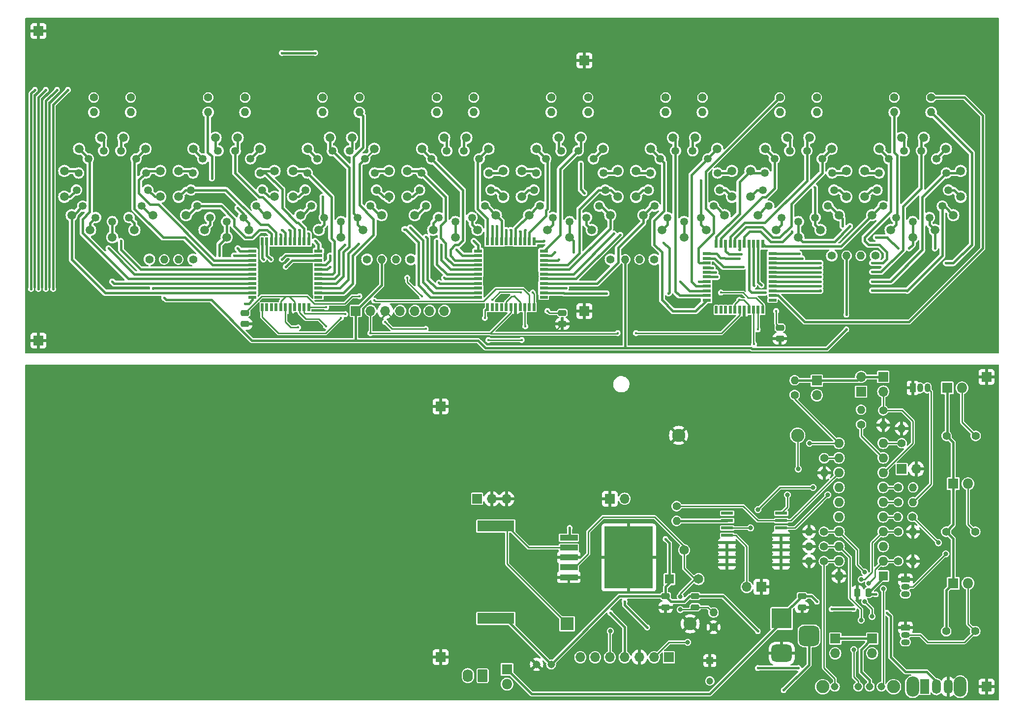
<source format=gbr>
G04 #@! TF.GenerationSoftware,KiCad,Pcbnew,7.0.10*
G04 #@! TF.CreationDate,2024-09-23T02:40:38-05:00*
G04 #@! TF.ProjectId,v2Panel,76325061-6e65-46c2-9e6b-696361645f70,rev?*
G04 #@! TF.SameCoordinates,Original*
G04 #@! TF.FileFunction,Copper,L1,Top*
G04 #@! TF.FilePolarity,Positive*
%FSLAX46Y46*%
G04 Gerber Fmt 4.6, Leading zero omitted, Abs format (unit mm)*
G04 Created by KiCad (PCBNEW 7.0.10) date 2024-09-23 02:40:38*
%MOMM*%
%LPD*%
G01*
G04 APERTURE LIST*
G04 Aperture macros list*
%AMRoundRect*
0 Rectangle with rounded corners*
0 $1 Rounding radius*
0 $2 $3 $4 $5 $6 $7 $8 $9 X,Y pos of 4 corners*
0 Add a 4 corners polygon primitive as box body*
4,1,4,$2,$3,$4,$5,$6,$7,$8,$9,$2,$3,0*
0 Add four circle primitives for the rounded corners*
1,1,$1+$1,$2,$3*
1,1,$1+$1,$4,$5*
1,1,$1+$1,$6,$7*
1,1,$1+$1,$8,$9*
0 Add four rect primitives between the rounded corners*
20,1,$1+$1,$2,$3,$4,$5,0*
20,1,$1+$1,$4,$5,$6,$7,0*
20,1,$1+$1,$6,$7,$8,$9,0*
20,1,$1+$1,$8,$9,$2,$3,0*%
G04 Aperture macros list end*
G04 #@! TA.AperFunction,ComponentPad*
%ADD10C,1.400000*%
G04 #@! TD*
G04 #@! TA.AperFunction,ComponentPad*
%ADD11O,1.400000X1.400000*%
G04 #@! TD*
G04 #@! TA.AperFunction,ComponentPad*
%ADD12C,2.280000*%
G04 #@! TD*
G04 #@! TA.AperFunction,ComponentPad*
%ADD13R,1.700000X1.700000*%
G04 #@! TD*
G04 #@! TA.AperFunction,ComponentPad*
%ADD14O,1.700000X1.700000*%
G04 #@! TD*
G04 #@! TA.AperFunction,ComponentPad*
%ADD15R,1.600000X1.600000*%
G04 #@! TD*
G04 #@! TA.AperFunction,ComponentPad*
%ADD16O,1.600000X1.600000*%
G04 #@! TD*
G04 #@! TA.AperFunction,ComponentPad*
%ADD17C,2.250000*%
G04 #@! TD*
G04 #@! TA.AperFunction,ComponentPad*
%ADD18R,2.250000X2.250000*%
G04 #@! TD*
G04 #@! TA.AperFunction,ComponentPad*
%ADD19C,1.308000*%
G04 #@! TD*
G04 #@! TA.AperFunction,ComponentPad*
%ADD20R,1.200000X1.200000*%
G04 #@! TD*
G04 #@! TA.AperFunction,ComponentPad*
%ADD21C,1.200000*%
G04 #@! TD*
G04 #@! TA.AperFunction,ComponentPad*
%ADD22C,1.408000*%
G04 #@! TD*
G04 #@! TA.AperFunction,ComponentPad*
%ADD23R,1.800000X1.800000*%
G04 #@! TD*
G04 #@! TA.AperFunction,ComponentPad*
%ADD24O,1.800000X1.800000*%
G04 #@! TD*
G04 #@! TA.AperFunction,SMDPad,CuDef*
%ADD25RoundRect,0.250000X0.475000X-0.250000X0.475000X0.250000X-0.475000X0.250000X-0.475000X-0.250000X0*%
G04 #@! TD*
G04 #@! TA.AperFunction,SMDPad,CuDef*
%ADD26RoundRect,0.073750X-0.951250X-0.221250X0.951250X-0.221250X0.951250X0.221250X-0.951250X0.221250X0*%
G04 #@! TD*
G04 #@! TA.AperFunction,ComponentPad*
%ADD27RoundRect,0.250000X0.620000X0.845000X-0.620000X0.845000X-0.620000X-0.845000X0.620000X-0.845000X0*%
G04 #@! TD*
G04 #@! TA.AperFunction,ComponentPad*
%ADD28O,1.740000X2.190000*%
G04 #@! TD*
G04 #@! TA.AperFunction,ComponentPad*
%ADD29R,3.500000X3.500000*%
G04 #@! TD*
G04 #@! TA.AperFunction,ComponentPad*
%ADD30RoundRect,0.750000X1.000000X-0.750000X1.000000X0.750000X-1.000000X0.750000X-1.000000X-0.750000X0*%
G04 #@! TD*
G04 #@! TA.AperFunction,ComponentPad*
%ADD31RoundRect,0.875000X0.875000X-0.875000X0.875000X0.875000X-0.875000X0.875000X-0.875000X-0.875000X0*%
G04 #@! TD*
G04 #@! TA.AperFunction,SMDPad,CuDef*
%ADD32RoundRect,0.250000X-0.475000X0.250000X-0.475000X-0.250000X0.475000X-0.250000X0.475000X0.250000X0*%
G04 #@! TD*
G04 #@! TA.AperFunction,ComponentPad*
%ADD33R,1.050000X1.500000*%
G04 #@! TD*
G04 #@! TA.AperFunction,ComponentPad*
%ADD34O,1.050000X1.500000*%
G04 #@! TD*
G04 #@! TA.AperFunction,ComponentPad*
%ADD35R,1.500000X1.050000*%
G04 #@! TD*
G04 #@! TA.AperFunction,ComponentPad*
%ADD36O,1.500000X1.050000*%
G04 #@! TD*
G04 #@! TA.AperFunction,SMDPad,CuDef*
%ADD37R,3.050000X1.016000*%
G04 #@! TD*
G04 #@! TA.AperFunction,SMDPad,CuDef*
%ADD38R,8.380000X10.660000*%
G04 #@! TD*
G04 #@! TA.AperFunction,SMDPad,CuDef*
%ADD39RoundRect,0.250000X0.250000X0.475000X-0.250000X0.475000X-0.250000X-0.475000X0.250000X-0.475000X0*%
G04 #@! TD*
G04 #@! TA.AperFunction,ComponentPad*
%ADD40O,2.200000X3.500000*%
G04 #@! TD*
G04 #@! TA.AperFunction,ComponentPad*
%ADD41R,1.500000X2.500000*%
G04 #@! TD*
G04 #@! TA.AperFunction,ComponentPad*
%ADD42O,1.500000X2.500000*%
G04 #@! TD*
G04 #@! TA.AperFunction,ComponentPad*
%ADD43R,1.650000X1.650000*%
G04 #@! TD*
G04 #@! TA.AperFunction,ComponentPad*
%ADD44C,1.650000*%
G04 #@! TD*
G04 #@! TA.AperFunction,ComponentPad*
%ADD45C,1.346200*%
G04 #@! TD*
G04 #@! TA.AperFunction,SMDPad,CuDef*
%ADD46C,1.500000*%
G04 #@! TD*
G04 #@! TA.AperFunction,SMDPad,CuDef*
%ADD47R,0.500800X1.355600*%
G04 #@! TD*
G04 #@! TA.AperFunction,SMDPad,CuDef*
%ADD48R,1.355600X0.500800*%
G04 #@! TD*
G04 #@! TA.AperFunction,SMDPad,CuDef*
%ADD49R,6.350000X1.900000*%
G04 #@! TD*
G04 #@! TA.AperFunction,ViaPad*
%ADD50C,0.800000*%
G04 #@! TD*
G04 #@! TA.AperFunction,ViaPad*
%ADD51C,0.450000*%
G04 #@! TD*
G04 #@! TA.AperFunction,Conductor*
%ADD52C,0.450000*%
G04 #@! TD*
G04 #@! TA.AperFunction,Conductor*
%ADD53C,0.250000*%
G04 #@! TD*
G04 APERTURE END LIST*
D10*
X172659897Y-130626827D03*
D11*
X170119897Y-130626827D03*
D12*
X147642806Y-114037632D03*
X168132806Y-114037632D03*
D13*
X174614897Y-149041827D03*
D14*
X174614897Y-151581827D03*
D13*
X179059897Y-106501827D03*
D14*
X179059897Y-103961827D03*
D15*
X182869897Y-138246827D03*
D16*
X182869897Y-135706827D03*
X182869897Y-133166827D03*
X182869897Y-130626827D03*
X182869897Y-128086827D03*
X182869897Y-125546827D03*
X182869897Y-123006827D03*
X182869897Y-120466827D03*
X182869897Y-117926827D03*
X182869897Y-115386827D03*
X175249897Y-115386827D03*
X175249897Y-117926827D03*
X175249897Y-120466827D03*
X175249897Y-123006827D03*
X175249897Y-125546827D03*
X175249897Y-128086827D03*
X175249897Y-130626827D03*
X175249897Y-133166827D03*
X175249897Y-135706827D03*
X175249897Y-138246827D03*
D10*
X185459897Y-135706827D03*
D11*
X187999897Y-135706827D03*
D17*
X149654897Y-146501827D03*
D18*
X128454897Y-146501827D03*
D19*
X174548800Y-157338826D03*
X178548800Y-157338826D03*
X180548800Y-157338826D03*
X182548800Y-157338826D03*
D17*
X172448800Y-157338826D03*
X184648800Y-157338826D03*
D13*
X106669897Y-152216827D03*
D20*
X153024897Y-152851827D03*
D21*
X153024897Y-156351827D03*
D22*
X198704897Y-130626827D03*
X193704897Y-130626827D03*
D10*
X172709897Y-117976827D03*
D11*
X172709897Y-120516827D03*
D23*
X118099897Y-154346827D03*
D24*
X118099897Y-156886827D03*
D10*
X182869897Y-109721827D03*
D11*
X182869897Y-112261827D03*
D10*
X187899897Y-128086827D03*
D11*
X185359897Y-128086827D03*
D10*
X185459897Y-125546827D03*
D11*
X187999897Y-125546827D03*
D10*
X167629897Y-107081827D03*
D11*
X167629897Y-104541827D03*
D25*
X150484897Y-143641827D03*
X150484897Y-141741827D03*
D26*
X155989897Y-127451827D03*
X155989897Y-128721827D03*
X155989897Y-129991827D03*
X155989897Y-131261827D03*
X155989897Y-132531827D03*
X155989897Y-133801827D03*
X155989897Y-135071827D03*
X155989897Y-136341827D03*
X165299897Y-136341827D03*
X165299897Y-135071827D03*
X165299897Y-133801827D03*
X165299897Y-132531827D03*
X165299897Y-131261827D03*
X165299897Y-129991827D03*
X165299897Y-128721827D03*
X165299897Y-127451827D03*
D23*
X194934897Y-139516827D03*
D24*
X197474897Y-139516827D03*
D19*
X123199897Y-153486827D03*
X125699897Y-153486827D03*
D23*
X193889897Y-105861827D03*
D24*
X196429897Y-105861827D03*
D27*
X113911300Y-155433826D03*
D28*
X111371300Y-155433826D03*
D10*
X185459897Y-123006827D03*
D11*
X187999897Y-123006827D03*
D10*
X179059897Y-112161827D03*
D11*
X179059897Y-109621827D03*
D29*
X165402397Y-145581827D03*
D30*
X165402397Y-151581827D03*
D31*
X170102397Y-148581827D03*
D32*
X168899897Y-141741827D03*
X168899897Y-143641827D03*
D33*
X187949897Y-105861827D03*
D34*
X189219897Y-105861827D03*
X190489897Y-105861827D03*
D10*
X172659897Y-133166827D03*
D11*
X170119897Y-133166827D03*
D35*
X186679897Y-138881827D03*
D36*
X186679897Y-140151827D03*
X186679897Y-141421827D03*
D32*
X145404897Y-141741827D03*
X145404897Y-143641827D03*
D37*
X128749897Y-131667827D03*
X128749897Y-133369827D03*
X128749897Y-135071827D03*
X128749897Y-136773827D03*
X128749897Y-138475827D03*
D38*
X139054897Y-135071827D03*
D10*
X153659897Y-147086827D03*
D11*
X153659897Y-144546827D03*
D39*
X180329897Y-141106827D03*
X178429897Y-141106827D03*
D23*
X194934897Y-122371827D03*
D24*
X197474897Y-122371827D03*
D10*
X186044897Y-115386827D03*
D11*
X186044897Y-112846827D03*
D13*
X161914897Y-140151827D03*
D14*
X159374897Y-140151827D03*
D13*
X145973800Y-152258826D03*
D14*
X143433800Y-152258826D03*
X140893800Y-152258826D03*
X138353800Y-152258826D03*
X135813800Y-152258826D03*
X133273800Y-152258826D03*
X130733800Y-152258826D03*
D40*
X187938800Y-157338826D03*
X196138800Y-157338826D03*
D41*
X190038800Y-157338826D03*
D42*
X192038800Y-157338826D03*
X194038800Y-157338826D03*
D13*
X171439897Y-104586827D03*
D14*
X171439897Y-107126827D03*
D22*
X198704897Y-147771827D03*
X193704897Y-147771827D03*
D43*
X146079897Y-138801827D03*
D44*
X148579897Y-133801827D03*
X151079897Y-138801827D03*
D13*
X182869897Y-103956827D03*
D14*
X182869897Y-106496827D03*
D13*
X186044897Y-119831827D03*
D14*
X188584897Y-119831827D03*
D10*
X147309897Y-126231827D03*
D11*
X147309897Y-128771827D03*
D13*
X200649897Y-157296827D03*
X200649897Y-103956827D03*
X180964897Y-149041827D03*
D14*
X180964897Y-151581827D03*
D45*
X163169388Y-74539295D03*
X173354788Y-74539295D03*
X174406348Y-71768155D03*
X174048208Y-68829375D03*
X172366728Y-66390975D03*
X169742908Y-65014295D03*
X166781268Y-65014295D03*
X164157448Y-66390975D03*
X162475968Y-68829375D03*
X162117828Y-71768155D03*
X168262088Y-77211375D03*
X171137368Y-76502715D03*
X165386808Y-76502715D03*
D10*
X86347088Y-55833935D03*
D11*
X86347088Y-58373935D03*
D46*
X164452088Y-78643935D03*
X146672088Y-62768935D03*
X113017088Y-78643935D03*
D47*
X83959887Y-80586136D03*
X83159886Y-80586136D03*
X82359887Y-80586136D03*
X81559886Y-80586136D03*
X80759888Y-80586136D03*
X79959887Y-80586136D03*
X79159886Y-80586136D03*
X78359888Y-80586136D03*
X77559887Y-80586136D03*
X76759888Y-80586136D03*
X75959887Y-80586136D03*
D48*
X74282088Y-82263935D03*
X74282088Y-83063936D03*
X74282088Y-83863935D03*
X74282088Y-84663936D03*
X74282088Y-85463934D03*
X74282088Y-86263935D03*
X74282088Y-87063936D03*
X74282088Y-87863934D03*
X74282088Y-88663935D03*
X74282088Y-89463934D03*
X74282088Y-90263935D03*
D47*
X75959887Y-91941734D03*
X76759888Y-91941734D03*
X77559887Y-91941734D03*
X78359888Y-91941734D03*
X79159886Y-91941734D03*
X79959887Y-91941734D03*
X80759888Y-91941734D03*
X81559886Y-91941734D03*
X82359887Y-91941734D03*
X83159886Y-91941734D03*
X83959887Y-91941734D03*
D48*
X85637686Y-90263935D03*
X85637686Y-89463934D03*
X85637686Y-88663935D03*
X85637686Y-87863934D03*
X85637686Y-87063936D03*
X85637686Y-86263935D03*
X85637686Y-85463934D03*
X85637686Y-84663936D03*
X85637686Y-83863935D03*
X85637686Y-83063936D03*
X85637686Y-82263935D03*
D46*
X121907088Y-76103935D03*
X50152088Y-79913935D03*
D45*
X182854388Y-74539295D03*
X193039788Y-74539295D03*
X194091348Y-71768155D03*
X193733208Y-68829375D03*
X192051728Y-66390975D03*
X189427908Y-65014295D03*
X186466268Y-65014295D03*
X183842448Y-66390975D03*
X182160968Y-68829375D03*
X181802828Y-71768155D03*
X187947088Y-77211375D03*
X190822368Y-76502715D03*
X185071808Y-76502715D03*
D10*
X125717088Y-55833935D03*
D11*
X125717088Y-58373935D03*
D10*
X46977088Y-55833935D03*
D11*
X46977088Y-58373935D03*
D46*
X156832088Y-68483935D03*
X182232088Y-64673935D03*
X137147088Y-72928935D03*
D45*
X84429388Y-74539295D03*
X94614788Y-74539295D03*
X95666348Y-71768155D03*
X95308208Y-68829375D03*
X93626728Y-66390975D03*
X91002908Y-65014295D03*
X88041268Y-65014295D03*
X85417448Y-66390975D03*
X83735968Y-68829375D03*
X83377828Y-71768155D03*
X89522088Y-77211375D03*
X92397368Y-76502715D03*
X86646808Y-76502715D03*
D46*
X179692088Y-68483935D03*
X155562088Y-76103935D03*
X41897088Y-68483935D03*
D10*
X101537088Y-83723935D03*
D11*
X98997088Y-83723935D03*
D45*
X45059388Y-74539295D03*
X55244788Y-74539295D03*
X56296348Y-71768155D03*
X55938208Y-68829375D03*
X54256728Y-66390975D03*
X51632908Y-65014295D03*
X48671268Y-65014295D03*
X46047448Y-66390975D03*
X44365968Y-68829375D03*
X44007828Y-71768155D03*
X50152088Y-77211375D03*
X53027368Y-76502715D03*
X47276808Y-76502715D03*
D10*
X112382088Y-55833935D03*
D11*
X112382088Y-58373935D03*
D46*
X89522088Y-79913935D03*
X161277088Y-76103935D03*
X83807088Y-64673935D03*
X44437088Y-64673935D03*
X135877088Y-76103935D03*
X196202088Y-72928935D03*
D10*
X165087088Y-55833935D03*
D11*
X165087088Y-58373935D03*
D46*
X96507088Y-76103935D03*
X58407088Y-68483935D03*
D32*
X73012088Y-92933935D03*
X73012088Y-94833935D03*
D46*
X76822088Y-76103935D03*
X170167088Y-62768935D03*
X173977088Y-64673935D03*
X117462088Y-72928935D03*
D10*
X151752088Y-55833935D03*
D11*
X151752088Y-58373935D03*
D46*
X91427088Y-62768935D03*
D10*
X174027088Y-83088935D03*
D11*
X176567088Y-83088935D03*
D46*
X107302088Y-62768935D03*
X62852088Y-76103935D03*
X114922088Y-64673935D03*
X189852088Y-62768935D03*
D10*
X64072088Y-83723935D03*
D11*
X61532088Y-83723935D03*
D47*
X162139289Y-81056135D03*
X161339288Y-81056135D03*
X160539289Y-81056135D03*
X159739288Y-81056135D03*
X158939290Y-81056135D03*
X158139289Y-81056135D03*
X157339288Y-81056135D03*
X156539290Y-81056135D03*
X155739289Y-81056135D03*
X154939290Y-81056135D03*
X154139289Y-81056135D03*
D48*
X152461490Y-82733934D03*
X152461490Y-83533935D03*
X152461490Y-84333934D03*
X152461490Y-85133935D03*
X152461490Y-85933933D03*
X152461490Y-86733934D03*
X152461490Y-87533935D03*
X152461490Y-88333933D03*
X152461490Y-89133934D03*
X152461490Y-89933933D03*
X152461490Y-90733934D03*
D47*
X154139289Y-92411733D03*
X154939290Y-92411733D03*
X155739289Y-92411733D03*
X156539290Y-92411733D03*
X157339288Y-92411733D03*
X158139289Y-92411733D03*
X158939290Y-92411733D03*
X159739288Y-92411733D03*
X160539289Y-92411733D03*
X161339288Y-92411733D03*
X162139289Y-92411733D03*
D48*
X163817088Y-90733934D03*
X163817088Y-89933933D03*
X163817088Y-89133934D03*
X163817088Y-88333933D03*
X163817088Y-87533935D03*
X163817088Y-86733934D03*
X163817088Y-85933933D03*
X163817088Y-85133935D03*
X163817088Y-84333934D03*
X163817088Y-83533935D03*
X163817088Y-82733934D03*
D46*
X120637088Y-72928935D03*
X66027088Y-78643935D03*
D10*
X53327088Y-55833935D03*
D11*
X53327088Y-58373935D03*
D32*
X127622088Y-92933935D03*
X127622088Y-94833935D03*
D46*
X184137088Y-78643935D03*
X175247088Y-76103935D03*
X148577088Y-79913935D03*
D47*
X122769289Y-80586136D03*
X121969288Y-80586136D03*
X121169289Y-80586136D03*
X120369288Y-80586136D03*
X119569290Y-80586136D03*
X118769289Y-80586136D03*
X117969288Y-80586136D03*
X117169290Y-80586136D03*
X116369289Y-80586136D03*
X115569290Y-80586136D03*
X114769289Y-80586136D03*
D48*
X113091490Y-82263935D03*
X113091490Y-83063936D03*
X113091490Y-83863935D03*
X113091490Y-84663936D03*
X113091490Y-85463934D03*
X113091490Y-86263935D03*
X113091490Y-87063936D03*
X113091490Y-87863934D03*
X113091490Y-88663935D03*
X113091490Y-89463934D03*
X113091490Y-90263935D03*
D47*
X114769289Y-91941734D03*
X115569290Y-91941734D03*
X116369289Y-91941734D03*
X117169290Y-91941734D03*
X117969288Y-91941734D03*
X118769289Y-91941734D03*
X119569290Y-91941734D03*
X120369288Y-91941734D03*
X121169289Y-91941734D03*
X121969288Y-91941734D03*
X122769289Y-91941734D03*
D48*
X124447088Y-90263935D03*
X124447088Y-89463934D03*
X124447088Y-88663935D03*
X124447088Y-87863934D03*
X124447088Y-87063936D03*
X124447088Y-86263935D03*
X124447088Y-85463934D03*
X124447088Y-84663936D03*
X124447088Y-83863935D03*
X124447088Y-83063936D03*
X124447088Y-82263935D03*
D46*
X75552088Y-64673935D03*
X144767088Y-78643935D03*
D13*
X37452088Y-97693935D03*
D10*
X92697088Y-55833935D03*
D11*
X92697088Y-58373935D03*
D46*
X93332088Y-78643935D03*
X100952088Y-72928935D03*
D10*
X94017088Y-83723935D03*
D11*
X96557088Y-83723935D03*
D46*
X160007088Y-68483935D03*
X109207088Y-79913935D03*
D10*
X132067088Y-55833935D03*
D11*
X132067088Y-58373935D03*
D45*
X104114388Y-74539295D03*
X114299788Y-74539295D03*
X115351348Y-71768155D03*
X114993208Y-68829375D03*
X113311728Y-66390975D03*
X110687908Y-65014295D03*
X107726268Y-65014295D03*
X105102448Y-66390975D03*
X103420968Y-68829375D03*
X103062828Y-71768155D03*
X109207088Y-77211375D03*
X112082368Y-76502715D03*
X106331808Y-76502715D03*
D46*
X154292088Y-64673935D03*
D13*
X37452088Y-44353935D03*
D46*
X81267088Y-68483935D03*
X176517088Y-68483935D03*
X48247088Y-62768935D03*
X111112088Y-62768935D03*
X186042088Y-62768935D03*
X81267088Y-72928935D03*
X95237088Y-64673935D03*
X120637088Y-68483935D03*
D10*
X171437088Y-55833935D03*
D11*
X171437088Y-58373935D03*
D46*
X137147088Y-68483935D03*
X69837088Y-79913935D03*
X61582088Y-72928935D03*
X132702088Y-78643935D03*
X126987088Y-62768935D03*
D10*
X145402088Y-55833935D03*
D11*
X145402088Y-58373935D03*
D10*
X191122088Y-55833935D03*
D11*
X191122088Y-58373935D03*
D46*
X168262088Y-79913935D03*
X193662088Y-64673935D03*
D10*
X143447088Y-83723935D03*
D11*
X140907088Y-83723935D03*
D32*
X165087088Y-95473935D03*
X165087088Y-97373935D03*
D46*
X57137088Y-76103935D03*
X180962088Y-76103935D03*
X196202088Y-68483935D03*
D13*
X92082088Y-92588935D03*
D14*
X94622088Y-92588935D03*
X97162088Y-92588935D03*
X99702088Y-92588935D03*
X102242088Y-92588935D03*
X104782088Y-92588935D03*
X107322088Y-92588935D03*
D46*
X82537088Y-76103935D03*
X103492088Y-64673935D03*
D10*
X181547088Y-83088935D03*
D11*
X179007088Y-83088935D03*
D46*
X166357088Y-62768935D03*
X46342088Y-78643935D03*
X43167088Y-76103935D03*
X172072088Y-78643935D03*
X117462088Y-68483935D03*
X100952088Y-68483935D03*
X160007088Y-72928935D03*
X125082088Y-78643935D03*
D10*
X184772088Y-55833935D03*
D11*
X184772088Y-58373935D03*
D46*
X78092088Y-72928935D03*
X55867088Y-64673935D03*
D10*
X135927088Y-83723935D03*
D11*
X138467088Y-83723935D03*
D46*
X85712088Y-78643935D03*
D10*
X56552088Y-83723935D03*
D11*
X59092088Y-83723935D03*
D46*
X162547088Y-64673935D03*
X53962088Y-78643935D03*
X71742088Y-62768935D03*
D13*
X131432088Y-92613935D03*
D46*
X194932088Y-76103935D03*
X102222088Y-76103935D03*
X97777088Y-72928935D03*
X41897088Y-72928935D03*
D10*
X73012088Y-55833935D03*
D11*
X73012088Y-58373935D03*
D46*
X64122088Y-64673935D03*
X141592088Y-76103935D03*
X191757088Y-78643935D03*
D45*
X123799388Y-74539295D03*
X133984788Y-74539295D03*
X135036348Y-71768155D03*
X134678208Y-68829375D03*
X132996728Y-66390975D03*
X130372908Y-65014295D03*
X127411268Y-65014295D03*
X124787448Y-66390975D03*
X123105968Y-68829375D03*
X122747828Y-71768155D03*
X128892088Y-77211375D03*
X131767368Y-76502715D03*
X126016808Y-76502715D03*
D10*
X106032088Y-55833935D03*
D11*
X106032088Y-58373935D03*
D46*
X156832088Y-72928935D03*
D45*
X64744388Y-74539295D03*
X74929788Y-74539295D03*
X75981348Y-71768155D03*
X75623208Y-68829375D03*
X73941728Y-66390975D03*
X71317908Y-65014295D03*
X68356268Y-65014295D03*
X65732448Y-66390975D03*
X64050968Y-68829375D03*
X63692828Y-71768155D03*
X69837088Y-77211375D03*
X72712368Y-76502715D03*
X66961808Y-76502715D03*
X143484388Y-74539295D03*
X153669788Y-74539295D03*
X154721348Y-71768155D03*
X154363208Y-68829375D03*
X152681728Y-66390975D03*
X150057908Y-65014295D03*
X147096268Y-65014295D03*
X144472448Y-66390975D03*
X142790968Y-68829375D03*
X142432828Y-71768155D03*
X148577088Y-77211375D03*
X151452368Y-76502715D03*
X145701808Y-76502715D03*
D46*
X61582088Y-68483935D03*
X97777088Y-68483935D03*
X187947088Y-79913935D03*
X87617088Y-62768935D03*
X123177088Y-64673935D03*
D13*
X131432088Y-49433935D03*
D46*
X150482088Y-62768935D03*
X116192088Y-76103935D03*
X179692088Y-72928935D03*
X52057088Y-62768935D03*
X78092088Y-68483935D03*
D10*
X66662088Y-55833935D03*
D11*
X66662088Y-58373935D03*
D46*
X142862088Y-64673935D03*
X67932088Y-62768935D03*
X105397088Y-78643935D03*
X58407088Y-72928935D03*
X130797088Y-62768935D03*
X152387088Y-78643935D03*
X140322088Y-68483935D03*
X176517088Y-72928935D03*
X128892088Y-79913935D03*
X140322088Y-72928935D03*
X134607088Y-64673935D03*
X73647088Y-78643935D03*
D35*
X186679897Y-147136827D03*
D36*
X186679897Y-148406827D03*
X186679897Y-149676827D03*
D22*
X198784897Y-114116827D03*
X193784897Y-114116827D03*
D13*
X135808800Y-124953826D03*
D14*
X138348800Y-124953826D03*
D13*
X112953800Y-124953826D03*
D14*
X115493800Y-124953826D03*
X118033800Y-124953826D03*
D10*
X185459897Y-130626827D03*
D11*
X187999897Y-130626827D03*
D10*
X172659897Y-135706827D03*
D11*
X170119897Y-135706827D03*
D13*
X106669897Y-109036827D03*
D49*
X116194897Y-129661827D03*
X116194897Y-145561827D03*
D50*
X177789897Y-150946827D03*
X182869897Y-140469327D03*
X179059897Y-145866827D03*
D51*
X142229897Y-147136827D03*
X198678800Y-152893826D03*
X138348800Y-142620730D03*
X145404897Y-131896827D03*
X177088800Y-156661827D03*
X105968800Y-113523826D03*
X183504897Y-144596827D03*
X173979897Y-143961827D03*
X128894897Y-129991827D03*
X175884897Y-156661827D03*
X187881684Y-74198935D03*
X172073278Y-89103302D03*
X139052088Y-56418935D03*
X36817088Y-49433935D03*
X142862088Y-93248935D03*
X57772088Y-80548935D03*
X158737088Y-94518935D03*
X182166684Y-78643935D03*
X92697088Y-90073935D03*
X119367088Y-90073935D03*
X171029061Y-71250908D03*
X69202088Y-69118935D03*
X77457088Y-52608935D03*
X178422088Y-76103935D03*
X59677088Y-54513935D03*
X41262088Y-98328935D03*
X78727088Y-82453935D03*
X173342088Y-47528935D03*
X140322088Y-96423935D03*
X57137088Y-88693934D03*
X191757088Y-47528935D03*
X95237088Y-90798935D03*
X137147088Y-96423935D03*
X120339290Y-78870908D03*
X153987090Y-85933933D03*
X160642088Y-98328935D03*
X147942088Y-87533935D03*
X106802088Y-81231140D03*
X67297088Y-69753935D03*
X86982088Y-95243935D03*
X121272088Y-95243935D03*
X39992088Y-88803935D03*
X124447088Y-80548935D03*
X120637088Y-97603935D03*
X109434061Y-82045908D03*
X114922088Y-97603935D03*
X84442088Y-94708935D03*
X122542088Y-89438935D03*
X161277088Y-95788935D03*
X71107088Y-83088935D03*
X87617088Y-83088935D03*
X83929886Y-79278935D03*
X180962088Y-97693935D03*
X156197088Y-50068935D03*
X117396684Y-90073935D03*
X76187088Y-90708935D03*
X177787088Y-59593935D03*
X68567088Y-83088935D03*
X86347088Y-72928935D03*
X158102088Y-82048935D03*
X95872088Y-94518935D03*
X188582088Y-85628935D03*
X191757088Y-81818935D03*
X176517088Y-95788935D03*
X176517088Y-93248935D03*
X180962088Y-89073935D03*
X118097088Y-53243935D03*
X105397088Y-86898935D03*
X41831684Y-45623935D03*
X200647088Y-53243935D03*
X77457088Y-96423935D03*
X168897088Y-83533935D03*
X177152088Y-78008935D03*
X193662088Y-84358935D03*
X71709692Y-74866331D03*
X154927088Y-89438935D03*
X106667088Y-69753935D03*
X119367088Y-94518935D03*
X59092088Y-90358934D03*
X172073279Y-85903304D03*
X168412089Y-82733934D03*
X79362088Y-83723935D03*
X137587784Y-79473239D03*
X80632088Y-78643935D03*
X167175548Y-78914420D03*
X172072088Y-87533935D03*
X38722088Y-88803935D03*
X180962088Y-84333934D03*
X151117088Y-87533935D03*
X172072088Y-85103934D03*
X175882088Y-78008935D03*
X79997088Y-84993935D03*
X36817088Y-54513935D03*
X158419957Y-82818935D03*
X42532088Y-54513935D03*
X145902088Y-89573935D03*
X106382804Y-87718935D03*
X40627088Y-54513935D03*
X90157088Y-81183935D03*
X158102088Y-83588935D03*
X128257088Y-88633934D03*
X112382088Y-80548935D03*
X82537088Y-86898935D03*
X82329886Y-78643935D03*
X115557088Y-94518935D03*
X85077088Y-80548935D03*
X100952088Y-86893935D03*
X158102088Y-90708935D03*
X125082088Y-92613935D03*
X111112088Y-68483935D03*
X191757088Y-96423935D03*
X48247088Y-84358935D03*
X36817088Y-93883935D03*
X199377088Y-90708935D03*
X71742088Y-81818935D03*
X80854518Y-93081059D03*
X164452088Y-92613935D03*
X148577088Y-91343935D03*
X110477088Y-49433935D03*
X164452088Y-72293935D03*
X90280924Y-93142650D03*
X74917088Y-67213935D03*
X131432088Y-72293935D03*
X172072088Y-84333931D03*
X126987088Y-83723935D03*
X172072088Y-88303935D03*
X110477088Y-81818935D03*
X100427262Y-78533761D03*
X97142088Y-53878935D03*
X162547088Y-97058935D03*
X120479059Y-89438935D03*
X185407088Y-81818935D03*
X86982088Y-91978935D03*
X89522088Y-93793935D03*
X117939290Y-78643935D03*
X113652088Y-76738935D03*
X160642088Y-88211135D03*
X94602088Y-96423935D03*
X130797088Y-67213935D03*
X37452088Y-88803935D03*
X49517088Y-81818935D03*
X51632908Y-80548935D03*
X79362088Y-78643935D03*
X126352088Y-82453935D03*
X104166382Y-79874641D03*
X97142088Y-94518935D03*
X104127088Y-95698935D03*
X101426647Y-78223852D03*
X115557088Y-78008935D03*
X103458872Y-90107151D03*
X92516031Y-81002878D03*
X73012088Y-91343935D03*
X162547088Y-89438935D03*
X76187088Y-83723935D03*
X50152088Y-87533935D03*
X145084588Y-80866435D03*
X135242088Y-89573935D03*
X87617088Y-84993935D03*
X82167952Y-95419799D03*
X36182088Y-88803935D03*
X106032088Y-80548935D03*
X116339191Y-78008740D03*
X153532392Y-85163933D03*
X79129888Y-79447214D03*
X172072088Y-86703933D03*
X121272088Y-78643935D03*
X180962088Y-87533935D03*
X114287088Y-93793935D03*
X166992088Y-69753935D03*
X47612088Y-86263935D03*
X162481684Y-86898935D03*
X136512088Y-79278935D03*
X107302088Y-86898935D03*
X161912088Y-88168935D03*
X38722088Y-54513935D03*
X85077088Y-48163935D03*
X77457088Y-83723935D03*
X79362088Y-48163935D03*
X180962088Y-85873934D03*
X118732088Y-78643935D03*
X71742088Y-71023935D03*
X68567088Y-76103935D03*
X133972088Y-92613935D03*
X151452368Y-70089215D03*
X129527088Y-82453935D03*
X154292088Y-86733934D03*
X115557088Y-90663932D03*
X148577088Y-70388935D03*
X158737088Y-84993935D03*
X75552088Y-70388935D03*
X181597088Y-79913935D03*
X153657088Y-72928935D03*
X187312088Y-81818935D03*
X108574897Y-105226827D03*
X114289897Y-157296827D03*
D50*
X161279897Y-126816827D03*
X135879897Y-147771827D03*
X170804897Y-123006827D03*
X173344897Y-124276827D03*
X180964897Y-145231827D03*
X170169897Y-115386827D03*
X179059897Y-138881827D03*
X168264897Y-119831827D03*
X180336627Y-139530287D03*
X193664897Y-134436827D03*
X147928901Y-144051827D03*
X147944897Y-141806827D03*
X160009897Y-129991827D03*
X179694897Y-142691827D03*
X166359897Y-124276827D03*
X192394897Y-132531827D03*
D51*
X168833800Y-156703826D03*
X171439897Y-142691827D03*
X109844897Y-112846827D03*
X165724897Y-157931827D03*
D50*
X179694897Y-137611827D03*
D51*
X177789897Y-143961827D03*
X168264897Y-154121827D03*
X161279897Y-154121827D03*
X135879897Y-144596827D03*
X192328800Y-151623826D03*
X181599897Y-141421827D03*
D50*
X149214897Y-149676827D03*
D51*
X161279897Y-147771827D03*
D52*
X155247397Y-141739327D02*
X161279897Y-147771827D01*
X150484897Y-141741827D02*
X155244897Y-141741827D01*
X155244897Y-141741827D02*
X155247397Y-141739327D01*
X160352528Y-68829375D02*
X160007088Y-68483935D01*
X165386808Y-77709215D02*
X164452088Y-78643935D01*
X149872088Y-87533935D02*
X149872088Y-69200615D01*
X193027088Y-74551995D02*
X193039788Y-74539295D01*
X141592088Y-77373935D02*
X141592088Y-76103935D01*
X146037088Y-89438935D02*
X146037088Y-81818935D01*
D53*
X80632088Y-90073935D02*
X81559886Y-91001733D01*
D52*
X149542087Y-89133934D02*
X152461490Y-89133934D01*
X46277488Y-75533535D02*
X46277488Y-66621015D01*
X64122088Y-64673935D02*
X64122088Y-64780615D01*
D53*
X122542088Y-89438935D02*
X122769289Y-89666136D01*
D52*
X79159886Y-80586136D02*
X79159886Y-79477212D01*
X42847048Y-72928935D02*
X44007828Y-71768155D01*
X64122088Y-64780615D02*
X65732448Y-66390975D01*
X112082368Y-77709215D02*
X113017088Y-78643935D01*
D53*
X140322088Y-96423935D02*
X155054887Y-96423935D01*
D52*
X125742087Y-83063936D02*
X126352088Y-82453935D01*
D53*
X162862088Y-97373935D02*
X165087088Y-97373935D01*
D52*
X97777088Y-73563935D02*
X97777088Y-72928935D01*
X155699977Y-83588935D02*
X155564977Y-83453935D01*
X195856648Y-68829375D02*
X196202088Y-68483935D01*
X74282088Y-89463934D02*
X48907087Y-89463934D01*
X48671268Y-63193115D02*
X48247088Y-62768935D01*
D53*
X83159886Y-92869534D02*
X83159886Y-91941734D01*
D52*
X180037528Y-68829375D02*
X179692088Y-68483935D01*
X172366728Y-68824295D02*
X172366728Y-66390975D01*
X124409887Y-80586136D02*
X124447088Y-80548935D01*
X71317908Y-68827369D02*
X71317908Y-65014295D01*
X183600681Y-79938935D02*
X183600681Y-80012528D01*
X143472088Y-77009781D02*
X143472088Y-81158935D01*
D53*
X92697088Y-90073935D02*
X91427088Y-90073935D01*
D52*
X85637686Y-84663936D02*
X86855885Y-84663936D01*
X154292088Y-86733934D02*
X152461490Y-86733934D01*
X151452368Y-77709215D02*
X152387088Y-78643935D01*
X140667528Y-68829375D02*
X140322088Y-68483935D01*
X168897088Y-83533935D02*
X163817088Y-83533935D01*
X91427088Y-64590115D02*
X91002908Y-65014295D01*
X77009127Y-77728231D02*
X75660538Y-77728231D01*
X89157088Y-86266823D02*
X89157088Y-82183935D01*
D53*
X119367088Y-90073935D02*
X118909287Y-90073935D01*
D52*
X159297232Y-78168935D02*
X162072088Y-78168935D01*
D53*
X94602088Y-96423935D02*
X94622088Y-96403935D01*
D52*
X152681728Y-66284295D02*
X154292088Y-64673935D01*
D53*
X154292088Y-64673935D02*
X154292088Y-64780615D01*
D52*
X158939290Y-81056135D02*
X158939290Y-79837933D01*
X150672086Y-88333933D02*
X149872088Y-87533935D01*
D53*
X159739288Y-91633531D02*
X159739288Y-92411733D01*
D52*
X109207088Y-79913935D02*
X109207088Y-77211375D01*
X190822368Y-76502715D02*
X190822368Y-77709215D01*
X189427908Y-71448115D02*
X189427908Y-65014295D01*
D53*
X84442088Y-94708935D02*
X82748887Y-94708935D01*
X86982088Y-91978935D02*
X86944887Y-91941734D01*
D52*
X149872088Y-69200615D02*
X152681728Y-66390975D01*
D53*
X120881783Y-88803935D02*
X116192088Y-88803935D01*
D52*
X163817088Y-85133935D02*
X172042087Y-85133935D01*
D53*
X80854518Y-92036364D02*
X80759888Y-91941734D01*
D52*
X46342088Y-77437435D02*
X47276808Y-76502715D01*
D53*
X160539289Y-98226136D02*
X160539289Y-92411733D01*
D52*
X113311728Y-66284295D02*
X114922088Y-64673935D01*
X143484388Y-74539295D02*
X143156728Y-74539295D01*
X173152088Y-99153935D02*
X160300361Y-99153935D01*
X159739288Y-88991284D02*
X159739288Y-81056135D01*
X67200566Y-90708935D02*
X74185566Y-97693935D01*
D53*
X162139289Y-92411733D02*
X162139289Y-91483933D01*
D52*
X133597785Y-87863934D02*
X137222088Y-84239631D01*
X74282088Y-90708935D02*
X73647088Y-91343935D01*
D53*
X84101728Y-74539295D02*
X84429388Y-74539295D01*
D52*
X161339288Y-81056135D02*
X161339288Y-87596135D01*
X129527088Y-80548935D02*
X128892088Y-79913935D01*
X96502088Y-88168935D02*
X92082088Y-92588935D01*
X138467088Y-98963935D02*
X138467088Y-83723935D01*
X150057908Y-63193115D02*
X150482088Y-62768935D01*
D53*
X114287088Y-92423935D02*
X114769289Y-91941734D01*
D52*
X112082368Y-76502715D02*
X112082368Y-77709215D01*
X175882088Y-78008935D02*
X175882088Y-76738935D01*
D53*
X118909287Y-90073935D02*
X117969288Y-91013934D01*
D52*
X192051728Y-66390975D02*
X192051728Y-66284295D01*
X74282088Y-82263935D02*
X72187088Y-82263935D01*
X51632908Y-82029755D02*
X55067087Y-85463934D01*
X66597088Y-58438935D02*
X66597088Y-65243935D01*
X151243289Y-84333934D02*
X151092088Y-84182733D01*
X175356308Y-71768155D02*
X176517088Y-72928935D01*
D53*
X97142088Y-94518935D02*
X98322088Y-95698935D01*
D52*
X156539290Y-81056135D02*
X156539290Y-79837933D01*
X158978288Y-77398935D02*
X162522088Y-77398935D01*
X81267088Y-72928935D02*
X82217048Y-72928935D01*
X59092088Y-90358934D02*
X59442089Y-90708935D01*
D53*
X98322088Y-95698935D02*
X104127088Y-95698935D01*
D52*
X113091490Y-86263935D02*
X107756033Y-86263935D01*
D53*
X79959887Y-94481734D02*
X79959887Y-91941734D01*
D52*
X105892088Y-88663935D02*
X113091490Y-88663935D01*
X120369288Y-78900906D02*
X120339290Y-78870908D01*
X110687908Y-63193115D02*
X111112088Y-62768935D01*
X133984788Y-74539295D02*
X134312448Y-74539295D01*
X154934689Y-81051534D02*
X154934689Y-80105629D01*
X184137088Y-66685615D02*
X184137088Y-75468935D01*
X78092088Y-72928935D02*
X77142128Y-72928935D01*
X186466268Y-65014295D02*
X186466268Y-63193115D01*
X176517088Y-95788935D02*
X173152088Y-99153935D01*
X154363208Y-68829375D02*
X156486648Y-68829375D01*
X173354788Y-74539295D02*
X173682448Y-74539295D01*
D53*
X94602088Y-96423935D02*
X115214888Y-96423935D01*
D52*
X46047448Y-66390975D02*
X46047448Y-66284295D01*
X114383725Y-98963935D02*
X138467088Y-98963935D01*
X131767368Y-77709215D02*
X132702088Y-78643935D01*
X87617088Y-84993935D02*
X87147089Y-85463934D01*
X41897088Y-72928935D02*
X42847048Y-72928935D01*
X144472448Y-66390975D02*
X145145548Y-67064075D01*
X85637686Y-83863935D02*
X81127088Y-83863935D01*
X166781268Y-65014295D02*
X166781268Y-63193115D01*
X171137368Y-76502715D02*
X171137368Y-71359215D01*
X166781268Y-63193115D02*
X166357088Y-62768935D01*
X115569290Y-80586136D02*
X115569290Y-78021137D01*
X196887088Y-55833935D02*
X191122088Y-55833935D01*
X147802086Y-89933933D02*
X147096268Y-89228115D01*
X154889250Y-83453935D02*
X154169249Y-82733934D01*
X130549268Y-75081755D02*
X133862868Y-71768155D01*
X85637686Y-87863934D02*
X88648921Y-87863934D01*
X128227087Y-88663935D02*
X124447088Y-88663935D01*
X93332088Y-59008935D02*
X92697088Y-58373935D01*
D53*
X127622088Y-92933935D02*
X125402088Y-92933935D01*
X82359887Y-92869534D02*
X83474288Y-93983935D01*
D52*
X172042087Y-86733934D02*
X163817088Y-86733934D01*
X184747088Y-65283935D02*
X184747088Y-58398935D01*
X156486648Y-68829375D02*
X156832088Y-68483935D01*
X126987088Y-64590115D02*
X127411268Y-65014295D01*
X75478495Y-78643935D02*
X74183495Y-79938935D01*
X71742088Y-62768935D02*
X71742088Y-64590115D01*
X194932088Y-84358935D02*
X198107088Y-81183935D01*
X83807088Y-64780615D02*
X85417448Y-66390975D01*
X193662088Y-84358935D02*
X194932088Y-84358935D01*
X110502088Y-80450342D02*
X110502088Y-71790615D01*
X108342088Y-82048935D02*
X109182088Y-81208935D01*
X95653648Y-68483935D02*
X95308208Y-68829375D01*
D53*
X99092088Y-94518935D02*
X97162088Y-92588935D01*
D52*
X75552088Y-64780615D02*
X73941728Y-66390975D01*
X124447088Y-85463934D02*
X128802440Y-85463934D01*
X97777088Y-68483935D02*
X95653648Y-68483935D01*
X89522088Y-77211375D02*
X89522088Y-79913935D01*
X155564977Y-83453935D02*
X154889250Y-83453935D01*
X184137088Y-75468935D02*
X179692088Y-79913935D01*
X163817088Y-84333934D02*
X172072085Y-84333934D01*
X113081688Y-75043849D02*
X113081688Y-66621015D01*
D53*
X161339288Y-95726735D02*
X161339288Y-92411733D01*
D52*
X152349900Y-68571123D02*
X165087088Y-55833935D01*
X66961808Y-77709215D02*
X66027088Y-78643935D01*
X53962088Y-66685615D02*
X54256728Y-66390975D01*
X74282088Y-87063936D02*
X52930682Y-87063936D01*
X187947088Y-77211375D02*
X187947088Y-79913935D01*
X130797088Y-71658935D02*
X131432088Y-72293935D01*
X185071808Y-77709215D02*
X184137088Y-78643935D01*
X162117828Y-71768155D02*
X161167868Y-71768155D01*
X182160968Y-68829375D02*
X180037528Y-68829375D01*
X176171648Y-68829375D02*
X176517088Y-68483935D01*
X124447088Y-82263935D02*
X127234908Y-79476115D01*
D53*
X159638935Y-90340782D02*
X158737088Y-89438935D01*
X82359887Y-91941734D02*
X82359887Y-92869534D01*
D52*
X113091490Y-81258337D02*
X112382088Y-80548935D01*
D53*
X115214888Y-96423935D02*
X115304888Y-96513935D01*
D52*
X121169289Y-78746734D02*
X121272088Y-78643935D01*
X185285548Y-65822395D02*
X184747088Y-65283935D01*
X160539289Y-88108336D02*
X160539289Y-81056135D01*
X184137088Y-87533935D02*
X189604268Y-82066755D01*
X107726268Y-65014295D02*
X107726268Y-63193115D01*
D53*
X115214888Y-96423935D02*
X118769289Y-92869534D01*
D52*
X107549908Y-72958315D02*
X103420968Y-68829375D01*
D53*
X162547088Y-97058935D02*
X162862088Y-97373935D01*
D52*
X85077088Y-48163935D02*
X79362088Y-48163935D01*
D53*
X158139289Y-93339533D02*
X158139289Y-92411733D01*
X84940288Y-91343935D02*
X83670288Y-90073935D01*
D52*
X74282088Y-87863934D02*
X50482087Y-87863934D01*
X127234908Y-68152295D02*
X130372908Y-65014295D01*
X145701808Y-77709215D02*
X144767088Y-78643935D01*
X51632908Y-80548935D02*
X51632908Y-82029755D01*
X163817088Y-87533935D02*
X172072088Y-87533935D01*
X142432828Y-71768155D02*
X141482868Y-71768155D01*
X134678208Y-68829375D02*
X136801648Y-68829375D01*
X198107088Y-65358935D02*
X191122088Y-58373935D01*
X113091490Y-83863935D02*
X109166032Y-83863935D01*
X67297088Y-65943935D02*
X67297088Y-69753935D01*
X151452368Y-76502715D02*
X151452368Y-77709215D01*
X110502088Y-71790615D02*
X105102448Y-66390975D01*
D53*
X162139289Y-91483933D02*
X160996138Y-90340782D01*
D52*
X172042646Y-89133934D02*
X172073278Y-89103302D01*
X56283648Y-68483935D02*
X55938208Y-68829375D01*
X181597088Y-79913935D02*
X183575681Y-79913935D01*
X156283890Y-82818935D02*
X155739289Y-82274334D01*
X180962088Y-85873934D02*
X182502091Y-85873934D01*
X121797868Y-71768155D02*
X120637088Y-72928935D01*
X156539290Y-79837933D02*
X158978288Y-77398935D01*
X172072088Y-86703933D02*
X172042087Y-86733934D01*
X180962088Y-84333934D02*
X182744935Y-84333934D01*
D53*
X78727088Y-96423935D02*
X75959887Y-93656734D01*
D52*
X79959887Y-80586136D02*
X79959887Y-79188269D01*
X154169249Y-82733934D02*
X152461490Y-82733934D01*
X155739289Y-82274334D02*
X155739289Y-81056135D01*
X172366728Y-66390975D02*
X172366728Y-66284295D01*
X75476794Y-72986255D02*
X71317908Y-68827369D01*
X63692828Y-71768155D02*
X62742868Y-71768155D01*
X158419957Y-82818935D02*
X156283890Y-82818935D01*
D53*
X116872085Y-89348935D02*
X115557088Y-90663932D01*
D52*
X189604268Y-82066755D02*
X189604268Y-72958315D01*
D53*
X94622088Y-96403935D02*
X94622088Y-92588935D01*
D52*
X129527088Y-82453935D02*
X129527088Y-80548935D01*
X189427908Y-65014295D02*
X189427908Y-63193115D01*
X182232088Y-81183935D02*
X183502088Y-82453935D01*
D53*
X83359287Y-93068935D02*
X83159886Y-92869534D01*
D52*
X92697088Y-67320615D02*
X93626728Y-66390975D01*
X186289908Y-82086117D02*
X186289908Y-74586115D01*
X91562088Y-83045767D02*
X95119342Y-79488513D01*
X181802828Y-71768155D02*
X180852868Y-71768155D01*
X183842448Y-66390975D02*
X183842448Y-66284295D01*
X78359888Y-80586136D02*
X78359888Y-79078992D01*
X162622382Y-72986255D02*
X164157448Y-71451189D01*
X164157448Y-66284295D02*
X162547088Y-64673935D01*
X154139289Y-79812085D02*
X158127088Y-75824286D01*
X86347088Y-72928935D02*
X86347088Y-76202995D01*
X92397368Y-76502715D02*
X91697087Y-75802434D01*
D53*
X86892088Y-96423935D02*
X78727088Y-96423935D01*
D52*
X103492088Y-64780615D02*
X105102448Y-66390975D01*
X148577088Y-77211375D02*
X148577088Y-79913935D01*
D53*
X162547088Y-64673935D02*
X162547088Y-64780615D01*
D52*
X183502088Y-83626783D02*
X182769936Y-84358935D01*
X62742868Y-71768155D02*
X61582088Y-72928935D01*
D53*
X115304888Y-96513935D02*
X137057088Y-96513935D01*
D52*
X48671268Y-65014295D02*
X48671268Y-63193115D01*
X186289908Y-74586115D02*
X189427908Y-71448115D01*
X129997087Y-87063936D02*
X124447088Y-87063936D01*
X104397088Y-80105347D02*
X104397088Y-87168935D01*
X179692088Y-80548935D02*
X180327088Y-81183935D01*
X171137368Y-77709215D02*
X172072088Y-78643935D01*
X164157448Y-66390975D02*
X164157448Y-66284295D01*
X169012088Y-80663935D02*
X174497088Y-80663935D01*
X183842448Y-66390975D02*
X184137088Y-66685615D01*
X54256728Y-66284295D02*
X55867088Y-64673935D01*
X162522088Y-77398935D02*
X169742908Y-70178115D01*
X180852868Y-71768155D02*
X179692088Y-72928935D01*
X75660538Y-77728231D02*
X69700462Y-71768155D01*
X169742908Y-65014295D02*
X169742908Y-63193115D01*
X153880306Y-83533935D02*
X152461490Y-83533935D01*
X154934689Y-80105629D02*
X162054063Y-72986255D01*
D53*
X44731728Y-74539295D02*
X45059388Y-74539295D01*
X193662088Y-64673935D02*
X193662088Y-64780615D01*
D52*
X113113725Y-97693935D02*
X114383725Y-98963935D01*
X154139289Y-81056135D02*
X154139289Y-79812085D01*
X163817088Y-85933933D02*
X172042650Y-85933933D01*
X183502088Y-82453935D02*
X183502088Y-83626783D01*
X169742908Y-63193115D02*
X170167088Y-62768935D01*
X164157448Y-71451189D02*
X164157448Y-66390975D01*
D53*
X92697088Y-92068935D02*
X92569887Y-91941734D01*
D52*
X176567088Y-93198935D02*
X176567088Y-83088935D01*
X126016808Y-76502715D02*
X126016808Y-77709215D01*
X68887662Y-74539295D02*
X64744388Y-74539295D01*
D53*
X83474288Y-93983935D02*
X85722088Y-93983935D01*
D52*
X74185566Y-97693935D02*
X92062088Y-97693935D01*
X92102088Y-97693935D02*
X113113725Y-97693935D01*
X79387088Y-74858935D02*
X79387088Y-71641348D01*
D53*
X89522088Y-93793935D02*
X86892088Y-96423935D01*
D52*
X186922090Y-89073935D02*
X186982089Y-89133934D01*
X92082088Y-97673935D02*
X92082088Y-97063935D01*
X162547088Y-89438935D02*
X160186939Y-89438935D01*
X130797088Y-67213935D02*
X130797088Y-71658935D01*
X128892088Y-77211375D02*
X128892088Y-79913935D01*
D53*
X83670288Y-90073935D02*
X80632088Y-90073935D01*
D52*
X161753144Y-78938935D02*
X163523144Y-80708935D01*
X152461490Y-88333933D02*
X150672086Y-88333933D01*
X114769289Y-76731450D02*
X113081688Y-75043849D01*
X120637088Y-68483935D02*
X122760528Y-68483935D01*
X81127088Y-83863935D02*
X79997088Y-84993935D01*
X92082088Y-97673935D02*
X92102088Y-97693935D01*
X126016808Y-77709215D02*
X125082088Y-78643935D01*
X79959887Y-79188269D02*
X79415553Y-78643935D01*
X186982089Y-89133934D02*
X193052088Y-83063935D01*
X172042090Y-88333933D02*
X163817088Y-88333933D01*
X160300361Y-99153935D02*
X160110361Y-98963935D01*
X179692088Y-79913935D02*
X179692088Y-80548935D01*
X176517088Y-93248935D02*
X176567088Y-93198935D01*
X160110361Y-98963935D02*
X138467088Y-98963935D01*
D53*
X95872088Y-94518935D02*
X97162088Y-93228935D01*
D52*
X92082088Y-97063935D02*
X92082088Y-92588935D01*
X91562088Y-87852879D02*
X91562088Y-83045767D01*
X58921774Y-79938935D02*
X53962088Y-74979249D01*
X83159886Y-78384991D02*
X82148830Y-77373935D01*
X131767368Y-76502715D02*
X131767368Y-77709215D01*
X58056728Y-74223935D02*
X56662088Y-74223935D01*
D53*
X160642088Y-98328935D02*
X160539289Y-98226136D01*
D52*
X59442089Y-90708935D02*
X67200566Y-90708935D01*
D53*
X142862088Y-64673935D02*
X142862088Y-64780615D01*
D52*
X183600681Y-80012528D02*
X185407088Y-81818935D01*
X96557088Y-88168935D02*
X96557088Y-83723935D01*
X162475968Y-68829375D02*
X160352528Y-68829375D01*
X109743495Y-81208935D02*
X110502088Y-80450342D01*
X103492088Y-64673935D02*
X103492088Y-64780615D01*
X151452368Y-70089215D02*
X151452368Y-76502715D01*
X145701808Y-76502715D02*
X145701808Y-77709215D01*
X187947088Y-81183935D02*
X187312088Y-81818935D01*
X171137368Y-71359215D02*
X171029061Y-71250908D01*
X147096268Y-63193115D02*
X146672088Y-62768935D01*
X165386808Y-76502715D02*
X165386808Y-77709215D01*
X171137368Y-76502715D02*
X171137368Y-77709215D01*
X92062088Y-97693935D02*
X92082088Y-97673935D01*
X185071808Y-76502715D02*
X185071808Y-77709215D01*
X90927087Y-67900114D02*
X88041268Y-65014295D01*
X184747088Y-58398935D02*
X184772088Y-58373935D01*
X175587088Y-81478935D02*
X180962088Y-76103935D01*
X185071808Y-76502715D02*
X185285548Y-76288975D01*
X198107088Y-81183935D02*
X198107088Y-65358935D01*
D53*
X90280924Y-93142650D02*
X90207209Y-93068935D01*
D52*
X174497088Y-80663935D02*
X177152088Y-78008935D01*
X168262088Y-77211375D02*
X168262088Y-79913935D01*
X185285548Y-76288975D02*
X185285548Y-65822395D01*
X190822368Y-77709215D02*
X191757088Y-78643935D01*
X191757088Y-78643935D02*
X191757088Y-81818935D01*
X87617088Y-62768935D02*
X87617088Y-64590115D01*
X168262088Y-79913935D02*
X169012088Y-80663935D01*
D53*
X155054887Y-96423935D02*
X158139289Y-93339533D01*
X121272088Y-95243935D02*
X121169289Y-95141136D01*
X122769289Y-89666136D02*
X122769289Y-91941734D01*
X100952088Y-86893935D02*
X100952088Y-87600367D01*
D52*
X187947088Y-79913935D02*
X187947088Y-81183935D01*
X37452088Y-55783935D02*
X37452088Y-88803935D01*
D53*
X118769289Y-92869534D02*
X118769289Y-91941734D01*
X121169289Y-95141136D02*
X121169289Y-91941734D01*
X85722088Y-93983935D02*
X86982088Y-95243935D01*
X120479059Y-89438935D02*
X120389059Y-89348935D01*
D52*
X183575681Y-79913935D02*
X183600681Y-79938935D01*
D53*
X82167952Y-95419799D02*
X80897952Y-95419799D01*
X160996138Y-90340782D02*
X159638935Y-90340782D01*
D52*
X86347088Y-76202995D02*
X86646808Y-76502715D01*
X81559886Y-80586136D02*
X81559886Y-78482789D01*
X79997088Y-83088935D02*
X85612687Y-83088935D01*
D53*
X137057088Y-96513935D02*
X137147088Y-96423935D01*
D52*
X62682784Y-79938935D02*
X58921774Y-79938935D01*
D53*
X86944887Y-91941734D02*
X83959887Y-91941734D01*
D52*
X124798708Y-76206260D02*
X124798708Y-75262629D01*
D53*
X114036688Y-90959335D02*
X95397488Y-90959335D01*
X116192088Y-88803935D02*
X114036688Y-90959335D01*
D52*
X81559886Y-78482789D02*
X76063352Y-72986255D01*
D53*
X80897952Y-95419799D02*
X79959887Y-94481734D01*
X158737088Y-89438935D02*
X154927088Y-89438935D01*
D52*
X167043988Y-77957035D02*
X167043988Y-74147035D01*
D53*
X75959887Y-93656734D02*
X75959887Y-91941734D01*
D52*
X74183495Y-79938935D02*
X73110681Y-79938935D01*
X76575115Y-68829375D02*
X75623208Y-68829375D01*
D53*
X95397488Y-90959335D02*
X95237088Y-90798935D01*
X121969288Y-91941734D02*
X121907088Y-91879534D01*
D52*
X43494748Y-76103935D02*
X45059388Y-74539295D01*
D53*
X121907088Y-89829240D02*
X120881783Y-88803935D01*
X90207209Y-93068935D02*
X83359287Y-93068935D01*
X120389059Y-89348935D02*
X116872085Y-89348935D01*
D52*
X75552088Y-64673935D02*
X75552088Y-64780615D01*
X74282088Y-88663935D02*
X57167087Y-88663935D01*
X158737088Y-84993935D02*
X155340306Y-84993935D01*
D53*
X100952088Y-87600367D02*
X103458872Y-90107151D01*
D52*
X200012088Y-81818935D02*
X200012088Y-58958935D01*
D53*
X121907088Y-91879534D02*
X121907088Y-89829240D01*
D52*
X76822088Y-76103935D02*
X76494428Y-76103935D01*
X104166382Y-79874641D02*
X104397088Y-80105347D01*
X76494428Y-76103935D02*
X74929788Y-74539295D01*
X57137088Y-76103935D02*
X56809428Y-76103935D01*
X62852088Y-76103935D02*
X63179748Y-76103935D01*
X72187088Y-82263935D02*
X71742088Y-81818935D01*
X85637686Y-82263935D02*
X85637686Y-81109533D01*
D53*
X55572448Y-74539295D02*
X55244788Y-74539295D01*
D52*
X77559887Y-79367935D02*
X76835887Y-78643935D01*
D53*
X75257448Y-74539295D02*
X74929788Y-74539295D01*
D52*
X56809428Y-76103935D02*
X55244788Y-74539295D01*
X144767088Y-90708935D02*
X146672088Y-92613935D01*
D53*
X161277088Y-95788935D02*
X161339288Y-95726735D01*
D52*
X43167088Y-83723935D02*
X43167088Y-76103935D01*
X89927088Y-86585767D02*
X89927088Y-82502879D01*
X85637686Y-81109533D02*
X85077088Y-80548935D01*
X127938143Y-89573935D02*
X127828142Y-89463934D01*
X113311728Y-66390975D02*
X113311728Y-66284295D01*
X71107088Y-77935342D02*
X71107088Y-76758721D01*
X48907087Y-89463934D02*
X43167088Y-83723935D01*
X86855885Y-84663936D02*
X87617088Y-83902733D01*
X144472448Y-66390975D02*
X144472448Y-66284295D01*
D53*
X114287088Y-93793935D02*
X114287088Y-92423935D01*
D52*
X63179748Y-76103935D02*
X64744388Y-74539295D01*
X162139289Y-81056135D02*
X162562089Y-81478935D01*
X78092088Y-68483935D02*
X75968648Y-68483935D01*
D53*
X64416728Y-74539295D02*
X64744388Y-74539295D01*
D52*
X68567088Y-81183935D02*
X69837088Y-79913935D01*
D53*
X120637088Y-97603935D02*
X114922088Y-97603935D01*
D52*
X43167088Y-76103935D02*
X43494748Y-76103935D01*
X77559887Y-80586136D02*
X77559887Y-79367935D01*
X79415553Y-78643935D02*
X79362088Y-78643935D01*
X73110681Y-79938935D02*
X71107088Y-77935342D01*
X76835887Y-78643935D02*
X75478495Y-78643935D01*
X71107088Y-76758721D02*
X68887662Y-74539295D01*
X114769289Y-80586136D02*
X114769289Y-76731450D01*
X102549748Y-76103935D02*
X104114388Y-74539295D01*
X82537088Y-76103935D02*
X82864748Y-76103935D01*
X81267088Y-68483935D02*
X83390528Y-68483935D01*
X87147089Y-85463934D02*
X85637686Y-85463934D01*
X82217048Y-72928935D02*
X83377828Y-71768155D01*
X116301308Y-71768155D02*
X117462088Y-72928935D01*
X107756033Y-86263935D02*
X106032088Y-84539990D01*
X83390528Y-68483935D02*
X83735968Y-68829375D01*
X88387088Y-80610342D02*
X87864908Y-80088162D01*
X87617088Y-83902733D02*
X87617088Y-83088935D01*
D53*
X103786728Y-74539295D02*
X104114388Y-74539295D01*
D52*
X157339288Y-80126879D02*
X159297232Y-78168935D01*
X82864748Y-76103935D02*
X84429388Y-74539295D01*
X102857088Y-88168935D02*
X104952088Y-90263935D01*
X106032088Y-84539990D02*
X106032088Y-84358935D01*
X117169290Y-80586136D02*
X117169290Y-77081137D01*
X163842088Y-79938935D02*
X165062088Y-79938935D01*
X116369289Y-80586136D02*
X116369289Y-78038838D01*
X134607088Y-64673935D02*
X134607088Y-64780615D01*
X85637686Y-86263935D02*
X88071032Y-86263935D01*
X114627448Y-74539295D02*
X116192088Y-76103935D01*
X87864908Y-80088162D02*
X87864908Y-72958315D01*
X115351348Y-71768155D02*
X116301308Y-71768155D01*
X122747828Y-71768155D02*
X121797868Y-71768155D01*
X88071032Y-86263935D02*
X88387088Y-85947879D01*
X88387088Y-85947879D02*
X88387088Y-80610342D01*
X117116648Y-68829375D02*
X117462088Y-68483935D01*
X106032088Y-84358935D02*
X106032088Y-80548935D01*
X115569290Y-78021137D02*
X115557088Y-78008935D01*
X113091490Y-82263935D02*
X113091490Y-81258337D01*
X113081688Y-66621015D02*
X113311728Y-66390975D01*
X114299788Y-74539295D02*
X114627448Y-74539295D01*
X78359888Y-79078992D02*
X77009127Y-77728231D01*
X87864908Y-72958315D02*
X83735968Y-68829375D01*
X134607088Y-64780615D02*
X132996728Y-66390975D01*
X124447088Y-87863934D02*
X133597785Y-87863934D01*
X72712368Y-75869007D02*
X71709692Y-74866331D01*
X114993208Y-68829375D02*
X117116648Y-68829375D01*
X117169290Y-77081137D02*
X116192088Y-76103935D01*
X58407088Y-72928935D02*
X57457128Y-72928935D01*
X102222088Y-76103935D02*
X102549748Y-76103935D01*
D53*
X114922088Y-64673935D02*
X114922088Y-64780615D01*
D52*
X110687908Y-65014295D02*
X110687908Y-63193115D01*
X116369289Y-78038838D02*
X116339191Y-78008740D01*
X128513494Y-84663936D02*
X130549268Y-82628162D01*
X135036348Y-71768155D02*
X135986308Y-71768155D01*
X109166032Y-83863935D02*
X108342088Y-83039991D01*
X124447088Y-83863935D02*
X126847088Y-83863935D01*
X135877088Y-78389286D02*
X135877088Y-76103935D01*
X123799388Y-74539295D02*
X123471728Y-74539295D01*
X110452089Y-83063936D02*
X109434061Y-82045908D01*
X103075528Y-68483935D02*
X103420968Y-68829375D01*
X162072088Y-78168935D02*
X163842088Y-79938935D01*
X100952088Y-68483935D02*
X103075528Y-68483935D01*
X51632908Y-65014295D02*
X51632908Y-63193115D01*
X134312448Y-74539295D02*
X135877088Y-76103935D01*
X92697088Y-74344249D02*
X92697088Y-67320615D01*
X142790968Y-68829375D02*
X140667528Y-68829375D01*
X119569290Y-80586136D02*
X119569290Y-78441733D01*
X123471728Y-74539295D02*
X121907088Y-76103935D01*
X109182088Y-81208935D02*
X109743495Y-81208935D01*
X135242088Y-89573935D02*
X127938143Y-89573935D01*
X135986308Y-71768155D02*
X137147088Y-72928935D01*
X130549268Y-82628162D02*
X130549268Y-75081755D01*
X107549908Y-77007269D02*
X107549908Y-72958315D01*
X107572088Y-80912196D02*
X106692088Y-80032196D01*
X113091490Y-84663936D02*
X108877089Y-84663936D01*
X106692088Y-80032196D02*
X106692088Y-77865089D01*
X106692088Y-77865089D02*
X107549908Y-77007269D01*
X113091490Y-83063936D02*
X110452089Y-83063936D01*
X128802440Y-85463934D02*
X135877088Y-78389286D01*
X85637686Y-87063936D02*
X88359975Y-87063936D01*
X101902048Y-72928935D02*
X103062828Y-71768155D01*
X106802088Y-81231140D02*
X106802088Y-83858935D01*
X108407087Y-85463934D02*
X113091490Y-85463934D01*
X124447088Y-84663936D02*
X128513494Y-84663936D01*
X169742908Y-70178115D02*
X169742908Y-65014295D01*
X100952088Y-72928935D02*
X101902048Y-72928935D01*
X108877089Y-84663936D02*
X107572088Y-83358935D01*
D53*
X119367088Y-90073935D02*
X120369288Y-91076135D01*
D52*
X141482868Y-71768155D02*
X140322088Y-72928935D01*
X162562089Y-81478935D02*
X175587088Y-81478935D01*
X108342088Y-83039991D02*
X108342088Y-82048935D01*
X119569290Y-78441733D02*
X121907088Y-76103935D01*
X136801648Y-68829375D02*
X137147088Y-68483935D01*
X106802088Y-83858935D02*
X108407087Y-85463934D01*
X126847088Y-83863935D02*
X126987088Y-83723935D01*
X107572088Y-83358935D02*
X107572088Y-80912196D01*
X122760528Y-68483935D02*
X123105968Y-68829375D01*
X107726268Y-63193115D02*
X107302088Y-62768935D01*
X133862868Y-71768155D02*
X135036348Y-71768155D01*
X127234908Y-79476115D02*
X127234908Y-68152295D01*
X154721348Y-71768155D02*
X155671308Y-71768155D01*
X137222088Y-84239631D02*
X137222088Y-81743935D01*
X124798708Y-75262629D02*
X125082088Y-74979249D01*
X126987088Y-62768935D02*
X126987088Y-64590115D01*
X123177088Y-64673935D02*
X123177088Y-64780615D01*
X124447088Y-83063936D02*
X125742087Y-83063936D01*
X137222088Y-81743935D02*
X141592088Y-77373935D01*
X130797088Y-62768935D02*
X130797088Y-64590115D01*
D53*
X120369288Y-91076135D02*
X120369288Y-91941734D01*
D52*
X121169289Y-80586136D02*
X121169289Y-78746734D01*
X121969288Y-79035680D02*
X124798708Y-76206260D01*
X143156728Y-74539295D02*
X141592088Y-76103935D01*
X120369288Y-80586136D02*
X120369288Y-78900906D01*
X125082088Y-66685615D02*
X124787448Y-66390975D01*
X155671308Y-71768155D02*
X156832088Y-72928935D01*
X117969288Y-78673933D02*
X117969288Y-80586136D01*
X130797088Y-64590115D02*
X130372908Y-65014295D01*
X182854388Y-74539295D02*
X182526728Y-74539295D01*
X74282088Y-84663936D02*
X67407785Y-84663936D01*
X122769289Y-80586136D02*
X124409887Y-80586136D01*
X193367448Y-74539295D02*
X194932088Y-76103935D01*
X153669788Y-74539295D02*
X153997448Y-74539295D01*
X121969288Y-80586136D02*
X121969288Y-79035680D01*
X123177088Y-64780615D02*
X124787448Y-66390975D01*
X152461490Y-87533935D02*
X151117088Y-87533935D01*
X153997448Y-74539295D02*
X155562088Y-76103935D01*
X54732088Y-72293935D02*
X54732088Y-70035495D01*
X53962088Y-74979249D02*
X53962088Y-66685615D01*
X155340306Y-84993935D02*
X153880306Y-83533935D01*
X71132087Y-83063936D02*
X71107088Y-83088935D01*
X54732088Y-70035495D02*
X55938208Y-68829375D01*
X163169388Y-74539295D02*
X162841728Y-74539295D01*
X162841728Y-74539295D02*
X161277088Y-76103935D01*
X93332088Y-64407769D02*
X93332088Y-59008935D01*
X153987090Y-85933933D02*
X152461490Y-85933933D01*
X67407785Y-84663936D02*
X62682784Y-79938935D01*
X67696728Y-83863935D02*
X58056728Y-74223935D01*
X193052088Y-74551595D02*
X193039788Y-74539295D01*
X193039788Y-74539295D02*
X193367448Y-74539295D01*
X58407088Y-68483935D02*
X56283648Y-68483935D01*
X195041308Y-71768155D02*
X196202088Y-72928935D01*
X193052088Y-83063935D02*
X193052088Y-74551595D01*
X53962088Y-86263935D02*
X49517088Y-81818935D01*
X54256728Y-66390975D02*
X54256728Y-66284295D01*
X125082088Y-74979249D02*
X125082088Y-66685615D01*
X56662088Y-74223935D02*
X54732088Y-72293935D01*
X55067087Y-85463934D02*
X74282088Y-85463934D01*
X81902088Y-77373935D02*
X79387088Y-74858935D01*
X74282088Y-83063936D02*
X71132087Y-83063936D01*
X163817088Y-89133934D02*
X172042646Y-89133934D01*
X46047448Y-66284295D02*
X44437088Y-64673935D01*
X180962088Y-89073935D02*
X186922090Y-89073935D01*
X75968648Y-68483935D02*
X75623208Y-68829375D01*
X51632908Y-63193115D02*
X52057088Y-62768935D01*
X83159886Y-80586136D02*
X83159886Y-78384991D01*
X74282088Y-83863935D02*
X67696728Y-83863935D01*
X57457128Y-72928935D02*
X56296348Y-71768155D01*
X182526728Y-74539295D02*
X180962088Y-76103935D01*
X194091348Y-71768155D02*
X195041308Y-71768155D01*
X45047088Y-79180342D02*
X45047088Y-76763935D01*
X83959887Y-79308936D02*
X83929886Y-79278935D01*
X77142128Y-72928935D02*
X75981348Y-71768155D01*
X76063352Y-72986255D02*
X75476794Y-72986255D01*
X46277488Y-66621015D02*
X46047448Y-66390975D01*
X52930682Y-87063936D02*
X45047088Y-79180342D01*
X76759888Y-83026735D02*
X77457088Y-83723935D01*
X74282088Y-86263935D02*
X53962088Y-86263935D01*
X57167087Y-88663935D02*
X57137088Y-88693934D01*
X82359887Y-80586136D02*
X82359887Y-78673936D01*
X82359887Y-78673936D02*
X82329886Y-78643935D01*
X41897088Y-68483935D02*
X44020528Y-68483935D01*
X67932088Y-62768935D02*
X67932088Y-64590115D01*
X80759888Y-80586136D02*
X80759888Y-78771735D01*
D53*
X126487088Y-95968935D02*
X120817088Y-95968935D01*
D52*
X44020528Y-68483935D02*
X44365968Y-68829375D01*
X50482087Y-87863934D02*
X50152088Y-87533935D01*
X45047088Y-76763935D02*
X46277488Y-75533535D01*
X83959887Y-80586136D02*
X83959887Y-79308936D01*
X102857088Y-80743239D02*
X102857088Y-88168935D01*
X71742088Y-64590115D02*
X71317908Y-65014295D01*
X82148830Y-77373935D02*
X81902088Y-77373935D01*
X127828142Y-89463934D02*
X124447088Y-89463934D01*
X79387088Y-71641348D02*
X76575115Y-68829375D01*
X105422087Y-89463934D02*
X113091490Y-89463934D01*
X172042087Y-85133935D02*
X172072088Y-85103934D01*
X106382804Y-87718935D02*
X106527803Y-87863934D01*
X67932088Y-64590115D02*
X68356268Y-65014295D01*
X96507088Y-76103935D02*
X96179428Y-76103935D01*
D53*
X94942448Y-74539295D02*
X94614788Y-74539295D01*
D52*
X100647610Y-78533761D02*
X102857088Y-80743239D01*
X66597088Y-65243935D02*
X67297088Y-65943935D01*
D53*
X73012088Y-94833935D02*
X75867088Y-94833935D01*
D52*
X100427262Y-78533761D02*
X100647610Y-78533761D01*
X61582088Y-68483935D02*
X63705528Y-68483935D01*
X97777088Y-72928935D02*
X96827128Y-72928935D01*
X101426647Y-78223852D02*
X103627088Y-80424295D01*
X137587784Y-79473239D02*
X129997087Y-87063936D01*
X104952088Y-90263935D02*
X113091490Y-90263935D01*
X83807088Y-64673935D02*
X83807088Y-64780615D01*
X63705528Y-68483935D02*
X64050968Y-68829375D01*
X69700462Y-71768155D02*
X63692828Y-71768155D01*
X88359975Y-87063936D02*
X89157088Y-86266823D01*
X80759888Y-78771735D02*
X80632088Y-78643935D01*
X96179428Y-76103935D02*
X94614788Y-74539295D01*
X103627088Y-80424295D02*
X103627088Y-87668935D01*
X96827128Y-72928935D02*
X95666348Y-71768155D01*
D53*
X158102088Y-90708935D02*
X157339288Y-91471735D01*
D52*
X103627088Y-87668935D02*
X105422087Y-89463934D01*
X104397088Y-87168935D02*
X105892088Y-88663935D01*
X79159886Y-79477212D02*
X79129888Y-79447214D01*
X89951033Y-89463934D02*
X91562088Y-87852879D01*
X90792088Y-82726823D02*
X90792088Y-87216435D01*
X91427088Y-62768935D02*
X91427088Y-64590115D01*
X92516031Y-81002878D02*
X90792088Y-82726823D01*
D53*
X95237088Y-64780615D02*
X93626728Y-66390975D01*
D52*
X90792088Y-87216435D02*
X89344588Y-88663935D01*
X89344588Y-88663935D02*
X85637686Y-88663935D01*
D53*
X91375528Y-64641675D02*
X91002908Y-65014295D01*
D52*
X85637686Y-89463934D02*
X89951033Y-89463934D01*
D53*
X95237088Y-64673935D02*
X95237088Y-64780615D01*
D52*
X145902088Y-89573935D02*
X146037088Y-89438935D01*
X87617088Y-64590115D02*
X88041268Y-65014295D01*
X89927088Y-82502879D02*
X90927087Y-81502880D01*
X88648921Y-87863934D02*
X89927088Y-86585767D01*
X143472088Y-81158935D02*
X144767088Y-82453935D01*
X95119342Y-79488513D02*
X95119342Y-76766503D01*
X90927087Y-81502880D02*
X90927087Y-67900114D01*
D53*
X87565528Y-64538555D02*
X88041268Y-65014295D01*
D52*
X144472448Y-66284295D02*
X142862088Y-64673935D01*
X146037088Y-81818935D02*
X145084588Y-80866435D01*
X128257088Y-88633934D02*
X128227087Y-88663935D01*
X95119342Y-76766503D02*
X92697088Y-74344249D01*
X36182088Y-55148935D02*
X36182088Y-88803935D01*
X89157088Y-82183935D02*
X90157088Y-81183935D01*
X168412089Y-82733934D02*
X163817088Y-82733934D01*
X165062088Y-79938935D02*
X167043988Y-77957035D01*
X173682448Y-74539295D02*
X175247088Y-76103935D01*
X154939290Y-81056135D02*
X154934689Y-81051534D01*
X162054063Y-72986255D02*
X162622382Y-72986255D01*
X150581489Y-92613935D02*
X152461490Y-90733934D01*
X158127088Y-70363935D02*
X160007088Y-68483935D01*
X158127088Y-75824286D02*
X158127088Y-70363935D01*
X172366728Y-66284295D02*
X173977088Y-64673935D01*
X145145548Y-67064075D02*
X145145548Y-75336321D01*
X144767088Y-82453935D02*
X144767088Y-90708935D01*
X146672088Y-92613935D02*
X150581489Y-92613935D01*
X145145548Y-75336321D02*
X143472088Y-77009781D01*
X158102088Y-83588935D02*
X155699977Y-83588935D01*
D53*
X173977088Y-64673935D02*
X173977088Y-64780615D01*
D52*
X161167868Y-71768155D02*
X160007088Y-72928935D01*
X147096268Y-89228115D02*
X147096268Y-65014295D01*
X183842448Y-66284295D02*
X182232088Y-64673935D01*
X158139289Y-81056135D02*
X158139289Y-82011734D01*
X182502091Y-85873934D02*
X186289908Y-82086117D01*
X160642088Y-88211135D02*
X160539289Y-88108336D01*
X167175548Y-79095475D02*
X167175548Y-78914420D01*
X175882088Y-76738935D02*
X175247088Y-76103935D01*
X165562088Y-80708935D02*
X167175548Y-79095475D01*
X150057908Y-65014295D02*
X150057908Y-63193115D01*
X158139289Y-82011734D02*
X158102088Y-82048935D01*
X152681728Y-66390975D02*
X152681728Y-66284295D01*
X167043988Y-74147035D02*
X172366728Y-68824295D01*
X159838288Y-78938935D02*
X161753144Y-78938935D01*
X174406348Y-71768155D02*
X175356308Y-71768155D01*
X160186939Y-89438935D02*
X159739288Y-88991284D01*
X163523144Y-80708935D02*
X165562088Y-80708935D01*
X157339288Y-81056135D02*
X157339288Y-80126879D01*
X158939290Y-79837933D02*
X159838288Y-78938935D01*
X152461490Y-89933933D02*
X147802086Y-89933933D01*
X174048208Y-68829375D02*
X176171648Y-68829375D01*
X147096268Y-65014295D02*
X147096268Y-63193115D01*
X147942088Y-87533935D02*
X149542087Y-89133934D01*
X118769289Y-78681136D02*
X118732088Y-78643935D01*
X105397088Y-78643935D02*
X105397088Y-77437435D01*
X105397088Y-77437435D02*
X106331808Y-76502715D01*
X50152088Y-79913935D02*
X50152088Y-77211375D01*
D53*
X81559886Y-91001733D02*
X81559886Y-91941734D01*
X80759888Y-92719936D02*
X80759888Y-91941734D01*
D52*
X86646808Y-77709215D02*
X85712088Y-78643935D01*
D53*
X75872088Y-90073935D02*
X79997088Y-90073935D01*
D52*
X53962088Y-77437435D02*
X53027368Y-76502715D01*
D53*
X79997088Y-90073935D02*
X80632088Y-90073935D01*
D52*
X68567088Y-83088935D02*
X68567088Y-81183935D01*
X91697087Y-75802434D02*
X91697087Y-66042770D01*
D53*
X91427088Y-90073935D02*
X90157088Y-91343935D01*
X158814692Y-90708935D02*
X159739288Y-91633531D01*
X165087088Y-95473935D02*
X164452088Y-94838935D01*
D52*
X92397368Y-77709215D02*
X93332088Y-78643935D01*
X86646808Y-76502715D02*
X86646808Y-77709215D01*
X53962088Y-78643935D02*
X53962088Y-77437435D01*
X73647088Y-77437435D02*
X72712368Y-76502715D01*
X73647088Y-78643935D02*
X73647088Y-77437435D01*
X91697087Y-66042770D02*
X93332088Y-64407769D01*
X69837088Y-77211375D02*
X69837088Y-79913935D01*
D53*
X119367088Y-94518935D02*
X119569290Y-94316733D01*
D52*
X66662088Y-58373935D02*
X66597088Y-58438935D01*
X92397368Y-76502715D02*
X92397368Y-77709215D01*
X66961808Y-76502715D02*
X66961808Y-77709215D01*
X93332088Y-78643935D02*
X93332088Y-78913934D01*
X72712368Y-76502715D02*
X72712368Y-75869007D01*
X193733208Y-68829375D02*
X195856648Y-68829375D01*
D53*
X79159886Y-91941734D02*
X79159886Y-90911137D01*
X117969288Y-91013934D02*
X117969288Y-91941734D01*
X158102088Y-90708935D02*
X158814692Y-90708935D01*
X125402088Y-92933935D02*
X125082088Y-92613935D01*
D52*
X75959887Y-80586136D02*
X75959887Y-83496734D01*
D53*
X127622088Y-94833935D02*
X126487088Y-95968935D01*
X157339288Y-91471735D02*
X157339288Y-92411733D01*
X75867088Y-94833935D02*
X77457088Y-96423935D01*
X97162088Y-93228935D02*
X97162088Y-92588935D01*
D52*
X136512088Y-79278935D02*
X129527088Y-86263935D01*
D53*
X119569290Y-94316733D02*
X119569290Y-91941734D01*
X120817088Y-95968935D02*
X119367088Y-94518935D01*
X79159886Y-90911137D02*
X79997088Y-90073935D01*
X115557088Y-94518935D02*
X99092088Y-94518935D01*
X158737088Y-94518935D02*
X158939290Y-94316733D01*
X73012088Y-92933935D02*
X75872088Y-90073935D01*
X164452088Y-94838935D02*
X164452088Y-92613935D01*
X90157088Y-91343935D02*
X84940288Y-91343935D01*
X82748887Y-94708935D02*
X80759888Y-92719936D01*
X158939290Y-94316733D02*
X158939290Y-92411733D01*
D52*
X46342088Y-78643935D02*
X46342088Y-77437435D01*
X180327088Y-81183935D02*
X182232088Y-81183935D01*
D53*
X182232088Y-64673935D02*
X182232088Y-64780615D01*
D52*
X73647088Y-91343935D02*
X73012088Y-91343935D01*
X172042650Y-85933933D02*
X172073279Y-85903304D01*
X180962088Y-87533935D02*
X184137088Y-87533935D01*
X36817088Y-54513935D02*
X36182088Y-55148935D01*
X186466268Y-63193115D02*
X186042088Y-62768935D01*
X75959887Y-83496734D02*
X76187088Y-83723935D01*
X153502394Y-85133935D02*
X152461490Y-85133935D01*
X172072085Y-84333934D02*
X172072088Y-84333931D01*
X172072088Y-88303935D02*
X172042090Y-88333933D01*
X189427908Y-63193115D02*
X189852088Y-62768935D01*
X182744935Y-84333934D02*
X182769936Y-84358935D01*
X153682088Y-79180342D02*
X153682088Y-76293655D01*
X192051728Y-66284295D02*
X193662088Y-64673935D01*
X38722088Y-56418935D02*
X38722088Y-88803935D01*
X153532392Y-85163933D02*
X153502394Y-85133935D01*
X40627088Y-54513935D02*
X38722088Y-56418935D01*
X189604268Y-72958315D02*
X193733208Y-68829375D01*
X74282088Y-90263935D02*
X74282088Y-90708935D01*
X107302088Y-86898935D02*
X107467089Y-87063936D01*
X39992088Y-57053935D02*
X39992088Y-88803935D01*
X106527803Y-87863934D02*
X113091490Y-87863934D01*
X107467089Y-87063936D02*
X113091490Y-87063936D01*
X38722088Y-54513935D02*
X37452088Y-55783935D01*
X117939290Y-78643935D02*
X117969288Y-78673933D01*
X76759888Y-80586136D02*
X76759888Y-83026735D01*
X42532088Y-54513935D02*
X39992088Y-57053935D01*
X151092088Y-84182733D02*
X151092088Y-81770342D01*
X79362088Y-83723935D02*
X79997088Y-83088935D01*
X164795287Y-89933933D02*
X169380289Y-94518935D01*
X85612687Y-83088935D02*
X85637686Y-83063936D01*
X151092088Y-81770342D02*
X153682088Y-79180342D01*
X152461490Y-84333934D02*
X151243289Y-84333934D01*
X153682088Y-76293655D02*
X152349900Y-74961467D01*
X152349900Y-74961467D02*
X152349900Y-68571123D01*
X129527088Y-86263935D02*
X124447088Y-86263935D01*
X169380289Y-94518935D02*
X187312088Y-94518935D01*
X187312088Y-94518935D02*
X200012088Y-81818935D01*
X200012088Y-58958935D02*
X196887088Y-55833935D01*
X161339288Y-87596135D02*
X161912088Y-88168935D01*
X118769289Y-80586136D02*
X118769289Y-78681136D01*
X163817088Y-89933933D02*
X164795287Y-89933933D01*
X173979897Y-143961827D02*
X177789897Y-143961827D01*
X138348800Y-143255730D02*
X142229897Y-147136827D01*
X153024897Y-158566827D02*
X165402397Y-146189327D01*
X168899897Y-141741827D02*
X165402397Y-145239327D01*
X184139897Y-152216827D02*
X186679897Y-154756827D01*
X122319897Y-158566827D02*
X153024897Y-158566827D01*
X138348800Y-142620730D02*
X138348800Y-143255730D01*
X183504897Y-144596827D02*
X184139897Y-145231827D01*
X186679897Y-154756827D02*
X190306801Y-154756827D01*
X192038800Y-156488826D02*
X192038800Y-157338826D01*
X165402397Y-145239327D02*
X165402397Y-145581827D01*
X118099897Y-154346827D02*
X122319897Y-158566827D01*
X137444897Y-141741827D02*
X125699897Y-153486827D01*
X180548800Y-157338826D02*
X180548800Y-156245730D01*
X179059897Y-154756827D02*
X179059897Y-150946827D01*
X193704897Y-147771827D02*
X193704897Y-140746827D01*
D53*
X192038800Y-156688826D02*
X192038800Y-157338826D01*
X155939897Y-128771827D02*
X155989897Y-128721827D01*
D52*
X170102397Y-148581827D02*
X170102397Y-153554327D01*
X168899897Y-141741827D02*
X170489897Y-141741827D01*
X147309897Y-128771827D02*
X155939897Y-128771827D01*
X149529897Y-141741827D02*
X150484897Y-141741827D01*
X190306801Y-154756827D02*
X192038800Y-156488826D01*
X193889897Y-105861827D02*
X193889897Y-114011827D01*
X194934897Y-139516827D02*
X194934897Y-131856827D01*
X170489897Y-141741827D02*
X171439897Y-142691827D01*
X146079897Y-132571827D02*
X146079897Y-139476827D01*
X194934897Y-115266827D02*
X193784897Y-114116827D01*
X118099897Y-145886827D02*
X125699897Y-153486827D01*
D53*
X180644897Y-141421827D02*
X180329897Y-141106827D01*
X118099897Y-145561827D02*
X118099897Y-145886827D01*
D52*
X148579897Y-142691827D02*
X149529897Y-141741827D01*
X170102397Y-153554327D02*
X165724897Y-157931827D01*
X146354897Y-142691827D02*
X148579897Y-142691827D01*
X193704897Y-140746827D02*
X194934897Y-139516827D01*
X184139897Y-145231827D02*
X184139897Y-152216827D01*
X193704897Y-130626827D02*
X194934897Y-129396827D01*
D53*
X182859897Y-103961827D02*
X182869897Y-103951827D01*
X193889897Y-114011827D02*
X193784897Y-114116827D01*
X182869897Y-138246827D02*
X182869897Y-138566827D01*
D52*
X194934897Y-129396827D02*
X194934897Y-122371827D01*
X145404897Y-141741827D02*
X146354897Y-142691827D01*
X145404897Y-141741827D02*
X137444897Y-141741827D01*
X174614897Y-149041827D02*
X180964897Y-149041827D01*
X182869897Y-138566827D02*
X180329897Y-141106827D01*
X194934897Y-122371827D02*
X194934897Y-115266827D01*
X194934897Y-131856827D02*
X193704897Y-130626827D01*
X179059897Y-103961827D02*
X182859897Y-103961827D01*
X179059897Y-150946827D02*
X180964897Y-149041827D01*
X168264897Y-154121827D02*
X161279897Y-154121827D01*
X178434897Y-104586827D02*
X179059897Y-103961827D01*
X171439897Y-104586827D02*
X178434897Y-104586827D01*
X180548800Y-156245730D02*
X179059897Y-154756827D01*
X145404897Y-140151827D02*
X145404897Y-141741827D01*
D53*
X171394897Y-104541827D02*
X171439897Y-104586827D01*
D52*
X145404897Y-131896827D02*
X146079897Y-132571827D01*
D53*
X165402397Y-146189327D02*
X165402397Y-145581827D01*
D52*
X167629897Y-104541827D02*
X171394897Y-104541827D01*
X146079897Y-139476827D02*
X145404897Y-140151827D01*
X181599897Y-141421827D02*
X180644897Y-141421827D01*
D53*
X146015799Y-149676827D02*
X143433800Y-152258826D01*
X135879897Y-147771827D02*
X135813800Y-147837924D01*
X165089897Y-123006827D02*
X170804897Y-123006827D01*
X161279897Y-126816827D02*
X165089897Y-123006827D01*
X135813800Y-147837924D02*
X135813800Y-152258826D01*
X149214897Y-149676827D02*
X146015799Y-149676827D01*
X182869897Y-157017729D02*
X182548800Y-157338826D01*
X177154897Y-142056827D02*
X177154897Y-135071827D01*
X182869897Y-140469327D02*
X182869897Y-157017729D01*
X172659897Y-130626827D02*
X175249897Y-130626827D01*
X178424897Y-133801827D02*
X175249897Y-130626827D01*
X178424897Y-136341827D02*
X178424897Y-133801827D01*
X179694897Y-137611827D02*
X178424897Y-136341827D01*
X178548800Y-156413931D02*
X178548800Y-157338826D01*
X179059897Y-143961827D02*
X177154897Y-142056827D01*
X174548800Y-157338826D02*
X174548800Y-155960730D01*
X172659897Y-135706827D02*
X175249897Y-135706827D01*
X177154897Y-135071827D02*
X175249897Y-133166827D01*
X177789897Y-150946827D02*
X177789897Y-155655028D01*
X172659897Y-154071827D02*
X172659897Y-135706827D01*
X172659897Y-133166827D02*
X175249897Y-133166827D01*
X174548800Y-155960730D02*
X172659897Y-154071827D01*
X179059897Y-145866827D02*
X179059897Y-143961827D01*
X177789897Y-155655028D02*
X178548800Y-156413931D01*
D52*
X128894897Y-129991827D02*
X128894897Y-131522827D01*
X128894897Y-131522827D02*
X128749897Y-131667827D01*
D53*
X115493800Y-124953826D02*
X118033800Y-124953826D01*
D52*
X138353800Y-147070730D02*
X135879897Y-144596827D01*
X138353800Y-152258826D02*
X138353800Y-147070730D01*
D53*
X192344897Y-132531827D02*
X187899897Y-128086827D01*
X165299897Y-129991827D02*
X167629897Y-129991827D01*
X191124897Y-106496827D02*
X190489897Y-105861827D01*
X168264897Y-119831827D02*
X168132806Y-119699736D01*
X192394897Y-132531827D02*
X192344897Y-132531827D01*
X196429897Y-111761827D02*
X198784897Y-114116827D01*
X197474897Y-122371827D02*
X197474897Y-129396827D01*
X187999897Y-125546827D02*
X191124897Y-122421827D01*
X197474897Y-139516827D02*
X197474897Y-146541827D01*
X180336627Y-139530287D02*
X181414897Y-138452017D01*
X197474897Y-146541827D02*
X198704897Y-147771827D01*
X159379897Y-140151827D02*
X159379897Y-133171827D01*
X189219897Y-148406827D02*
X186679897Y-148406827D01*
X180964897Y-132531827D02*
X182869897Y-130626827D01*
X172759897Y-117926827D02*
X172709897Y-117976827D01*
X179059897Y-112161827D02*
X179059897Y-114116827D01*
X191124897Y-122421827D02*
X191124897Y-106496827D01*
X166359897Y-126391827D02*
X166359897Y-124276827D01*
X161279897Y-128721827D02*
X165299897Y-128721827D01*
X168132806Y-119699736D02*
X168132806Y-114037632D01*
X182869897Y-115386827D02*
X186044897Y-115386827D01*
X197474897Y-129396827D02*
X198704897Y-130626827D01*
X186679897Y-140151827D02*
X187949897Y-140151827D01*
X175249897Y-120466827D02*
X166994897Y-128721827D01*
X179059897Y-138881827D02*
X179694897Y-138881827D01*
X159379897Y-133171827D02*
X157469897Y-131261827D01*
X196839897Y-149676827D02*
X190489897Y-149676827D01*
X185459897Y-130626827D02*
X182869897Y-130626827D01*
X167629897Y-107766827D02*
X167629897Y-107081827D01*
X196429897Y-105861827D02*
X196429897Y-111761827D01*
X198704897Y-147771827D02*
X198704897Y-147811827D01*
X179694897Y-138881827D02*
X180964897Y-137611827D01*
X181414897Y-138452017D02*
X181414897Y-137161827D01*
X167629897Y-129991827D02*
X173344897Y-124276827D01*
X187949897Y-140151827D02*
X193664897Y-134436827D01*
X182869897Y-135706827D02*
X185459897Y-135706827D01*
X180964897Y-137611827D02*
X180964897Y-132531827D01*
X157469897Y-131261827D02*
X155989897Y-131261827D01*
X198704897Y-147811827D02*
X196839897Y-149676827D01*
X190489897Y-149676827D02*
X189219897Y-148406827D01*
X147309897Y-126231827D02*
X158789897Y-126231827D01*
X129766897Y-136773827D02*
X128749897Y-136773827D01*
X150074897Y-144051827D02*
X150484897Y-143641827D01*
X150484897Y-143641827D02*
X152654897Y-143641827D01*
X148579897Y-136936827D02*
X150444897Y-138801827D01*
X121807897Y-133369827D02*
X118099897Y-129661827D01*
X170169897Y-115386827D02*
X175249897Y-115386827D01*
X143499897Y-128086827D02*
X134609897Y-128086827D01*
X165299897Y-127451827D02*
X166359897Y-126391827D01*
X128454897Y-146501827D02*
X118099897Y-136146827D01*
X118099897Y-136146827D02*
X118099897Y-129661827D01*
X132069897Y-134470827D02*
X129766897Y-136773827D01*
X160009897Y-129991827D02*
X155989897Y-129991827D01*
X182869897Y-109721827D02*
X182869897Y-106491827D01*
X186094897Y-109721827D02*
X187949897Y-111576827D01*
X181414897Y-137161827D02*
X182869897Y-135706827D01*
X148579897Y-133801827D02*
X148579897Y-133166827D01*
X148579897Y-133166827D02*
X143499897Y-128086827D01*
X147928901Y-144051827D02*
X150074897Y-144051827D01*
X185459897Y-123006827D02*
X182869897Y-123006827D01*
X175249897Y-117926827D02*
X172759897Y-117926827D01*
X180964897Y-145231827D02*
X180964897Y-143961827D01*
X150444897Y-138801827D02*
X147944897Y-141301827D01*
X152654897Y-143641827D02*
X153659897Y-144646827D01*
X129669897Y-133369827D02*
X121807897Y-133369827D01*
X158789897Y-126231827D02*
X161279897Y-128721827D01*
X180964897Y-143961827D02*
X179694897Y-142691827D01*
X182869897Y-109721827D02*
X186094897Y-109721827D01*
X185359897Y-128086827D02*
X182869897Y-128086827D01*
X187949897Y-115386827D02*
X182869897Y-120466827D01*
X166994897Y-128721827D02*
X165299897Y-128721827D01*
X148579897Y-133801827D02*
X148579897Y-136936827D01*
X132069897Y-130626827D02*
X132069897Y-134470827D01*
X175249897Y-115386827D02*
X167629897Y-107766827D01*
X134609897Y-128086827D02*
X132069897Y-130626827D01*
X179059897Y-114116827D02*
X182869897Y-117926827D01*
X187949897Y-111576827D02*
X187949897Y-115386827D01*
X185459897Y-125546827D02*
X182869897Y-125546827D01*
X147944897Y-141301827D02*
X147944897Y-141806827D01*
G04 #@! TA.AperFunction,NonConductor*
G36*
X202762550Y-101858207D02*
G01*
X202808305Y-101911011D01*
X202819511Y-101962522D01*
X202819511Y-159533521D01*
X202799826Y-159600560D01*
X202747022Y-159646315D01*
X202695511Y-159657521D01*
X35276503Y-159657521D01*
X35209464Y-159637836D01*
X35163709Y-159585032D01*
X35152503Y-159533521D01*
X35152503Y-156886827D01*
X116994682Y-156886827D01*
X117013499Y-157089909D01*
X117069314Y-157286074D01*
X117069319Y-157286087D01*
X117160224Y-157468648D01*
X117283134Y-157631408D01*
X117433855Y-157768807D01*
X117433857Y-157768809D01*
X117510547Y-157816293D01*
X117607260Y-157876175D01*
X117797441Y-157949851D01*
X117997921Y-157987327D01*
X117997923Y-157987327D01*
X118201871Y-157987327D01*
X118201873Y-157987327D01*
X118402353Y-157949851D01*
X118592534Y-157876175D01*
X118765938Y-157768808D01*
X118916661Y-157631406D01*
X119039570Y-157468648D01*
X119130479Y-157286077D01*
X119186294Y-157089910D01*
X119205112Y-156886827D01*
X119202078Y-156854089D01*
X119186294Y-156683744D01*
X119162744Y-156600975D01*
X119130479Y-156487577D01*
X119128860Y-156484326D01*
X119062882Y-156351823D01*
X119039570Y-156305006D01*
X118950099Y-156186527D01*
X118916659Y-156142245D01*
X118765938Y-156004846D01*
X118765936Y-156004844D01*
X118592539Y-155897482D01*
X118592532Y-155897478D01*
X118463997Y-155847684D01*
X118402353Y-155823803D01*
X118201873Y-155786327D01*
X117997921Y-155786327D01*
X117797441Y-155823803D01*
X117797438Y-155823803D01*
X117797438Y-155823804D01*
X117607261Y-155897478D01*
X117607254Y-155897482D01*
X117433857Y-156004844D01*
X117433855Y-156004846D01*
X117283134Y-156142245D01*
X117160224Y-156305005D01*
X117069319Y-156487566D01*
X117069314Y-156487579D01*
X117013499Y-156683744D01*
X116994682Y-156886826D01*
X116994682Y-156886827D01*
X35152503Y-156886827D01*
X35152503Y-155711419D01*
X110300800Y-155711419D01*
X110302039Y-155723998D01*
X110316288Y-155868679D01*
X110377502Y-156070475D01*
X110476900Y-156256436D01*
X110476905Y-156256442D01*
X110610678Y-156419447D01*
X110735241Y-156521672D01*
X110767786Y-156548381D01*
X110773683Y-156553220D01*
X110773689Y-156553225D01*
X110959650Y-156652623D01*
X110959652Y-156652623D01*
X110959655Y-156652625D01*
X111161445Y-156713837D01*
X111161444Y-156713837D01*
X111180259Y-156715690D01*
X111371300Y-156734506D01*
X111581155Y-156713837D01*
X111782945Y-156652625D01*
X111821457Y-156632040D01*
X111968910Y-156553225D01*
X111968912Y-156553222D01*
X111968916Y-156553221D01*
X112131921Y-156419447D01*
X112202788Y-156333095D01*
X112840800Y-156333095D01*
X112843653Y-156363525D01*
X112843653Y-156363527D01*
X112888506Y-156491706D01*
X112888507Y-156491708D01*
X112969150Y-156600976D01*
X113078418Y-156681619D01*
X113121145Y-156696570D01*
X113206599Y-156726472D01*
X113237030Y-156729326D01*
X113237034Y-156729326D01*
X114585570Y-156729326D01*
X114615999Y-156726472D01*
X114616001Y-156726472D01*
X114687794Y-156701350D01*
X114744182Y-156681619D01*
X114853450Y-156600976D01*
X114934093Y-156491708D01*
X114958223Y-156422748D01*
X114978946Y-156363527D01*
X114978946Y-156363525D01*
X114981800Y-156333095D01*
X114981800Y-155266579D01*
X116999397Y-155266579D01*
X117011028Y-155325056D01*
X117011029Y-155325057D01*
X117055344Y-155391379D01*
X117121666Y-155435694D01*
X117121667Y-155435695D01*
X117180144Y-155447326D01*
X117180147Y-155447327D01*
X117180149Y-155447327D01*
X118547287Y-155447327D01*
X118614326Y-155467012D01*
X118634968Y-155483646D01*
X121971369Y-158820047D01*
X122066677Y-158915355D01*
X122088197Y-158926320D01*
X122104772Y-158936476D01*
X122124316Y-158950676D01*
X122147278Y-158958136D01*
X122165251Y-158965580D01*
X122186771Y-158976546D01*
X122210621Y-158980322D01*
X122229542Y-158984866D01*
X122251386Y-158991963D01*
X122252504Y-158992327D01*
X122252505Y-158992327D01*
X153092289Y-158992327D01*
X153092290Y-158992327D01*
X153115257Y-158984863D01*
X153134173Y-158980322D01*
X153158023Y-158976546D01*
X153179533Y-158965584D01*
X153197511Y-158958137D01*
X153220478Y-158950676D01*
X153240015Y-158936480D01*
X153256603Y-158926315D01*
X153278117Y-158915355D01*
X153373425Y-158820047D01*
X158071645Y-154121827D01*
X160774250Y-154121827D01*
X160794731Y-154264283D01*
X160845726Y-154375944D01*
X160854520Y-154395200D01*
X160948769Y-154503970D01*
X161069844Y-154581780D01*
X161069847Y-154581781D01*
X161069846Y-154581781D01*
X161177004Y-154613244D01*
X161192712Y-154617857D01*
X161207933Y-154622326D01*
X161207935Y-154622327D01*
X161207936Y-154622327D01*
X161351859Y-154622327D01*
X161351859Y-154622326D01*
X161459018Y-154590862D01*
X161489947Y-154581781D01*
X161489948Y-154581781D01*
X161489950Y-154581780D01*
X161512929Y-154567011D01*
X161579968Y-154547327D01*
X167964825Y-154547327D01*
X168031864Y-154567012D01*
X168031865Y-154567012D01*
X168054845Y-154581781D01*
X168177712Y-154617857D01*
X168236490Y-154655631D01*
X168265516Y-154719186D01*
X168255573Y-154788345D01*
X168230459Y-154824515D01*
X165633854Y-157421120D01*
X165581110Y-157452416D01*
X165514843Y-157471874D01*
X165514842Y-157471875D01*
X165393770Y-157549683D01*
X165299520Y-157658453D01*
X165299519Y-157658455D01*
X165239731Y-157789370D01*
X165219250Y-157931827D01*
X165239731Y-158074283D01*
X165299519Y-158205198D01*
X165299520Y-158205200D01*
X165393769Y-158313970D01*
X165514844Y-158391780D01*
X165514847Y-158391781D01*
X165514846Y-158391781D01*
X165652933Y-158432326D01*
X165652935Y-158432327D01*
X165652936Y-158432327D01*
X165796859Y-158432327D01*
X165796859Y-158432326D01*
X165934950Y-158391780D01*
X166056025Y-158313970D01*
X166150274Y-158205200D01*
X166210062Y-158074284D01*
X166210062Y-158074279D01*
X166211899Y-158068027D01*
X166243195Y-158015275D01*
X166919643Y-157338827D01*
X171118237Y-157338827D01*
X171138450Y-157569870D01*
X171138451Y-157569877D01*
X171198478Y-157793900D01*
X171198479Y-157793902D01*
X171198480Y-157793905D01*
X171296499Y-158004108D01*
X171429530Y-158194095D01*
X171593531Y-158358096D01*
X171783518Y-158491127D01*
X171993721Y-158589146D01*
X172217750Y-158649175D01*
X172382785Y-158663613D01*
X172448798Y-158669389D01*
X172448800Y-158669389D01*
X172448802Y-158669389D01*
X172506562Y-158664335D01*
X172679850Y-158649175D01*
X172903879Y-158589146D01*
X173114082Y-158491127D01*
X173304069Y-158358096D01*
X173468070Y-158194095D01*
X173601101Y-158004108D01*
X173657339Y-157883503D01*
X173703507Y-157831070D01*
X173770701Y-157811917D01*
X173837582Y-157832132D01*
X173861868Y-157852941D01*
X173889391Y-157883509D01*
X173973878Y-157977341D01*
X174119196Y-158082921D01*
X174283290Y-158155980D01*
X174458988Y-158193326D01*
X174638612Y-158193326D01*
X174814310Y-158155980D01*
X174978404Y-158082921D01*
X175123722Y-157977341D01*
X175243913Y-157843855D01*
X175333725Y-157688297D01*
X175389231Y-157517465D01*
X175408007Y-157338826D01*
X175389231Y-157160187D01*
X175333725Y-156989355D01*
X175243913Y-156833797D01*
X175123722Y-156700311D01*
X175029757Y-156632041D01*
X174978406Y-156594732D01*
X174974298Y-156592903D01*
X174947861Y-156581132D01*
X174894626Y-156535882D01*
X174874306Y-156469032D01*
X174874300Y-156467854D01*
X174874300Y-155980348D01*
X174874772Y-155969540D01*
X174878063Y-155931921D01*
X174868286Y-155895434D01*
X174865944Y-155884869D01*
X174859388Y-155847685D01*
X174859386Y-155847682D01*
X174857560Y-155842663D01*
X174850620Y-155825906D01*
X174848354Y-155821049D01*
X174848354Y-155821046D01*
X174827591Y-155791393D01*
X174826690Y-155790106D01*
X174820878Y-155780983D01*
X174813424Y-155768073D01*
X174801994Y-155748275D01*
X174773061Y-155723997D01*
X174765086Y-155716689D01*
X173021716Y-153973319D01*
X172988231Y-153911996D01*
X172985397Y-153885638D01*
X172985397Y-151581827D01*
X173559314Y-151581827D01*
X173579596Y-151787759D01*
X173592964Y-151831827D01*
X173639665Y-151985781D01*
X173737212Y-152168277D01*
X173737214Y-152168279D01*
X173868486Y-152328237D01*
X173943066Y-152389442D01*
X174028447Y-152459512D01*
X174210943Y-152557059D01*
X174408963Y-152617127D01*
X174408962Y-152617127D01*
X174427426Y-152618945D01*
X174614897Y-152637410D01*
X174820831Y-152617127D01*
X175018851Y-152557059D01*
X175201347Y-152459512D01*
X175361307Y-152328237D01*
X175492582Y-152168277D01*
X175590129Y-151985781D01*
X175650197Y-151787761D01*
X175670480Y-151581827D01*
X175650197Y-151375893D01*
X175590129Y-151177873D01*
X175492582Y-150995377D01*
X175452739Y-150946828D01*
X177184215Y-150946828D01*
X177204852Y-151103587D01*
X177204853Y-151103589D01*
X177254532Y-151223526D01*
X177265361Y-151249668D01*
X177361615Y-151375109D01*
X177415884Y-151416751D01*
X177457086Y-151473176D01*
X177464397Y-151515125D01*
X177464397Y-155635400D01*
X177463925Y-155646209D01*
X177460632Y-155683836D01*
X177470409Y-155720326D01*
X177472749Y-155730880D01*
X177479308Y-155768070D01*
X177481132Y-155773083D01*
X177488094Y-155789889D01*
X177490343Y-155794712D01*
X177512001Y-155825644D01*
X177517811Y-155834762D01*
X177536703Y-155867483D01*
X177557423Y-155884869D01*
X177565640Y-155891764D01*
X177573615Y-155899072D01*
X178103458Y-156428915D01*
X178136943Y-156490238D01*
X178131959Y-156559930D01*
X178090087Y-156615863D01*
X178088663Y-156616914D01*
X177973875Y-156700313D01*
X177973872Y-156700315D01*
X177853686Y-156833798D01*
X177763874Y-156989356D01*
X177708369Y-157160185D01*
X177689593Y-157338826D01*
X177708369Y-157517466D01*
X177754178Y-157658454D01*
X177763875Y-157688297D01*
X177853687Y-157843855D01*
X177973878Y-157977341D01*
X178119196Y-158082921D01*
X178283290Y-158155980D01*
X178458988Y-158193326D01*
X178638612Y-158193326D01*
X178814310Y-158155980D01*
X178978404Y-158082921D01*
X179123722Y-157977341D01*
X179243913Y-157843855D01*
X179333725Y-157688297D01*
X179389231Y-157517465D01*
X179408007Y-157338826D01*
X179389231Y-157160187D01*
X179333725Y-156989355D01*
X179243913Y-156833797D01*
X179123722Y-156700311D01*
X179029757Y-156632041D01*
X178978406Y-156594732D01*
X178974298Y-156592903D01*
X178947861Y-156581132D01*
X178894626Y-156535882D01*
X178874306Y-156469032D01*
X178874300Y-156467854D01*
X178874300Y-156433557D01*
X178874772Y-156422748D01*
X178876852Y-156398982D01*
X178878064Y-156385124D01*
X178868278Y-156348606D01*
X178865950Y-156338104D01*
X178859388Y-156300886D01*
X178859385Y-156300880D01*
X178857560Y-156295864D01*
X178850620Y-156279107D01*
X178848354Y-156274250D01*
X178848354Y-156274247D01*
X178826692Y-156243310D01*
X178820880Y-156234187D01*
X178801996Y-156201479D01*
X178801991Y-156201473D01*
X178773055Y-156177193D01*
X178765080Y-156169885D01*
X178151716Y-155556521D01*
X178118231Y-155495198D01*
X178115397Y-155468840D01*
X178115397Y-151515125D01*
X178135082Y-151448086D01*
X178163907Y-151416752D01*
X178218179Y-151375109D01*
X178314433Y-151249668D01*
X178374941Y-151103589D01*
X178387458Y-151008511D01*
X178414640Y-150947064D01*
X178387509Y-150885534D01*
X178374941Y-150790065D01*
X178314433Y-150643986D01*
X178218179Y-150518545D01*
X178092738Y-150422291D01*
X178051153Y-150405066D01*
X177946659Y-150361783D01*
X177946657Y-150361782D01*
X177789898Y-150341145D01*
X177789896Y-150341145D01*
X177633136Y-150361782D01*
X177633134Y-150361783D01*
X177487057Y-150422290D01*
X177361615Y-150518545D01*
X177265360Y-150643987D01*
X177204853Y-150790064D01*
X177204852Y-150790066D01*
X177184215Y-150946825D01*
X177184215Y-150946828D01*
X175452739Y-150946828D01*
X175433575Y-150923476D01*
X175361307Y-150835416D01*
X175201349Y-150704144D01*
X175201350Y-150704144D01*
X175201347Y-150704142D01*
X175018851Y-150606595D01*
X174820831Y-150546527D01*
X174820829Y-150546526D01*
X174820831Y-150546526D01*
X174614897Y-150526244D01*
X174408964Y-150546526D01*
X174210940Y-150606596D01*
X174156877Y-150635494D01*
X174028447Y-150704142D01*
X174028445Y-150704143D01*
X174028444Y-150704144D01*
X173868486Y-150835416D01*
X173745403Y-150985396D01*
X173737212Y-150995377D01*
X173729589Y-151009639D01*
X173639666Y-151177870D01*
X173579596Y-151375894D01*
X173559314Y-151581827D01*
X172985397Y-151581827D01*
X172985397Y-149911579D01*
X173564397Y-149911579D01*
X173576028Y-149970056D01*
X173576029Y-149970057D01*
X173620344Y-150036379D01*
X173686666Y-150080694D01*
X173686667Y-150080695D01*
X173745144Y-150092326D01*
X173745147Y-150092327D01*
X173745149Y-150092327D01*
X175484647Y-150092327D01*
X175484648Y-150092326D01*
X175499465Y-150089379D01*
X175543126Y-150080695D01*
X175543126Y-150080694D01*
X175543128Y-150080694D01*
X175609449Y-150036379D01*
X175653764Y-149970058D01*
X175653764Y-149970056D01*
X175653765Y-149970056D01*
X175665396Y-149911579D01*
X175665397Y-149911577D01*
X175665397Y-149591327D01*
X175685082Y-149524288D01*
X175737886Y-149478533D01*
X175789397Y-149467327D01*
X179638287Y-149467327D01*
X179705326Y-149487012D01*
X179751081Y-149539816D01*
X179761025Y-149608974D01*
X179732000Y-149672530D01*
X179725968Y-149679008D01*
X178806677Y-150598299D01*
X178769482Y-150635494D01*
X178711368Y-150693607D01*
X178700407Y-150715120D01*
X178690243Y-150731705D01*
X178676049Y-150751241D01*
X178676048Y-150751244D01*
X178668585Y-150774212D01*
X178661140Y-150792185D01*
X178650177Y-150813700D01*
X178646400Y-150837549D01*
X178641859Y-150856466D01*
X178634396Y-150879434D01*
X178632921Y-150888749D01*
X178605308Y-150946993D01*
X178632916Y-151005591D01*
X178634397Y-151024697D01*
X178634397Y-154824221D01*
X178641859Y-154847185D01*
X178646400Y-154866100D01*
X178648902Y-154881898D01*
X178650178Y-154889954D01*
X178661140Y-154911468D01*
X178668585Y-154929442D01*
X178676047Y-154952407D01*
X178690237Y-154971937D01*
X178700405Y-154988530D01*
X178711367Y-155010045D01*
X180086981Y-156385659D01*
X180120466Y-156446982D01*
X180123300Y-156473340D01*
X180123300Y-156528568D01*
X180103615Y-156595607D01*
X180072186Y-156628886D01*
X179973875Y-156700313D01*
X179973872Y-156700315D01*
X179853686Y-156833798D01*
X179763874Y-156989356D01*
X179708369Y-157160185D01*
X179689593Y-157338826D01*
X179708369Y-157517466D01*
X179754178Y-157658454D01*
X179763875Y-157688297D01*
X179853687Y-157843855D01*
X179973878Y-157977341D01*
X180119196Y-158082921D01*
X180283290Y-158155980D01*
X180458988Y-158193326D01*
X180638612Y-158193326D01*
X180814310Y-158155980D01*
X180978404Y-158082921D01*
X181123722Y-157977341D01*
X181243913Y-157843855D01*
X181333725Y-157688297D01*
X181389231Y-157517465D01*
X181408007Y-157338826D01*
X181689593Y-157338826D01*
X181708369Y-157517466D01*
X181754178Y-157658454D01*
X181763875Y-157688297D01*
X181853687Y-157843855D01*
X181973878Y-157977341D01*
X182119196Y-158082921D01*
X182283290Y-158155980D01*
X182458988Y-158193326D01*
X182638612Y-158193326D01*
X182814310Y-158155980D01*
X182978404Y-158082921D01*
X183123722Y-157977341D01*
X183235733Y-157852939D01*
X183295217Y-157816293D01*
X183365074Y-157817622D01*
X183423123Y-157856509D01*
X183440262Y-157883508D01*
X183496499Y-158004108D01*
X183629530Y-158194095D01*
X183793531Y-158358096D01*
X183983518Y-158491127D01*
X184193721Y-158589146D01*
X184417750Y-158649175D01*
X184582785Y-158663613D01*
X184648798Y-158669389D01*
X184648800Y-158669389D01*
X184648802Y-158669389D01*
X184706562Y-158664335D01*
X184879850Y-158649175D01*
X185103879Y-158589146D01*
X185314082Y-158491127D01*
X185504069Y-158358096D01*
X185668070Y-158194095D01*
X185801101Y-158004108D01*
X185899120Y-157793905D01*
X185959149Y-157569876D01*
X185979363Y-157338826D01*
X185959149Y-157107776D01*
X185899120Y-156883747D01*
X185801101Y-156673545D01*
X185801099Y-156673542D01*
X185801098Y-156673540D01*
X185668073Y-156483561D01*
X185668068Y-156483555D01*
X185504069Y-156319556D01*
X185504063Y-156319552D01*
X185314082Y-156186525D01*
X185103879Y-156088506D01*
X185103876Y-156088505D01*
X185103874Y-156088504D01*
X184879851Y-156028477D01*
X184879844Y-156028476D01*
X184648802Y-156008263D01*
X184648798Y-156008263D01*
X184417755Y-156028476D01*
X184417748Y-156028477D01*
X184193717Y-156088507D01*
X183983518Y-156186525D01*
X183983514Y-156186527D01*
X183793535Y-156319552D01*
X183793529Y-156319557D01*
X183629531Y-156483555D01*
X183629526Y-156483561D01*
X183496501Y-156673540D01*
X183496499Y-156673545D01*
X183440263Y-156794142D01*
X183394090Y-156846581D01*
X183326896Y-156865733D01*
X183260015Y-156845517D01*
X183235729Y-156824706D01*
X183227245Y-156815283D01*
X183197017Y-156752291D01*
X183195397Y-156732314D01*
X183195397Y-145193223D01*
X183215082Y-145126184D01*
X183267886Y-145080429D01*
X183337044Y-145070485D01*
X183354328Y-145074245D01*
X183361115Y-145076238D01*
X183413854Y-145107532D01*
X183678078Y-145371756D01*
X183711563Y-145433079D01*
X183714397Y-145459437D01*
X183714397Y-152284221D01*
X183721859Y-152307185D01*
X183726400Y-152326100D01*
X183727466Y-152332827D01*
X183730178Y-152349954D01*
X183741140Y-152371468D01*
X183748585Y-152389442D01*
X183756047Y-152412407D01*
X183770237Y-152431937D01*
X183780405Y-152448530D01*
X183791367Y-152470045D01*
X183791369Y-152470047D01*
X183815343Y-152494021D01*
X186331369Y-155010047D01*
X186426677Y-155105355D01*
X186448197Y-155116320D01*
X186464772Y-155126476D01*
X186484316Y-155140676D01*
X186507278Y-155148136D01*
X186525251Y-155155580D01*
X186546771Y-155166546D01*
X186570621Y-155170322D01*
X186589542Y-155174866D01*
X186611386Y-155181963D01*
X186612504Y-155182327D01*
X186646409Y-155182327D01*
X187594509Y-155182327D01*
X187661548Y-155202012D01*
X187707303Y-155254816D01*
X187717247Y-155323974D01*
X187688222Y-155387530D01*
X187629444Y-155425304D01*
X187626602Y-155426102D01*
X187492311Y-155462084D01*
X187492302Y-155462087D01*
X187286067Y-155558257D01*
X187286065Y-155558258D01*
X187099658Y-155688780D01*
X186938754Y-155849684D01*
X186808232Y-156036091D01*
X186808231Y-156036093D01*
X186712061Y-156242328D01*
X186712058Y-156242337D01*
X186653166Y-156462128D01*
X186653164Y-156462138D01*
X186638300Y-156632040D01*
X186638300Y-158045611D01*
X186653164Y-158215513D01*
X186653166Y-158215523D01*
X186712058Y-158435314D01*
X186712061Y-158435323D01*
X186808231Y-158641558D01*
X186808232Y-158641560D01*
X186938754Y-158827967D01*
X187099658Y-158988871D01*
X187099661Y-158988873D01*
X187286066Y-159119394D01*
X187492304Y-159215565D01*
X187712108Y-159274461D01*
X187874030Y-159288627D01*
X187938798Y-159294294D01*
X187938800Y-159294294D01*
X187938802Y-159294294D01*
X187995473Y-159289335D01*
X188165492Y-159274461D01*
X188385296Y-159215565D01*
X188591534Y-159119394D01*
X188777939Y-158988873D01*
X188938847Y-158827965D01*
X188979847Y-158769409D01*
X189034423Y-158725785D01*
X189103921Y-158718591D01*
X189150313Y-158737431D01*
X189210569Y-158777693D01*
X189210570Y-158777694D01*
X189269047Y-158789325D01*
X189269050Y-158789326D01*
X189269052Y-158789326D01*
X190808550Y-158789326D01*
X190808551Y-158789325D01*
X190823368Y-158786378D01*
X190867029Y-158777694D01*
X190867029Y-158777693D01*
X190867031Y-158777693D01*
X190933352Y-158733378D01*
X190977667Y-158667057D01*
X190977667Y-158667055D01*
X190977668Y-158667055D01*
X190989299Y-158608578D01*
X190989300Y-158608576D01*
X190989300Y-158385480D01*
X191008985Y-158318441D01*
X191061789Y-158272686D01*
X191130947Y-158262742D01*
X191194503Y-158291767D01*
X191221719Y-158325303D01*
X191254639Y-158384614D01*
X191254642Y-158384619D01*
X191380558Y-158531292D01*
X191380559Y-158531294D01*
X191533424Y-158649620D01*
X191533427Y-158649622D01*
X191706984Y-158734756D01*
X191706988Y-158734757D01*
X191706986Y-158734757D01*
X191894117Y-158783209D01*
X191894120Y-158783209D01*
X191894126Y-158783211D01*
X192087190Y-158793002D01*
X192278274Y-158763729D01*
X192459553Y-158696590D01*
X192623607Y-158594335D01*
X192763719Y-158461149D01*
X192763719Y-158461147D01*
X192768277Y-158456816D01*
X192770052Y-158458683D01*
X192819100Y-158426810D01*
X192888968Y-158426456D01*
X192947937Y-158463932D01*
X192961083Y-158482006D01*
X192961405Y-158482545D01*
X193093651Y-158664567D01*
X193093657Y-158664575D01*
X193256286Y-158820063D01*
X193444066Y-158944017D01*
X193650969Y-159032450D01*
X193650978Y-159032453D01*
X193788799Y-159063910D01*
X193788800Y-159063910D01*
X193788800Y-157713015D01*
X193841347Y-157748842D01*
X193970973Y-157788826D01*
X194072524Y-157788826D01*
X194172938Y-157773691D01*
X194288800Y-157717894D01*
X194288800Y-159066375D01*
X194318067Y-159062412D01*
X194318073Y-159062411D01*
X194532068Y-158992880D01*
X194730201Y-158886260D01*
X194730204Y-158886258D01*
X194906112Y-158745977D01*
X194906648Y-158745465D01*
X194906952Y-158745307D01*
X194910474Y-158742499D01*
X194911030Y-158743197D01*
X194968701Y-158713353D01*
X195038265Y-158719887D01*
X195093252Y-158762993D01*
X195093931Y-158763953D01*
X195138753Y-158827966D01*
X195299658Y-158988871D01*
X195299661Y-158988873D01*
X195486066Y-159119394D01*
X195692304Y-159215565D01*
X195912108Y-159274461D01*
X196074030Y-159288627D01*
X196138798Y-159294294D01*
X196138800Y-159294294D01*
X196138802Y-159294294D01*
X196195473Y-159289335D01*
X196365492Y-159274461D01*
X196585296Y-159215565D01*
X196791534Y-159119394D01*
X196977939Y-158988873D01*
X197138847Y-158827965D01*
X197269368Y-158641560D01*
X197365539Y-158435322D01*
X197424435Y-158215518D01*
X197426259Y-158194671D01*
X199299897Y-158194671D01*
X199306298Y-158254199D01*
X199306300Y-158254206D01*
X199356542Y-158388913D01*
X199356546Y-158388920D01*
X199442706Y-158504014D01*
X199442709Y-158504017D01*
X199557803Y-158590177D01*
X199557810Y-158590181D01*
X199692517Y-158640423D01*
X199692524Y-158640425D01*
X199752052Y-158646826D01*
X199752069Y-158646827D01*
X200399897Y-158646827D01*
X200399897Y-157732328D01*
X200507582Y-157781507D01*
X200614134Y-157796827D01*
X200685660Y-157796827D01*
X200792212Y-157781507D01*
X200899897Y-157732328D01*
X200899897Y-158646827D01*
X201547725Y-158646827D01*
X201547741Y-158646826D01*
X201607269Y-158640425D01*
X201607276Y-158640423D01*
X201741983Y-158590181D01*
X201741990Y-158590177D01*
X201857084Y-158504017D01*
X201857087Y-158504014D01*
X201943247Y-158388920D01*
X201943251Y-158388913D01*
X201993493Y-158254206D01*
X201993495Y-158254199D01*
X201999896Y-158194671D01*
X201999897Y-158194654D01*
X201999897Y-157546827D01*
X201083583Y-157546827D01*
X201109390Y-157506671D01*
X201149897Y-157368716D01*
X201149897Y-157224938D01*
X201109390Y-157086983D01*
X201083583Y-157046827D01*
X201999897Y-157046827D01*
X201999897Y-156398999D01*
X201999896Y-156398982D01*
X201993495Y-156339454D01*
X201993493Y-156339447D01*
X201943251Y-156204740D01*
X201943247Y-156204733D01*
X201857087Y-156089639D01*
X201857084Y-156089636D01*
X201741990Y-156003476D01*
X201741983Y-156003472D01*
X201607276Y-155953230D01*
X201607269Y-155953228D01*
X201547741Y-155946827D01*
X200899897Y-155946827D01*
X200899897Y-156861325D01*
X200792212Y-156812147D01*
X200685660Y-156796827D01*
X200614134Y-156796827D01*
X200507582Y-156812147D01*
X200399897Y-156861325D01*
X200399897Y-155946827D01*
X199752052Y-155946827D01*
X199692524Y-155953228D01*
X199692517Y-155953230D01*
X199557810Y-156003472D01*
X199557803Y-156003476D01*
X199442709Y-156089636D01*
X199442706Y-156089639D01*
X199356546Y-156204733D01*
X199356542Y-156204740D01*
X199306300Y-156339447D01*
X199306298Y-156339454D01*
X199299897Y-156398982D01*
X199299897Y-157046827D01*
X200216211Y-157046827D01*
X200190404Y-157086983D01*
X200149897Y-157224938D01*
X200149897Y-157368716D01*
X200190404Y-157506671D01*
X200216211Y-157546827D01*
X199299897Y-157546827D01*
X199299897Y-158194671D01*
X197426259Y-158194671D01*
X197439300Y-158045610D01*
X197439300Y-156632042D01*
X197424435Y-156462134D01*
X197369319Y-156256436D01*
X197365541Y-156242337D01*
X197365538Y-156242328D01*
X197339517Y-156186527D01*
X197269368Y-156036092D01*
X197165047Y-155887105D01*
X197138845Y-155849684D01*
X196977941Y-155688780D01*
X196791534Y-155558258D01*
X196791532Y-155558257D01*
X196585297Y-155462087D01*
X196585288Y-155462084D01*
X196365497Y-155403192D01*
X196365493Y-155403191D01*
X196365492Y-155403191D01*
X196365491Y-155403190D01*
X196365486Y-155403190D01*
X196138802Y-155383358D01*
X196138798Y-155383358D01*
X195912113Y-155403190D01*
X195912102Y-155403192D01*
X195692311Y-155462084D01*
X195692302Y-155462087D01*
X195486067Y-155558257D01*
X195486065Y-155558258D01*
X195299658Y-155688780D01*
X195138752Y-155849686D01*
X195090998Y-155917886D01*
X195036421Y-155961511D01*
X194966923Y-155968703D01*
X194904568Y-155937180D01*
X194903732Y-155936389D01*
X194821310Y-155857585D01*
X194633533Y-155733634D01*
X194426630Y-155645201D01*
X194426623Y-155645199D01*
X194288800Y-155613741D01*
X194288800Y-156964636D01*
X194236253Y-156928810D01*
X194106627Y-156888826D01*
X194005076Y-156888826D01*
X193904662Y-156903961D01*
X193788800Y-156959757D01*
X193788800Y-155611275D01*
X193788799Y-155611275D01*
X193759521Y-155615241D01*
X193545531Y-155684771D01*
X193347398Y-155791391D01*
X193347395Y-155791393D01*
X193171479Y-155931680D01*
X193023447Y-156101118D01*
X193023440Y-156101126D01*
X192961903Y-156204122D01*
X192910620Y-156251576D01*
X192841823Y-156263770D01*
X192777354Y-156236834D01*
X192761370Y-156221293D01*
X192744360Y-156201479D01*
X192697040Y-156146358D01*
X192697039Y-156146357D01*
X192697038Y-156146356D01*
X192544175Y-156028031D01*
X192544171Y-156028029D01*
X192533340Y-156022716D01*
X192370616Y-155942896D01*
X192370614Y-155942895D01*
X192370611Y-155942894D01*
X192370613Y-155942894D01*
X192183482Y-155894442D01*
X192183476Y-155894441D01*
X192086484Y-155889522D01*
X192020527Y-155866467D01*
X192005084Y-155853362D01*
X190560019Y-154408297D01*
X190538504Y-154397335D01*
X190521911Y-154387167D01*
X190502381Y-154372977D01*
X190479416Y-154365515D01*
X190461442Y-154358070D01*
X190439928Y-154347108D01*
X190434811Y-154346297D01*
X190416074Y-154343330D01*
X190397159Y-154338789D01*
X190374195Y-154331327D01*
X190374194Y-154331327D01*
X190340289Y-154331327D01*
X186907507Y-154331327D01*
X186840468Y-154311642D01*
X186819826Y-154295008D01*
X184601716Y-152076898D01*
X184568231Y-152015575D01*
X184565397Y-151989217D01*
X184565397Y-147709671D01*
X185429897Y-147709671D01*
X185436298Y-147769199D01*
X185436300Y-147769206D01*
X185486542Y-147903913D01*
X185486546Y-147903920D01*
X185572706Y-148019014D01*
X185572709Y-148019017D01*
X185694908Y-148110496D01*
X185693724Y-148112076D01*
X185735054Y-148153407D01*
X185749905Y-148221680D01*
X185745013Y-148248393D01*
X185735556Y-148279983D01*
X185735554Y-148279992D01*
X185725693Y-148449296D01*
X185725694Y-148449298D01*
X185755142Y-148616312D01*
X185755143Y-148616315D01*
X185755144Y-148616319D01*
X185781029Y-148676327D01*
X185822318Y-148772046D01*
X185923592Y-148908081D01*
X185923595Y-148908085D01*
X185967554Y-148944971D01*
X186006256Y-149003142D01*
X186007364Y-149073003D01*
X185978043Y-149125054D01*
X185868994Y-149240639D01*
X185784197Y-149387512D01*
X185735555Y-149549986D01*
X185735554Y-149549992D01*
X185725693Y-149719296D01*
X185725694Y-149719298D01*
X185755142Y-149886312D01*
X185755143Y-149886315D01*
X185755144Y-149886319D01*
X185822318Y-150042046D01*
X185923595Y-150178085D01*
X186053514Y-150287100D01*
X186205072Y-150363215D01*
X186370098Y-150402327D01*
X186370100Y-150402327D01*
X186947146Y-150402327D01*
X186947153Y-150402327D01*
X187073348Y-150387577D01*
X187232717Y-150329571D01*
X187374414Y-150236376D01*
X187490799Y-150113015D01*
X187575598Y-149966139D01*
X187624239Y-149803666D01*
X187634100Y-149634356D01*
X187604650Y-149467335D01*
X187537476Y-149311608D01*
X187436199Y-149175569D01*
X187436198Y-149175568D01*
X187392239Y-149138682D01*
X187353537Y-149080511D01*
X187352429Y-149010650D01*
X187381751Y-148958599D01*
X187490799Y-148843015D01*
X187518909Y-148794328D01*
X187569475Y-148746112D01*
X187626296Y-148732327D01*
X189033709Y-148732327D01*
X189100748Y-148752012D01*
X189121389Y-148768645D01*
X189684385Y-149331642D01*
X190245852Y-149893109D01*
X190253159Y-149901083D01*
X190277438Y-149930017D01*
X190277440Y-149930018D01*
X190277442Y-149930021D01*
X190277444Y-149930022D01*
X190277445Y-149930023D01*
X190310150Y-149948905D01*
X190319273Y-149954717D01*
X190347675Y-149974604D01*
X190350213Y-149976381D01*
X190350216Y-149976381D01*
X190355073Y-149978647D01*
X190371830Y-149985587D01*
X190376849Y-149987413D01*
X190376852Y-149987415D01*
X190414038Y-149993971D01*
X190424601Y-149996313D01*
X190442830Y-150001197D01*
X190461090Y-150006090D01*
X190498708Y-150002798D01*
X190509515Y-150002327D01*
X196820269Y-150002327D01*
X196831077Y-150002798D01*
X196868704Y-150006091D01*
X196905216Y-149996306D01*
X196915727Y-149993976D01*
X196952942Y-149987415D01*
X196952947Y-149987411D01*
X196957996Y-149985574D01*
X196974721Y-149978646D01*
X196979578Y-149976381D01*
X196979581Y-149976381D01*
X197010522Y-149954714D01*
X197019641Y-149948906D01*
X197052352Y-149930021D01*
X197052354Y-149930019D01*
X197076633Y-149901083D01*
X197083933Y-149893115D01*
X198307303Y-148669746D01*
X198368624Y-148636263D01*
X198420763Y-148636139D01*
X198423850Y-148636795D01*
X198423852Y-148636796D01*
X198609830Y-148676327D01*
X198799964Y-148676327D01*
X198985942Y-148636796D01*
X199159638Y-148559462D01*
X199313459Y-148447704D01*
X199440683Y-148306407D01*
X199535750Y-148141747D01*
X199594505Y-147960919D01*
X199614379Y-147771827D01*
X199594505Y-147582735D01*
X199535750Y-147401907D01*
X199440683Y-147237247D01*
X199313459Y-147095950D01*
X199159638Y-146984192D01*
X198985942Y-146906858D01*
X198985940Y-146906857D01*
X198799964Y-146867327D01*
X198609830Y-146867327D01*
X198423853Y-146906857D01*
X198423848Y-146906859D01*
X198416175Y-146910275D01*
X198346924Y-146919554D01*
X198283650Y-146889920D01*
X198278068Y-146884672D01*
X197836716Y-146443320D01*
X197803231Y-146381997D01*
X197800397Y-146355639D01*
X197800397Y-140655865D01*
X197820082Y-140588826D01*
X197872886Y-140543071D01*
X197879585Y-140540245D01*
X197967534Y-140506175D01*
X198140938Y-140398808D01*
X198291661Y-140261406D01*
X198414570Y-140098648D01*
X198505479Y-139916077D01*
X198561294Y-139719910D01*
X198580112Y-139516827D01*
X198579868Y-139514199D01*
X198561294Y-139313744D01*
X198552730Y-139283646D01*
X198505479Y-139117577D01*
X198492344Y-139091199D01*
X198453880Y-139013952D01*
X198414570Y-138935006D01*
X198291661Y-138772248D01*
X198291659Y-138772245D01*
X198140938Y-138634846D01*
X198140936Y-138634844D01*
X197967539Y-138527482D01*
X197967532Y-138527478D01*
X197825032Y-138472274D01*
X197777353Y-138453803D01*
X197576873Y-138416327D01*
X197372921Y-138416327D01*
X197172441Y-138453803D01*
X197172438Y-138453803D01*
X197172438Y-138453804D01*
X196982261Y-138527478D01*
X196982254Y-138527482D01*
X196808857Y-138634844D01*
X196808855Y-138634846D01*
X196658134Y-138772245D01*
X196535224Y-138935005D01*
X196444319Y-139117566D01*
X196444314Y-139117579D01*
X196388499Y-139313744D01*
X196369682Y-139516826D01*
X196369682Y-139516827D01*
X196388499Y-139719909D01*
X196444314Y-139916074D01*
X196444319Y-139916087D01*
X196535224Y-140098648D01*
X196658134Y-140261408D01*
X196808855Y-140398807D01*
X196808857Y-140398809D01*
X196853764Y-140426614D01*
X196982260Y-140506175D01*
X197070191Y-140540239D01*
X197125592Y-140582810D01*
X197149183Y-140648577D01*
X197149397Y-140655865D01*
X197149397Y-146522199D01*
X197148925Y-146533008D01*
X197145632Y-146570635D01*
X197155409Y-146607125D01*
X197157749Y-146617679D01*
X197164308Y-146654869D01*
X197166132Y-146659882D01*
X197173094Y-146676688D01*
X197175343Y-146681511D01*
X197197001Y-146712443D01*
X197202811Y-146721561D01*
X197221703Y-146754282D01*
X197250640Y-146778563D01*
X197258615Y-146785871D01*
X197820461Y-147347717D01*
X197853946Y-147409040D01*
X197850711Y-147473716D01*
X197816646Y-147578558D01*
X197815289Y-147582735D01*
X197795415Y-147771827D01*
X197815289Y-147960919D01*
X197815290Y-147960922D01*
X197860520Y-148100126D01*
X197862515Y-148169967D01*
X197830270Y-148226125D01*
X196741390Y-149315008D01*
X196680067Y-149348493D01*
X196653709Y-149351327D01*
X190676086Y-149351327D01*
X190609047Y-149331642D01*
X190588405Y-149315008D01*
X189463941Y-148190545D01*
X189456631Y-148182568D01*
X189432353Y-148153634D01*
X189432352Y-148153633D01*
X189399631Y-148134741D01*
X189390513Y-148128931D01*
X189359581Y-148107273D01*
X189354758Y-148105024D01*
X189337952Y-148098062D01*
X189332939Y-148096238D01*
X189295749Y-148089679D01*
X189285195Y-148087339D01*
X189248705Y-148077562D01*
X189211078Y-148080855D01*
X189200269Y-148081327D01*
X187985368Y-148081327D01*
X187918329Y-148061642D01*
X187872574Y-148008838D01*
X187862630Y-147939680D01*
X187871586Y-147912761D01*
X187870151Y-147912226D01*
X187923493Y-147769206D01*
X187923495Y-147769199D01*
X187929896Y-147709671D01*
X187929897Y-147709654D01*
X187929897Y-147386827D01*
X186959457Y-147386827D01*
X186998175Y-147344768D01*
X187048448Y-147230157D01*
X187058783Y-147105432D01*
X187028060Y-146984108D01*
X186964503Y-146886827D01*
X187929897Y-146886827D01*
X187929897Y-146563999D01*
X187929896Y-146563982D01*
X187923495Y-146504454D01*
X187923493Y-146504447D01*
X187873251Y-146369740D01*
X187873247Y-146369733D01*
X187787087Y-146254639D01*
X187787084Y-146254636D01*
X187671990Y-146168476D01*
X187671983Y-146168472D01*
X187537276Y-146118230D01*
X187537269Y-146118228D01*
X187477741Y-146111827D01*
X186929897Y-146111827D01*
X186929897Y-146856209D01*
X186860845Y-146802464D01*
X186742473Y-146761827D01*
X186648824Y-146761827D01*
X186556451Y-146777241D01*
X186446383Y-146836808D01*
X186429897Y-146854716D01*
X186429897Y-146111827D01*
X185882052Y-146111827D01*
X185822524Y-146118228D01*
X185822517Y-146118230D01*
X185687810Y-146168472D01*
X185687803Y-146168476D01*
X185572709Y-146254636D01*
X185572706Y-146254639D01*
X185486546Y-146369733D01*
X185486542Y-146369740D01*
X185436300Y-146504447D01*
X185436298Y-146504454D01*
X185429897Y-146563982D01*
X185429897Y-146886827D01*
X186400337Y-146886827D01*
X186361619Y-146928886D01*
X186311346Y-147043497D01*
X186301011Y-147168222D01*
X186331734Y-147289546D01*
X186395291Y-147386827D01*
X185429897Y-147386827D01*
X185429897Y-147709671D01*
X184565397Y-147709671D01*
X184565397Y-145164433D01*
X184565396Y-145164428D01*
X184557936Y-145141470D01*
X184553392Y-145122546D01*
X184549616Y-145098701D01*
X184538654Y-145077189D01*
X184531206Y-145059206D01*
X184523747Y-145036247D01*
X184523747Y-145036246D01*
X184509550Y-145016705D01*
X184499388Y-145000123D01*
X184488425Y-144978607D01*
X184393117Y-144883299D01*
X184023196Y-144513378D01*
X183991897Y-144460623D01*
X183990063Y-144454378D01*
X183990062Y-144454370D01*
X183930274Y-144323454D01*
X183836025Y-144214684D01*
X183714950Y-144136874D01*
X183714948Y-144136873D01*
X183714946Y-144136872D01*
X183714947Y-144136872D01*
X183576860Y-144096327D01*
X183576858Y-144096327D01*
X183432936Y-144096327D01*
X183432932Y-144096327D01*
X183354331Y-144119406D01*
X183284461Y-144119406D01*
X183225683Y-144081631D01*
X183196659Y-144018075D01*
X183195397Y-144000429D01*
X183195397Y-141037625D01*
X183215082Y-140970586D01*
X183243907Y-140939252D01*
X183298179Y-140897609D01*
X183394433Y-140772168D01*
X183454941Y-140626089D01*
X183471075Y-140503538D01*
X183475579Y-140469328D01*
X183475579Y-140469325D01*
X183454941Y-140312566D01*
X183454941Y-140312565D01*
X183394433Y-140166486D01*
X183298179Y-140041045D01*
X183172738Y-139944791D01*
X183134173Y-139928817D01*
X183026659Y-139884283D01*
X183026657Y-139884282D01*
X182869898Y-139863645D01*
X182869896Y-139863645D01*
X182713136Y-139884282D01*
X182713134Y-139884283D01*
X182567057Y-139944790D01*
X182441615Y-140041045D01*
X182345360Y-140166487D01*
X182284853Y-140312564D01*
X182284852Y-140312566D01*
X182264215Y-140469325D01*
X182264215Y-140469328D01*
X182284852Y-140626087D01*
X182284853Y-140626089D01*
X182296267Y-140653646D01*
X182345361Y-140772168D01*
X182441615Y-140897609D01*
X182495884Y-140939251D01*
X182537086Y-140995676D01*
X182544397Y-141037625D01*
X182544397Y-156365758D01*
X182524712Y-156432797D01*
X182471908Y-156478552D01*
X182446179Y-156487048D01*
X182283289Y-156521672D01*
X182283285Y-156521673D01*
X182119197Y-156594731D01*
X182119192Y-156594733D01*
X181973879Y-156700309D01*
X181973872Y-156700315D01*
X181853686Y-156833798D01*
X181763874Y-156989356D01*
X181708369Y-157160185D01*
X181689593Y-157338826D01*
X181408007Y-157338826D01*
X181389231Y-157160187D01*
X181333725Y-156989355D01*
X181243913Y-156833797D01*
X181123722Y-156700311D01*
X181025413Y-156628885D01*
X180982749Y-156573556D01*
X180974300Y-156528568D01*
X180974300Y-156178336D01*
X180974299Y-156178331D01*
X180966839Y-156155373D01*
X180962295Y-156136449D01*
X180958519Y-156112604D01*
X180947557Y-156091092D01*
X180940109Y-156073109D01*
X180939253Y-156070475D01*
X180932650Y-156050149D01*
X180922437Y-156036092D01*
X180918453Y-156030608D01*
X180908291Y-156014026D01*
X180897328Y-155992510D01*
X180802020Y-155897202D01*
X179521716Y-154616898D01*
X179488231Y-154555575D01*
X179485397Y-154529217D01*
X179485397Y-151581827D01*
X179909314Y-151581827D01*
X179929596Y-151787759D01*
X179942964Y-151831827D01*
X179989665Y-151985781D01*
X180087212Y-152168277D01*
X180087214Y-152168279D01*
X180218486Y-152328237D01*
X180293066Y-152389442D01*
X180378447Y-152459512D01*
X180560943Y-152557059D01*
X180758963Y-152617127D01*
X180758962Y-152617127D01*
X180777426Y-152618945D01*
X180964897Y-152637410D01*
X181170831Y-152617127D01*
X181368851Y-152557059D01*
X181551347Y-152459512D01*
X181711307Y-152328237D01*
X181842582Y-152168277D01*
X181940129Y-151985781D01*
X182000197Y-151787761D01*
X182020480Y-151581827D01*
X182000197Y-151375893D01*
X181940129Y-151177873D01*
X181842582Y-150995377D01*
X181783575Y-150923476D01*
X181711307Y-150835416D01*
X181551349Y-150704144D01*
X181551350Y-150704144D01*
X181551347Y-150704142D01*
X181368851Y-150606595D01*
X181170831Y-150546527D01*
X181170829Y-150546526D01*
X181170831Y-150546526D01*
X180964897Y-150526244D01*
X180758964Y-150546526D01*
X180560940Y-150606596D01*
X180506877Y-150635494D01*
X180378447Y-150704142D01*
X180378445Y-150704143D01*
X180378444Y-150704144D01*
X180218486Y-150835416D01*
X180095403Y-150985396D01*
X180087212Y-150995377D01*
X180079589Y-151009639D01*
X179989666Y-151177870D01*
X179929596Y-151375894D01*
X179909314Y-151581827D01*
X179485397Y-151581827D01*
X179485397Y-151174437D01*
X179505082Y-151107398D01*
X179521716Y-151086756D01*
X180479826Y-150128646D01*
X180541149Y-150095161D01*
X180567507Y-150092327D01*
X181834647Y-150092327D01*
X181834648Y-150092326D01*
X181849465Y-150089379D01*
X181893126Y-150080695D01*
X181893126Y-150080694D01*
X181893128Y-150080694D01*
X181959449Y-150036379D01*
X182003764Y-149970058D01*
X182003764Y-149970056D01*
X182003765Y-149970056D01*
X182015396Y-149911579D01*
X182015397Y-149911577D01*
X182015397Y-148172076D01*
X182015396Y-148172074D01*
X182003765Y-148113597D01*
X182003764Y-148113596D01*
X181959449Y-148047274D01*
X181893127Y-148002959D01*
X181893126Y-148002958D01*
X181834649Y-147991327D01*
X181834645Y-147991327D01*
X180095149Y-147991327D01*
X180095144Y-147991327D01*
X180036667Y-148002958D01*
X180036666Y-148002959D01*
X179970344Y-148047274D01*
X179926029Y-148113596D01*
X179926028Y-148113597D01*
X179914397Y-148172074D01*
X179914397Y-148492327D01*
X179894712Y-148559366D01*
X179841908Y-148605121D01*
X179790397Y-148616327D01*
X175789397Y-148616327D01*
X175722358Y-148596642D01*
X175676603Y-148543838D01*
X175665397Y-148492327D01*
X175665397Y-148172076D01*
X175665396Y-148172074D01*
X175653765Y-148113597D01*
X175653764Y-148113596D01*
X175609449Y-148047274D01*
X175543127Y-148002959D01*
X175543126Y-148002958D01*
X175484649Y-147991327D01*
X175484645Y-147991327D01*
X173745149Y-147991327D01*
X173745144Y-147991327D01*
X173686667Y-148002958D01*
X173686666Y-148002959D01*
X173620344Y-148047274D01*
X173576029Y-148113596D01*
X173576028Y-148113597D01*
X173564397Y-148172074D01*
X173564397Y-149911579D01*
X172985397Y-149911579D01*
X172985397Y-137996826D01*
X173971024Y-137996826D01*
X173971025Y-137996827D01*
X174934211Y-137996827D01*
X174922256Y-138008782D01*
X174864732Y-138121679D01*
X174844911Y-138246827D01*
X174864732Y-138371975D01*
X174922256Y-138484872D01*
X174934211Y-138496827D01*
X173971025Y-138496827D01*
X174023627Y-138693144D01*
X174023631Y-138693153D01*
X174119762Y-138899309D01*
X174250239Y-139085647D01*
X174411076Y-139246484D01*
X174597414Y-139376961D01*
X174803570Y-139473092D01*
X174803579Y-139473096D01*
X174999896Y-139525699D01*
X174999897Y-139525698D01*
X174999897Y-138562513D01*
X175011852Y-138574468D01*
X175124749Y-138631992D01*
X175218416Y-138646827D01*
X175281378Y-138646827D01*
X175375045Y-138631992D01*
X175487942Y-138574468D01*
X175499897Y-138562513D01*
X175499897Y-139525699D01*
X175696214Y-139473096D01*
X175696223Y-139473092D01*
X175902379Y-139376961D01*
X176088717Y-139246484D01*
X176249554Y-139085647D01*
X176380031Y-138899309D01*
X176476162Y-138693153D01*
X176476166Y-138693144D01*
X176528769Y-138496827D01*
X175565583Y-138496827D01*
X175577538Y-138484872D01*
X175635062Y-138371975D01*
X175654883Y-138246827D01*
X175635062Y-138121679D01*
X175577538Y-138008782D01*
X175565583Y-137996827D01*
X176528769Y-137996827D01*
X176528769Y-137996826D01*
X176476166Y-137800509D01*
X176476162Y-137800500D01*
X176380031Y-137594344D01*
X176249554Y-137408006D01*
X176088717Y-137247169D01*
X175902379Y-137116692D01*
X175696225Y-137020561D01*
X175499897Y-136967954D01*
X175499897Y-137931141D01*
X175487942Y-137919186D01*
X175375045Y-137861662D01*
X175281378Y-137846827D01*
X175218416Y-137846827D01*
X175124749Y-137861662D01*
X175011852Y-137919186D01*
X174999897Y-137931141D01*
X174999897Y-136967954D01*
X174803568Y-137020561D01*
X174597414Y-137116692D01*
X174411076Y-137247169D01*
X174250239Y-137408006D01*
X174119762Y-137594344D01*
X174023631Y-137800500D01*
X174023627Y-137800509D01*
X173971024Y-137996826D01*
X172985397Y-137996826D01*
X172985397Y-136628150D01*
X173005082Y-136561111D01*
X173057886Y-136515356D01*
X173058739Y-136514970D01*
X173112627Y-136490978D01*
X173265768Y-136379715D01*
X173392430Y-136239043D01*
X173440584Y-136155638D01*
X173475982Y-136094327D01*
X173526549Y-136046111D01*
X173583369Y-136032327D01*
X174215102Y-136032327D01*
X174282141Y-136052012D01*
X174324460Y-136097874D01*
X174413982Y-136265359D01*
X174413987Y-136265366D01*
X174539013Y-136417710D01*
X174691357Y-136542736D01*
X174691364Y-136542740D01*
X174865163Y-136635638D01*
X174865166Y-136635638D01*
X174865170Y-136635641D01*
X175053765Y-136692851D01*
X175249897Y-136712168D01*
X175446029Y-136692851D01*
X175634624Y-136635641D01*
X175808435Y-136542737D01*
X175960780Y-136417710D01*
X176085807Y-136265365D01*
X176153881Y-136138008D01*
X176178708Y-136091560D01*
X176178708Y-136091559D01*
X176178711Y-136091554D01*
X176235921Y-135902959D01*
X176255238Y-135706827D01*
X176235921Y-135510695D01*
X176178711Y-135322100D01*
X176178708Y-135322096D01*
X176178708Y-135322093D01*
X176085810Y-135148294D01*
X176085806Y-135148287D01*
X175960780Y-134995943D01*
X175808436Y-134870917D01*
X175808429Y-134870913D01*
X175634630Y-134778015D01*
X175634624Y-134778013D01*
X175446029Y-134720803D01*
X175446026Y-134720802D01*
X175249897Y-134701486D01*
X175053767Y-134720802D01*
X174865163Y-134778015D01*
X174691364Y-134870913D01*
X174691357Y-134870917D01*
X174539013Y-134995943D01*
X174413987Y-135148287D01*
X174413982Y-135148294D01*
X174324460Y-135315780D01*
X174275498Y-135365625D01*
X174215102Y-135381327D01*
X173583369Y-135381327D01*
X173516330Y-135361642D01*
X173475982Y-135319327D01*
X173392431Y-135174612D01*
X173265767Y-135033938D01*
X173112631Y-134922678D01*
X173112626Y-134922675D01*
X172939704Y-134845684D01*
X172939699Y-134845682D01*
X172785763Y-134812963D01*
X172754543Y-134806327D01*
X172565251Y-134806327D01*
X172534031Y-134812963D01*
X172380094Y-134845682D01*
X172380089Y-134845684D01*
X172207167Y-134922675D01*
X172207162Y-134922678D01*
X172054026Y-135033938D01*
X171927363Y-135174612D01*
X171832718Y-135338542D01*
X171832715Y-135338549D01*
X171776782Y-135510695D01*
X171774223Y-135518571D01*
X171754437Y-135706827D01*
X171774223Y-135895083D01*
X171774224Y-135895086D01*
X171832715Y-136075104D01*
X171832718Y-136075111D01*
X171927364Y-136239043D01*
X172006166Y-136326561D01*
X172054026Y-136379715D01*
X172207162Y-136490975D01*
X172207164Y-136490976D01*
X172207167Y-136490978D01*
X172260835Y-136514873D01*
X172314069Y-136560120D01*
X172334391Y-136626969D01*
X172334397Y-136628150D01*
X172334397Y-154052199D01*
X172333925Y-154063008D01*
X172330632Y-154100635D01*
X172340409Y-154137125D01*
X172342749Y-154147679D01*
X172349308Y-154184869D01*
X172351132Y-154189882D01*
X172358094Y-154206688D01*
X172360343Y-154211511D01*
X172382001Y-154242443D01*
X172387811Y-154251561D01*
X172406703Y-154284282D01*
X172435640Y-154308563D01*
X172443615Y-154315871D01*
X174186981Y-156059237D01*
X174220466Y-156120560D01*
X174223300Y-156146918D01*
X174223300Y-156467855D01*
X174203615Y-156534894D01*
X174150811Y-156580649D01*
X174149736Y-156581134D01*
X174119197Y-156594730D01*
X174119192Y-156594733D01*
X173973879Y-156700309D01*
X173973872Y-156700315D01*
X173861868Y-156824710D01*
X173802381Y-156861359D01*
X173732524Y-156860028D01*
X173674476Y-156821142D01*
X173657336Y-156794142D01*
X173650701Y-156779914D01*
X173601101Y-156673545D01*
X173601099Y-156673542D01*
X173601098Y-156673540D01*
X173468073Y-156483561D01*
X173468068Y-156483555D01*
X173304069Y-156319556D01*
X173304063Y-156319552D01*
X173114082Y-156186525D01*
X172903879Y-156088506D01*
X172903876Y-156088505D01*
X172903874Y-156088504D01*
X172679851Y-156028477D01*
X172679844Y-156028476D01*
X172448802Y-156008263D01*
X172448798Y-156008263D01*
X172217755Y-156028476D01*
X172217748Y-156028477D01*
X171993717Y-156088507D01*
X171783518Y-156186525D01*
X171783514Y-156186527D01*
X171593535Y-156319552D01*
X171593529Y-156319557D01*
X171429531Y-156483555D01*
X171429526Y-156483561D01*
X171296501Y-156673540D01*
X171296499Y-156673544D01*
X171198481Y-156883743D01*
X171138451Y-157107774D01*
X171138450Y-157107781D01*
X171118237Y-157338824D01*
X171118237Y-157338827D01*
X166919643Y-157338827D01*
X170426951Y-153831521D01*
X170450925Y-153807547D01*
X170461885Y-153786033D01*
X170472050Y-153769445D01*
X170486246Y-153749908D01*
X170493707Y-153726941D01*
X170501156Y-153708961D01*
X170512115Y-153687455D01*
X170512115Y-153687454D01*
X170512116Y-153687453D01*
X170515892Y-153663603D01*
X170520433Y-153644687D01*
X170527897Y-153621720D01*
X170527897Y-153486934D01*
X170527897Y-150656327D01*
X170547582Y-150589288D01*
X170600386Y-150543533D01*
X170651897Y-150532327D01*
X171059504Y-150532327D01*
X171059515Y-150532327D01*
X171105660Y-150529578D01*
X171281351Y-150491358D01*
X171306358Y-150485919D01*
X171306365Y-150485917D01*
X171369299Y-150458966D01*
X171495174Y-150405064D01*
X171665272Y-150289939D01*
X171810509Y-150144702D01*
X171925634Y-149974604D01*
X171986021Y-149833587D01*
X172006487Y-149785795D01*
X172006489Y-149785788D01*
X172029717Y-149679008D01*
X172050148Y-149585090D01*
X172052897Y-149538945D01*
X172052897Y-147624709D01*
X172050148Y-147578564D01*
X172013492Y-147410057D01*
X172006489Y-147377865D01*
X172006487Y-147377858D01*
X171925636Y-147189055D01*
X171925634Y-147189050D01*
X171862623Y-147095951D01*
X171810514Y-147018958D01*
X171810506Y-147018949D01*
X171665274Y-146873717D01*
X171665265Y-146873709D01*
X171519058Y-146774755D01*
X171495174Y-146758590D01*
X171495170Y-146758588D01*
X171495168Y-146758587D01*
X171306365Y-146677736D01*
X171306358Y-146677734D01*
X171105665Y-146634077D01*
X171105664Y-146634076D01*
X171105660Y-146634076D01*
X171059515Y-146631327D01*
X169145279Y-146631327D01*
X169099134Y-146634076D01*
X169099129Y-146634076D01*
X169099128Y-146634077D01*
X168898435Y-146677734D01*
X168898428Y-146677736D01*
X168709625Y-146758587D01*
X168709615Y-146758593D01*
X168539528Y-146873709D01*
X168539519Y-146873717D01*
X168394287Y-147018949D01*
X168394279Y-147018958D01*
X168279163Y-147189045D01*
X168279157Y-147189055D01*
X168198306Y-147377858D01*
X168198304Y-147377865D01*
X168154647Y-147578558D01*
X168154646Y-147578564D01*
X168151897Y-147624709D01*
X168151897Y-149538945D01*
X168154646Y-149585090D01*
X168154646Y-149585094D01*
X168154647Y-149585095D01*
X168198304Y-149785788D01*
X168198306Y-149785795D01*
X168277213Y-149970058D01*
X168279160Y-149974604D01*
X168293853Y-149996313D01*
X168394279Y-150144695D01*
X168394287Y-150144704D01*
X168539519Y-150289936D01*
X168539528Y-150289944D01*
X168615179Y-150341145D01*
X168709620Y-150405064D01*
X168709625Y-150405066D01*
X168898428Y-150485917D01*
X168898435Y-150485919D01*
X168965332Y-150500471D01*
X169099134Y-150529578D01*
X169145279Y-150532327D01*
X169552897Y-150532327D01*
X169619936Y-150552012D01*
X169665691Y-150604816D01*
X169676897Y-150656327D01*
X169676897Y-153326716D01*
X169657212Y-153393755D01*
X169640578Y-153414397D01*
X168966149Y-154088826D01*
X168904826Y-154122311D01*
X168835134Y-154117327D01*
X168779201Y-154075455D01*
X168755730Y-154018792D01*
X168750062Y-153979370D01*
X168716324Y-153905496D01*
X168690274Y-153848454D01*
X168596025Y-153739684D01*
X168474950Y-153661874D01*
X168474948Y-153661873D01*
X168474946Y-153661872D01*
X168474947Y-153661872D01*
X168336860Y-153621327D01*
X168336858Y-153621327D01*
X168192936Y-153621327D01*
X168192933Y-153621327D01*
X168054846Y-153661872D01*
X168054845Y-153661872D01*
X168031865Y-153676642D01*
X167964826Y-153696327D01*
X166993732Y-153696327D01*
X166926693Y-153676642D01*
X166880938Y-153623838D01*
X166870994Y-153554680D01*
X166900019Y-153491124D01*
X166942451Y-153459428D01*
X167021771Y-153423398D01*
X167021777Y-153423395D01*
X167206720Y-153295267D01*
X167206732Y-153295257D01*
X167365827Y-153136162D01*
X167365837Y-153136150D01*
X167493965Y-152951207D01*
X167493968Y-152951201D01*
X167587019Y-152746346D01*
X167641996Y-152528159D01*
X167652396Y-152396023D01*
X167652397Y-152396011D01*
X167652397Y-151831827D01*
X166836083Y-151831827D01*
X166861890Y-151791671D01*
X166902397Y-151653716D01*
X166902397Y-151509938D01*
X166861890Y-151371983D01*
X166836083Y-151331827D01*
X167652396Y-151331827D01*
X167652396Y-150767644D01*
X167652395Y-150767629D01*
X167641996Y-150635494D01*
X167587019Y-150417307D01*
X167493968Y-150212452D01*
X167493965Y-150212446D01*
X167365837Y-150027503D01*
X167365827Y-150027491D01*
X167206732Y-149868396D01*
X167206720Y-149868386D01*
X167021777Y-149740258D01*
X167021771Y-149740255D01*
X166816916Y-149647204D01*
X166598729Y-149592227D01*
X166466593Y-149581827D01*
X165652397Y-149581827D01*
X165652397Y-151081827D01*
X165152397Y-151081827D01*
X165152397Y-149581827D01*
X164338214Y-149581827D01*
X164338199Y-149581828D01*
X164206064Y-149592227D01*
X163987877Y-149647204D01*
X163783022Y-149740255D01*
X163783016Y-149740258D01*
X163598073Y-149868386D01*
X163598061Y-149868396D01*
X163438966Y-150027491D01*
X163438956Y-150027503D01*
X163310828Y-150212446D01*
X163310825Y-150212452D01*
X163217774Y-150417307D01*
X163162797Y-150635494D01*
X163152397Y-150767630D01*
X163152397Y-151331827D01*
X163968711Y-151331827D01*
X163942904Y-151371983D01*
X163902397Y-151509938D01*
X163902397Y-151653716D01*
X163942904Y-151791671D01*
X163968711Y-151831827D01*
X163152398Y-151831827D01*
X163152398Y-152396024D01*
X163162797Y-152528159D01*
X163217774Y-152746346D01*
X163310825Y-152951201D01*
X163310828Y-152951207D01*
X163438956Y-153136150D01*
X163438966Y-153136162D01*
X163598061Y-153295257D01*
X163598073Y-153295267D01*
X163783016Y-153423395D01*
X163783022Y-153423398D01*
X163862343Y-153459428D01*
X163915240Y-153505075D01*
X163935062Y-153572074D01*
X163915514Y-153639153D01*
X163862803Y-153685016D01*
X163811062Y-153696327D01*
X161579969Y-153696327D01*
X161512930Y-153676642D01*
X161512929Y-153676642D01*
X161489947Y-153661872D01*
X161351860Y-153621327D01*
X161351858Y-153621327D01*
X161207936Y-153621327D01*
X161207933Y-153621327D01*
X161069846Y-153661872D01*
X160948770Y-153739683D01*
X160854520Y-153848453D01*
X160854519Y-153848455D01*
X160794731Y-153979370D01*
X160774250Y-154121827D01*
X158071645Y-154121827D01*
X164624826Y-147568646D01*
X164686149Y-147535161D01*
X164712507Y-147532327D01*
X167172147Y-147532327D01*
X167172148Y-147532326D01*
X167186965Y-147529379D01*
X167230626Y-147520695D01*
X167230626Y-147520694D01*
X167230628Y-147520694D01*
X167296949Y-147476379D01*
X167341264Y-147410058D01*
X167341264Y-147410056D01*
X167341265Y-147410056D01*
X167352896Y-147351579D01*
X167352897Y-147351577D01*
X167352897Y-143941936D01*
X167372582Y-143874897D01*
X167389206Y-143854265D01*
X167463221Y-143780250D01*
X167524538Y-143746769D01*
X167594230Y-143751753D01*
X167650164Y-143793624D01*
X167674581Y-143859088D01*
X167674897Y-143867933D01*
X167674897Y-143941797D01*
X167674898Y-143941814D01*
X167685391Y-144044524D01*
X167740538Y-144210946D01*
X167740540Y-144210951D01*
X167832581Y-144360172D01*
X167956551Y-144484142D01*
X168105772Y-144576183D01*
X168105777Y-144576185D01*
X168272199Y-144631332D01*
X168272206Y-144631333D01*
X168374916Y-144641826D01*
X168649896Y-144641826D01*
X168649897Y-144641825D01*
X168649897Y-143891827D01*
X169149897Y-143891827D01*
X169149897Y-144641826D01*
X169424869Y-144641826D01*
X169424883Y-144641825D01*
X169527594Y-144631332D01*
X169694016Y-144576185D01*
X169694021Y-144576183D01*
X169843242Y-144484142D01*
X169967212Y-144360172D01*
X170059253Y-144210951D01*
X170059255Y-144210946D01*
X170114402Y-144044524D01*
X170114403Y-144044517D01*
X170124896Y-143941813D01*
X170124897Y-143941800D01*
X170124897Y-143891827D01*
X169149897Y-143891827D01*
X168649897Y-143891827D01*
X168649897Y-143515827D01*
X168669582Y-143448788D01*
X168722386Y-143403033D01*
X168773897Y-143391827D01*
X170124896Y-143391827D01*
X170124896Y-143341855D01*
X170124895Y-143341840D01*
X170114402Y-143239129D01*
X170059255Y-143072707D01*
X170059253Y-143072702D01*
X169967212Y-142923481D01*
X169843242Y-142799511D01*
X169694021Y-142707470D01*
X169694016Y-142707468D01*
X169525814Y-142651732D01*
X169468369Y-142611960D01*
X169441546Y-142547444D01*
X169453861Y-142478668D01*
X169501404Y-142427468D01*
X169523863Y-142416985D01*
X169536706Y-142412491D01*
X169587779Y-142394620D01*
X169697047Y-142313977D01*
X169757641Y-142231875D01*
X169768107Y-142217694D01*
X169823754Y-142175443D01*
X169867877Y-142167327D01*
X170262287Y-142167327D01*
X170329326Y-142187012D01*
X170349968Y-142203646D01*
X170921596Y-142775274D01*
X170952890Y-142828013D01*
X170954731Y-142834281D01*
X170954731Y-142834282D01*
X170954732Y-142834284D01*
X171014520Y-142965200D01*
X171108769Y-143073970D01*
X171229844Y-143151780D01*
X171229847Y-143151781D01*
X171229846Y-143151781D01*
X171367933Y-143192326D01*
X171367935Y-143192327D01*
X171367936Y-143192327D01*
X171511859Y-143192327D01*
X171511859Y-143192326D01*
X171649950Y-143151780D01*
X171771025Y-143073970D01*
X171865274Y-142965200D01*
X171925062Y-142834284D01*
X171945544Y-142691827D01*
X171925062Y-142549370D01*
X171865274Y-142418454D01*
X171771025Y-142309684D01*
X171649950Y-142231874D01*
X171583683Y-142212416D01*
X171530938Y-142181120D01*
X170743115Y-141393297D01*
X170721600Y-141382335D01*
X170705007Y-141372167D01*
X170685477Y-141357977D01*
X170662512Y-141350515D01*
X170644538Y-141343070D01*
X170623024Y-141332108D01*
X170617907Y-141331297D01*
X170599170Y-141328330D01*
X170580255Y-141323789D01*
X170557291Y-141316327D01*
X170557290Y-141316327D01*
X170523385Y-141316327D01*
X169867877Y-141316327D01*
X169800838Y-141296642D01*
X169768107Y-141265960D01*
X169697048Y-141169678D01*
X169686838Y-141162143D01*
X169587779Y-141089034D01*
X169587777Y-141089033D01*
X169459597Y-141044180D01*
X169429167Y-141041327D01*
X169429163Y-141041327D01*
X168370631Y-141041327D01*
X168370627Y-141041327D01*
X168340197Y-141044180D01*
X168340195Y-141044180D01*
X168212016Y-141089033D01*
X168212014Y-141089034D01*
X168102747Y-141169677D01*
X168022104Y-141278944D01*
X168022103Y-141278946D01*
X167977250Y-141407125D01*
X167977250Y-141407127D01*
X167974397Y-141437557D01*
X167974397Y-142014216D01*
X167954712Y-142081255D01*
X167938078Y-142101897D01*
X166444968Y-143595008D01*
X166383645Y-143628493D01*
X166357287Y-143631327D01*
X163632644Y-143631327D01*
X163574167Y-143642958D01*
X163574166Y-143642959D01*
X163507844Y-143687274D01*
X163463529Y-143753596D01*
X163463528Y-143753597D01*
X163451897Y-143812074D01*
X163451897Y-147351579D01*
X163463528Y-147410055D01*
X163465910Y-147415804D01*
X163473382Y-147485273D01*
X163442109Y-147547754D01*
X163439032Y-147550942D01*
X152884968Y-158105008D01*
X152823645Y-158138493D01*
X152797287Y-158141327D01*
X122547507Y-158141327D01*
X122480468Y-158121642D01*
X122459826Y-158105008D01*
X120706648Y-156351830D01*
X152219332Y-156351830D01*
X152239527Y-156531076D01*
X152239528Y-156531081D01*
X152299108Y-156701350D01*
X152374379Y-156821142D01*
X152395081Y-156854089D01*
X152522635Y-156981643D01*
X152675375Y-157077616D01*
X152845642Y-157137195D01*
X152845647Y-157137196D01*
X153024893Y-157157392D01*
X153024897Y-157157392D01*
X153024901Y-157157392D01*
X153204146Y-157137196D01*
X153204149Y-157137195D01*
X153204152Y-157137195D01*
X153374419Y-157077616D01*
X153527159Y-156981643D01*
X153654713Y-156854089D01*
X153750686Y-156701349D01*
X153810265Y-156531082D01*
X153810266Y-156531076D01*
X153830462Y-156351830D01*
X153830462Y-156351823D01*
X153810266Y-156172577D01*
X153810265Y-156172572D01*
X153789281Y-156112604D01*
X153750686Y-156002305D01*
X153744531Y-155992510D01*
X153697642Y-155917886D01*
X153654713Y-155849565D01*
X153527159Y-155722011D01*
X153374420Y-155626038D01*
X153204151Y-155566458D01*
X153204146Y-155566457D01*
X153024901Y-155546262D01*
X153024893Y-155546262D01*
X152845647Y-155566457D01*
X152845642Y-155566458D01*
X152675373Y-155626038D01*
X152522634Y-155722011D01*
X152395081Y-155849564D01*
X152299108Y-156002303D01*
X152239528Y-156172572D01*
X152239527Y-156172577D01*
X152219332Y-156351823D01*
X152219332Y-156351830D01*
X120706648Y-156351830D01*
X119236716Y-154881898D01*
X119203231Y-154820575D01*
X119200397Y-154794217D01*
X119200397Y-153427076D01*
X119200396Y-153427074D01*
X119188765Y-153368597D01*
X119188764Y-153368596D01*
X119144449Y-153302274D01*
X119078127Y-153257959D01*
X119078126Y-153257958D01*
X119019649Y-153246327D01*
X119019645Y-153246327D01*
X117180149Y-153246327D01*
X117180144Y-153246327D01*
X117121667Y-153257958D01*
X117121666Y-153257959D01*
X117055344Y-153302274D01*
X117011029Y-153368596D01*
X117011028Y-153368597D01*
X116999397Y-153427074D01*
X116999397Y-155266579D01*
X114981800Y-155266579D01*
X114981800Y-154534556D01*
X114978946Y-154504126D01*
X114978946Y-154504124D01*
X114934093Y-154375945D01*
X114934092Y-154375943D01*
X114926396Y-154365515D01*
X114853450Y-154266676D01*
X114744182Y-154186033D01*
X114744180Y-154186032D01*
X114616000Y-154141179D01*
X114585570Y-154138326D01*
X114585566Y-154138326D01*
X113237034Y-154138326D01*
X113237030Y-154138326D01*
X113206600Y-154141179D01*
X113206598Y-154141179D01*
X113078419Y-154186032D01*
X113078417Y-154186033D01*
X112969150Y-154266676D01*
X112888507Y-154375943D01*
X112888506Y-154375945D01*
X112843653Y-154504124D01*
X112843653Y-154504126D01*
X112840800Y-154534556D01*
X112840800Y-156333095D01*
X112202788Y-156333095D01*
X112265695Y-156256442D01*
X112265696Y-156256438D01*
X112265699Y-156256436D01*
X112365097Y-156070475D01*
X112365097Y-156070474D01*
X112365099Y-156070471D01*
X112426311Y-155868681D01*
X112441800Y-155711419D01*
X112441800Y-155156233D01*
X112426311Y-154998971D01*
X112365099Y-154797181D01*
X112365097Y-154797178D01*
X112365097Y-154797176D01*
X112265699Y-154611215D01*
X112265694Y-154611209D01*
X112131921Y-154448204D01*
X111968916Y-154314431D01*
X111968910Y-154314426D01*
X111782949Y-154215028D01*
X111682050Y-154184421D01*
X111581155Y-154153815D01*
X111581153Y-154153814D01*
X111581155Y-154153814D01*
X111371300Y-154133146D01*
X111161446Y-154153814D01*
X110959650Y-154215028D01*
X110773689Y-154314426D01*
X110773683Y-154314431D01*
X110610678Y-154448204D01*
X110476905Y-154611209D01*
X110476900Y-154611215D01*
X110377502Y-154797176D01*
X110316288Y-154998972D01*
X110305811Y-155105354D01*
X110300800Y-155156233D01*
X110300800Y-155711419D01*
X35152503Y-155711419D01*
X35152503Y-153114671D01*
X105319897Y-153114671D01*
X105326298Y-153174199D01*
X105326300Y-153174206D01*
X105376542Y-153308913D01*
X105376546Y-153308920D01*
X105462706Y-153424014D01*
X105462709Y-153424017D01*
X105577803Y-153510177D01*
X105577810Y-153510181D01*
X105712517Y-153560423D01*
X105712524Y-153560425D01*
X105772052Y-153566826D01*
X105772069Y-153566827D01*
X106419897Y-153566827D01*
X106419897Y-152652328D01*
X106527582Y-152701507D01*
X106634134Y-152716827D01*
X106705660Y-152716827D01*
X106812212Y-152701507D01*
X106919897Y-152652328D01*
X106919897Y-153566827D01*
X107567725Y-153566827D01*
X107567741Y-153566826D01*
X107627269Y-153560425D01*
X107627276Y-153560423D01*
X107761983Y-153510181D01*
X107761990Y-153510177D01*
X107877084Y-153424017D01*
X107877087Y-153424014D01*
X107963247Y-153308920D01*
X107963251Y-153308913D01*
X108013493Y-153174206D01*
X108013495Y-153174199D01*
X108019896Y-153114671D01*
X108019897Y-153114654D01*
X108019897Y-152466827D01*
X107103583Y-152466827D01*
X107129390Y-152426671D01*
X107169897Y-152288716D01*
X107169897Y-152144938D01*
X107129390Y-152006983D01*
X107103583Y-151966827D01*
X108019897Y-151966827D01*
X108019897Y-151318999D01*
X108019896Y-151318982D01*
X108013495Y-151259454D01*
X108013493Y-151259447D01*
X107963251Y-151124740D01*
X107963247Y-151124733D01*
X107877087Y-151009639D01*
X107877084Y-151009636D01*
X107761990Y-150923476D01*
X107761983Y-150923472D01*
X107627276Y-150873230D01*
X107627269Y-150873228D01*
X107567741Y-150866827D01*
X106919897Y-150866827D01*
X106919897Y-151781325D01*
X106812212Y-151732147D01*
X106705660Y-151716827D01*
X106634134Y-151716827D01*
X106527582Y-151732147D01*
X106419897Y-151781325D01*
X106419897Y-150866827D01*
X105772052Y-150866827D01*
X105712524Y-150873228D01*
X105712517Y-150873230D01*
X105577810Y-150923472D01*
X105577803Y-150923476D01*
X105462709Y-151009636D01*
X105462706Y-151009639D01*
X105376546Y-151124733D01*
X105376542Y-151124740D01*
X105326300Y-151259447D01*
X105326298Y-151259454D01*
X105319897Y-151318982D01*
X105319897Y-151966827D01*
X106236211Y-151966827D01*
X106210404Y-152006983D01*
X106169897Y-152144938D01*
X106169897Y-152288716D01*
X106210404Y-152426671D01*
X106236211Y-152466827D01*
X105319897Y-152466827D01*
X105319897Y-153114671D01*
X35152503Y-153114671D01*
X35152503Y-146531579D01*
X112819397Y-146531579D01*
X112831028Y-146590056D01*
X112831029Y-146590057D01*
X112875344Y-146656379D01*
X112941666Y-146700694D01*
X112941667Y-146700695D01*
X113000144Y-146712326D01*
X113000147Y-146712327D01*
X113000149Y-146712327D01*
X118272287Y-146712327D01*
X118339326Y-146732012D01*
X118359968Y-146748646D01*
X121598737Y-149987415D01*
X123864600Y-152253277D01*
X123898085Y-152314600D01*
X123893101Y-152384292D01*
X123851229Y-152440225D01*
X123785765Y-152464642D01*
X123722170Y-152450807D01*
X123721609Y-152451936D01*
X123716480Y-152449381D01*
X123517059Y-152372126D01*
X123306829Y-152332827D01*
X123092965Y-152332827D01*
X122882734Y-152372126D01*
X122683313Y-152449381D01*
X122683307Y-152449384D01*
X122579984Y-152513359D01*
X122579983Y-152513360D01*
X123155496Y-153088873D01*
X123074749Y-153101662D01*
X122961852Y-153159186D01*
X122872256Y-153248782D01*
X122814732Y-153361679D01*
X122801943Y-153442426D01*
X122223877Y-152864360D01*
X122214543Y-152876720D01*
X122119218Y-153068157D01*
X122119212Y-153068172D01*
X122060686Y-153273870D01*
X122060685Y-153273872D01*
X122040953Y-153486826D01*
X122040953Y-153486827D01*
X122060685Y-153699781D01*
X122060686Y-153699783D01*
X122119212Y-153905481D01*
X122119218Y-153905496D01*
X122214539Y-154096926D01*
X122214544Y-154096934D01*
X122223877Y-154109292D01*
X122801943Y-153531226D01*
X122814732Y-153611975D01*
X122872256Y-153724872D01*
X122961852Y-153814468D01*
X123074749Y-153871992D01*
X123155496Y-153884780D01*
X122579983Y-154460292D01*
X122683310Y-154524270D01*
X122683311Y-154524271D01*
X122882734Y-154601527D01*
X123092965Y-154640827D01*
X123306829Y-154640827D01*
X123517059Y-154601527D01*
X123716482Y-154524271D01*
X123716486Y-154524269D01*
X123819808Y-154460293D01*
X123819808Y-154460292D01*
X123244298Y-153884780D01*
X123325045Y-153871992D01*
X123437942Y-153814468D01*
X123527538Y-153724872D01*
X123585062Y-153611975D01*
X123597850Y-153531227D01*
X124175915Y-154109291D01*
X124175916Y-154109291D01*
X124185249Y-154096934D01*
X124185252Y-154096929D01*
X124280575Y-153905496D01*
X124280581Y-153905481D01*
X124339107Y-153699783D01*
X124339108Y-153699781D01*
X124358841Y-153486827D01*
X124358841Y-153486826D01*
X124339108Y-153273872D01*
X124339107Y-153273870D01*
X124280581Y-153068172D01*
X124280575Y-153068157D01*
X124223773Y-152954084D01*
X124211512Y-152885299D01*
X124238385Y-152820804D01*
X124295861Y-152781076D01*
X124365691Y-152778728D01*
X124422454Y-152811131D01*
X124823355Y-153212032D01*
X124856840Y-153273355D01*
X124858994Y-153312671D01*
X124846970Y-153427076D01*
X124840690Y-153486826D01*
X124859466Y-153665467D01*
X124898641Y-153786038D01*
X124914972Y-153836298D01*
X125004784Y-153991856D01*
X125080057Y-154075455D01*
X125110523Y-154109292D01*
X125124975Y-154125342D01*
X125270293Y-154230922D01*
X125434387Y-154303981D01*
X125610085Y-154341327D01*
X125789709Y-154341327D01*
X125965407Y-154303981D01*
X126129501Y-154230922D01*
X126274819Y-154125342D01*
X126395010Y-153991856D01*
X126484822Y-153836298D01*
X126540328Y-153665466D01*
X126559104Y-153486827D01*
X126540799Y-153312670D01*
X126553367Y-153243946D01*
X126576435Y-153212035D01*
X127529644Y-152258826D01*
X129678217Y-152258826D01*
X129698499Y-152464758D01*
X129726498Y-152557057D01*
X129758568Y-152662780D01*
X129856115Y-152845276D01*
X129871777Y-152864360D01*
X129987389Y-153005236D01*
X130064060Y-153068157D01*
X130147350Y-153136511D01*
X130329846Y-153234058D01*
X130527866Y-153294126D01*
X130527865Y-153294126D01*
X130546329Y-153295944D01*
X130733800Y-153314409D01*
X130939734Y-153294126D01*
X131137754Y-153234058D01*
X131320250Y-153136511D01*
X131480210Y-153005236D01*
X131611485Y-152845276D01*
X131709032Y-152662780D01*
X131769100Y-152464760D01*
X131789383Y-152258826D01*
X132218217Y-152258826D01*
X132238499Y-152464758D01*
X132266498Y-152557057D01*
X132298568Y-152662780D01*
X132396115Y-152845276D01*
X132411777Y-152864360D01*
X132527389Y-153005236D01*
X132604060Y-153068157D01*
X132687350Y-153136511D01*
X132869846Y-153234058D01*
X133067866Y-153294126D01*
X133067865Y-153294126D01*
X133086329Y-153295944D01*
X133273800Y-153314409D01*
X133479734Y-153294126D01*
X133677754Y-153234058D01*
X133860250Y-153136511D01*
X134020210Y-153005236D01*
X134151485Y-152845276D01*
X134249032Y-152662780D01*
X134309100Y-152464760D01*
X134329383Y-152258826D01*
X134758217Y-152258826D01*
X134778499Y-152464758D01*
X134806498Y-152557057D01*
X134838568Y-152662780D01*
X134936115Y-152845276D01*
X134951777Y-152864360D01*
X135067389Y-153005236D01*
X135144060Y-153068157D01*
X135227350Y-153136511D01*
X135409846Y-153234058D01*
X135607866Y-153294126D01*
X135607865Y-153294126D01*
X135626329Y-153295944D01*
X135813800Y-153314409D01*
X136019734Y-153294126D01*
X136217754Y-153234058D01*
X136400250Y-153136511D01*
X136560210Y-153005236D01*
X136691485Y-152845276D01*
X136789032Y-152662780D01*
X136849100Y-152464760D01*
X136869383Y-152258826D01*
X136849100Y-152052892D01*
X136789032Y-151854872D01*
X136691485Y-151672376D01*
X136573831Y-151529013D01*
X136560210Y-151512415D01*
X136438865Y-151412831D01*
X136400250Y-151381141D01*
X136217754Y-151283594D01*
X136215849Y-151282805D01*
X136215003Y-151282124D01*
X136212381Y-151280722D01*
X136212646Y-151280224D01*
X136161445Y-151238964D01*
X136139379Y-151172670D01*
X136139300Y-151168243D01*
X136139300Y-148390844D01*
X136158985Y-148323805D01*
X136187814Y-148292468D01*
X136308179Y-148200109D01*
X136404433Y-148074668D01*
X136464941Y-147928589D01*
X136485579Y-147771827D01*
X136476788Y-147705056D01*
X136464941Y-147615066D01*
X136464941Y-147615065D01*
X136404433Y-147468986D01*
X136308179Y-147343545D01*
X136182738Y-147247291D01*
X136117513Y-147220274D01*
X136036659Y-147186783D01*
X136036657Y-147186782D01*
X135879898Y-147166145D01*
X135879896Y-147166145D01*
X135723136Y-147186782D01*
X135723134Y-147186783D01*
X135577057Y-147247290D01*
X135451615Y-147343545D01*
X135355360Y-147468987D01*
X135294853Y-147615064D01*
X135294852Y-147615066D01*
X135274215Y-147771825D01*
X135274215Y-147771828D01*
X135294852Y-147928587D01*
X135294853Y-147928589D01*
X135332309Y-148019017D01*
X135355361Y-148074668D01*
X135451615Y-148200109D01*
X135451617Y-148200110D01*
X135451619Y-148200113D01*
X135451981Y-148200475D01*
X135452188Y-148200855D01*
X135456563Y-148206556D01*
X135455673Y-148207238D01*
X135485466Y-148261798D01*
X135488300Y-148288156D01*
X135488300Y-151168243D01*
X135468615Y-151235282D01*
X135415811Y-151281037D01*
X135411751Y-151282805D01*
X135409845Y-151283594D01*
X135343640Y-151318982D01*
X135227350Y-151381141D01*
X135227348Y-151381142D01*
X135227347Y-151381143D01*
X135067389Y-151512415D01*
X134936117Y-151672373D01*
X134936115Y-151672376D01*
X134897443Y-151744724D01*
X134838569Y-151854869D01*
X134778499Y-152052893D01*
X134758217Y-152258826D01*
X134329383Y-152258826D01*
X134309100Y-152052892D01*
X134249032Y-151854872D01*
X134151485Y-151672376D01*
X134033831Y-151529013D01*
X134020210Y-151512415D01*
X133898865Y-151412831D01*
X133860250Y-151381141D01*
X133677754Y-151283594D01*
X133479734Y-151223526D01*
X133479732Y-151223525D01*
X133479734Y-151223525D01*
X133273800Y-151203243D01*
X133067867Y-151223525D01*
X132933536Y-151264274D01*
X132878276Y-151281037D01*
X132869843Y-151283595D01*
X132803640Y-151318982D01*
X132687350Y-151381141D01*
X132687348Y-151381142D01*
X132687347Y-151381143D01*
X132527389Y-151512415D01*
X132396117Y-151672373D01*
X132396115Y-151672376D01*
X132357443Y-151744724D01*
X132298569Y-151854869D01*
X132238499Y-152052893D01*
X132218217Y-152258826D01*
X131789383Y-152258826D01*
X131769100Y-152052892D01*
X131709032Y-151854872D01*
X131611485Y-151672376D01*
X131493831Y-151529013D01*
X131480210Y-151512415D01*
X131358865Y-151412831D01*
X131320250Y-151381141D01*
X131137754Y-151283594D01*
X130939734Y-151223526D01*
X130939732Y-151223525D01*
X130939734Y-151223525D01*
X130733800Y-151203243D01*
X130527867Y-151223525D01*
X130393536Y-151264274D01*
X130338276Y-151281037D01*
X130329843Y-151283595D01*
X130263640Y-151318982D01*
X130147350Y-151381141D01*
X130147348Y-151381142D01*
X130147347Y-151381143D01*
X129987389Y-151512415D01*
X129856117Y-151672373D01*
X129856115Y-151672376D01*
X129817443Y-151744724D01*
X129758569Y-151854869D01*
X129698499Y-152052893D01*
X129678217Y-152258826D01*
X127529644Y-152258826D01*
X135176132Y-144612338D01*
X135237453Y-144578855D01*
X135307145Y-144583839D01*
X135363078Y-144625711D01*
X135386549Y-144682373D01*
X135394731Y-144739283D01*
X135424078Y-144803542D01*
X135454520Y-144870200D01*
X135548769Y-144978970D01*
X135669844Y-145056780D01*
X135736109Y-145076236D01*
X135788854Y-145107532D01*
X137891981Y-147210658D01*
X137925466Y-147271981D01*
X137928300Y-147298339D01*
X137928300Y-151220787D01*
X137908615Y-151287826D01*
X137862755Y-151330144D01*
X137767348Y-151381141D01*
X137607389Y-151512415D01*
X137476117Y-151672373D01*
X137476115Y-151672376D01*
X137437443Y-151744724D01*
X137378569Y-151854869D01*
X137318499Y-152052893D01*
X137298217Y-152258826D01*
X137318499Y-152464758D01*
X137346498Y-152557057D01*
X137378568Y-152662780D01*
X137476115Y-152845276D01*
X137491777Y-152864360D01*
X137607389Y-153005236D01*
X137684060Y-153068157D01*
X137767350Y-153136511D01*
X137949846Y-153234058D01*
X138147866Y-153294126D01*
X138147865Y-153294126D01*
X138166329Y-153295944D01*
X138353800Y-153314409D01*
X138559734Y-153294126D01*
X138757754Y-153234058D01*
X138940250Y-153136511D01*
X139100210Y-153005236D01*
X139231485Y-152845276D01*
X139329032Y-152662780D01*
X139349206Y-152596272D01*
X139387502Y-152537836D01*
X139451314Y-152509379D01*
X139520381Y-152519938D01*
X139572775Y-152566162D01*
X139587641Y-152600175D01*
X139620367Y-152722312D01*
X139620370Y-152722318D01*
X139720199Y-152936404D01*
X139855694Y-153129908D01*
X140022717Y-153296931D01*
X140216221Y-153432426D01*
X140430307Y-153532255D01*
X140430316Y-153532259D01*
X140643800Y-153589460D01*
X140643800Y-152694327D01*
X140751485Y-152743506D01*
X140858037Y-152758826D01*
X140929563Y-152758826D01*
X141036115Y-152743506D01*
X141143800Y-152694327D01*
X141143800Y-153589459D01*
X141357283Y-153532259D01*
X141357292Y-153532255D01*
X141427169Y-153499671D01*
X151924897Y-153499671D01*
X151931298Y-153559199D01*
X151931300Y-153559206D01*
X151981542Y-153693913D01*
X151981546Y-153693920D01*
X152067706Y-153809014D01*
X152067709Y-153809017D01*
X152182803Y-153895177D01*
X152182810Y-153895181D01*
X152317517Y-153945423D01*
X152317524Y-153945425D01*
X152377052Y-153951826D01*
X152377069Y-153951827D01*
X152774897Y-153951827D01*
X152774897Y-153167513D01*
X152786852Y-153179468D01*
X152899749Y-153236992D01*
X152993416Y-153251827D01*
X153056378Y-153251827D01*
X153150045Y-153236992D01*
X153262942Y-153179468D01*
X153274897Y-153167513D01*
X153274897Y-153951827D01*
X153672725Y-153951827D01*
X153672741Y-153951826D01*
X153732269Y-153945425D01*
X153732276Y-153945423D01*
X153866983Y-153895181D01*
X153866990Y-153895177D01*
X153982084Y-153809017D01*
X153982087Y-153809014D01*
X154068247Y-153693920D01*
X154068251Y-153693913D01*
X154118493Y-153559206D01*
X154118495Y-153559199D01*
X154124896Y-153499671D01*
X154124897Y-153499654D01*
X154124897Y-153101827D01*
X153340583Y-153101827D01*
X153352538Y-153089872D01*
X153410062Y-152976975D01*
X153429883Y-152851827D01*
X153410062Y-152726679D01*
X153352538Y-152613782D01*
X153340583Y-152601827D01*
X154124897Y-152601827D01*
X154124897Y-152203999D01*
X154124896Y-152203982D01*
X154118495Y-152144454D01*
X154118493Y-152144447D01*
X154068251Y-152009740D01*
X154068247Y-152009733D01*
X153982087Y-151894639D01*
X153982084Y-151894636D01*
X153866990Y-151808476D01*
X153866983Y-151808472D01*
X153732276Y-151758230D01*
X153732269Y-151758228D01*
X153672741Y-151751827D01*
X153274897Y-151751827D01*
X153274897Y-152536141D01*
X153262942Y-152524186D01*
X153150045Y-152466662D01*
X153056378Y-152451827D01*
X152993416Y-152451827D01*
X152899749Y-152466662D01*
X152786852Y-152524186D01*
X152774897Y-152536141D01*
X152774897Y-151751827D01*
X152377052Y-151751827D01*
X152317524Y-151758228D01*
X152317517Y-151758230D01*
X152182810Y-151808472D01*
X152182803Y-151808476D01*
X152067709Y-151894636D01*
X152067706Y-151894639D01*
X151981546Y-152009733D01*
X151981542Y-152009740D01*
X151931300Y-152144447D01*
X151931298Y-152144454D01*
X151924897Y-152203982D01*
X151924897Y-152601827D01*
X152709211Y-152601827D01*
X152697256Y-152613782D01*
X152639732Y-152726679D01*
X152619911Y-152851827D01*
X152639732Y-152976975D01*
X152697256Y-153089872D01*
X152709211Y-153101827D01*
X151924897Y-153101827D01*
X151924897Y-153499671D01*
X141427169Y-153499671D01*
X141571378Y-153432426D01*
X141764882Y-153296931D01*
X141931905Y-153129908D01*
X142067400Y-152936404D01*
X142167229Y-152722318D01*
X142167233Y-152722309D01*
X142199958Y-152600176D01*
X142236322Y-152540516D01*
X142299169Y-152509986D01*
X142368545Y-152518280D01*
X142422423Y-152562765D01*
X142438393Y-152596273D01*
X142458568Y-152662780D01*
X142556115Y-152845276D01*
X142571777Y-152864360D01*
X142687389Y-153005236D01*
X142764060Y-153068157D01*
X142847350Y-153136511D01*
X143029846Y-153234058D01*
X143227866Y-153294126D01*
X143227865Y-153294126D01*
X143246329Y-153295944D01*
X143433800Y-153314409D01*
X143639734Y-153294126D01*
X143837754Y-153234058D01*
X144020250Y-153136511D01*
X144180210Y-153005236D01*
X144311485Y-152845276D01*
X144409032Y-152662780D01*
X144469100Y-152464760D01*
X144489383Y-152258826D01*
X144469100Y-152052892D01*
X144409032Y-151854872D01*
X144409027Y-151854864D01*
X144408239Y-151852958D01*
X144408122Y-151851877D01*
X144407263Y-151849043D01*
X144407800Y-151848879D01*
X144400773Y-151783489D01*
X144432050Y-151721011D01*
X144435092Y-151717858D01*
X144711619Y-151441331D01*
X144772942Y-151407847D01*
X144842634Y-151412831D01*
X144898567Y-151454703D01*
X144922984Y-151520167D01*
X144923300Y-151529013D01*
X144923300Y-153128578D01*
X144934931Y-153187055D01*
X144934932Y-153187056D01*
X144979247Y-153253378D01*
X145045569Y-153297693D01*
X145045570Y-153297694D01*
X145104047Y-153309325D01*
X145104050Y-153309326D01*
X145104052Y-153309326D01*
X146843550Y-153309326D01*
X146843551Y-153309325D01*
X146858368Y-153306378D01*
X146902029Y-153297694D01*
X146902029Y-153297693D01*
X146902031Y-153297693D01*
X146968352Y-153253378D01*
X147012667Y-153187057D01*
X147012667Y-153187055D01*
X147012668Y-153187055D01*
X147023365Y-153133274D01*
X147024300Y-153128574D01*
X147024300Y-151389078D01*
X147024300Y-151389075D01*
X147024299Y-151389073D01*
X147012668Y-151330596D01*
X147012667Y-151330595D01*
X146968352Y-151264273D01*
X146902030Y-151219958D01*
X146902029Y-151219957D01*
X146843552Y-151208326D01*
X146843548Y-151208326D01*
X145243987Y-151208326D01*
X145176948Y-151188641D01*
X145131193Y-151135837D01*
X145121249Y-151066679D01*
X145150274Y-151003123D01*
X145156306Y-150996645D01*
X145264203Y-150888749D01*
X146114306Y-150038646D01*
X146175629Y-150005161D01*
X146201987Y-150002327D01*
X148646598Y-150002327D01*
X148713637Y-150022012D01*
X148744974Y-150050841D01*
X148778981Y-150095161D01*
X148786615Y-150105109D01*
X148912056Y-150201363D01*
X149058135Y-150261871D01*
X149136516Y-150272190D01*
X149214896Y-150282509D01*
X149214897Y-150282509D01*
X149214898Y-150282509D01*
X149267151Y-150275629D01*
X149371659Y-150261871D01*
X149517738Y-150201363D01*
X149643179Y-150105109D01*
X149739433Y-149979668D01*
X149799941Y-149833589D01*
X149820579Y-149676827D01*
X149820013Y-149672530D01*
X149799941Y-149520066D01*
X149799941Y-149520065D01*
X149739433Y-149373986D01*
X149643179Y-149248545D01*
X149517738Y-149152291D01*
X149371659Y-149091783D01*
X149371657Y-149091782D01*
X149214898Y-149071145D01*
X149214896Y-149071145D01*
X149058136Y-149091782D01*
X149058134Y-149091783D01*
X148912057Y-149152290D01*
X148786613Y-149248546D01*
X148744974Y-149302813D01*
X148688546Y-149344016D01*
X148646598Y-149351327D01*
X146035427Y-149351327D01*
X146024618Y-149350855D01*
X145986991Y-149347562D01*
X145986990Y-149347562D01*
X145950502Y-149357339D01*
X145939947Y-149359679D01*
X145902759Y-149366237D01*
X145897760Y-149368056D01*
X145880916Y-149375033D01*
X145876112Y-149377273D01*
X145845180Y-149398932D01*
X145836063Y-149404741D01*
X145803347Y-149423631D01*
X145803339Y-149423637D01*
X145779061Y-149452570D01*
X145771755Y-149460543D01*
X143974794Y-151257504D01*
X143913471Y-151290989D01*
X143843779Y-151286005D01*
X143839662Y-151284385D01*
X143837762Y-151283598D01*
X143837754Y-151283594D01*
X143639734Y-151223526D01*
X143639732Y-151223525D01*
X143639734Y-151223525D01*
X143433800Y-151203243D01*
X143227867Y-151223525D01*
X143093536Y-151264274D01*
X143038276Y-151281037D01*
X143029843Y-151283595D01*
X142963640Y-151318982D01*
X142847350Y-151381141D01*
X142847348Y-151381142D01*
X142847347Y-151381143D01*
X142687389Y-151512415D01*
X142556117Y-151672373D01*
X142458567Y-151854872D01*
X142438393Y-151921378D01*
X142400096Y-151979816D01*
X142336283Y-152008273D01*
X142267216Y-151997712D01*
X142214823Y-151951487D01*
X142199958Y-151917475D01*
X142167233Y-151795342D01*
X142167229Y-151795333D01*
X142067400Y-151581248D01*
X142067399Y-151581246D01*
X141931913Y-151387752D01*
X141931908Y-151387746D01*
X141764882Y-151220720D01*
X141571378Y-151085225D01*
X141357292Y-150985396D01*
X141357286Y-150985393D01*
X141143800Y-150928190D01*
X141143800Y-151823324D01*
X141036115Y-151774146D01*
X140929563Y-151758826D01*
X140858037Y-151758826D01*
X140751485Y-151774146D01*
X140643800Y-151823324D01*
X140643800Y-150928190D01*
X140643799Y-150928190D01*
X140430313Y-150985393D01*
X140430307Y-150985396D01*
X140216222Y-151085225D01*
X140216220Y-151085226D01*
X140022726Y-151220712D01*
X140022720Y-151220717D01*
X139855691Y-151387746D01*
X139855686Y-151387752D01*
X139720200Y-151581246D01*
X139720199Y-151581248D01*
X139620370Y-151795333D01*
X139620367Y-151795340D01*
X139587641Y-151917476D01*
X139551276Y-151977136D01*
X139488429Y-152007665D01*
X139419053Y-151999370D01*
X139365175Y-151954885D01*
X139349206Y-151921378D01*
X139329032Y-151854872D01*
X139231485Y-151672376D01*
X139113831Y-151529013D01*
X139100210Y-151512415D01*
X138940251Y-151381141D01*
X138844845Y-151330144D01*
X138795002Y-151281181D01*
X138779300Y-151220787D01*
X138779300Y-147003338D01*
X138779299Y-147003334D01*
X138771839Y-146980375D01*
X138767295Y-146961451D01*
X138763519Y-146937604D01*
X138752553Y-146916084D01*
X138745108Y-146898108D01*
X138737649Y-146875149D01*
X138723453Y-146855610D01*
X138713293Y-146839031D01*
X138702328Y-146817510D01*
X138607020Y-146722202D01*
X138607018Y-146722200D01*
X136398196Y-144513378D01*
X136366897Y-144460623D01*
X136365063Y-144454378D01*
X136365062Y-144454370D01*
X136305274Y-144323454D01*
X136211025Y-144214684D01*
X136154798Y-144178549D01*
X136089948Y-144136872D01*
X135951618Y-144096256D01*
X135892840Y-144058482D01*
X135863815Y-143994926D01*
X135873759Y-143925768D01*
X135898869Y-143889601D01*
X137584826Y-142203646D01*
X137646149Y-142170161D01*
X137672507Y-142167327D01*
X137812692Y-142167327D01*
X137879731Y-142187012D01*
X137925486Y-142239816D01*
X137935430Y-142308974D01*
X137925486Y-142342839D01*
X137863634Y-142478273D01*
X137843153Y-142620730D01*
X137863634Y-142763186D01*
X137889705Y-142820272D01*
X137902637Y-142848589D01*
X137912094Y-142869295D01*
X137923300Y-142920807D01*
X137923300Y-143323124D01*
X137930762Y-143346088D01*
X137935303Y-143365003D01*
X137935626Y-143367039D01*
X137939081Y-143388857D01*
X137950043Y-143410371D01*
X137957488Y-143428345D01*
X137964950Y-143451310D01*
X137979140Y-143470840D01*
X137989308Y-143487433D01*
X138000270Y-143508948D01*
X141711596Y-147220274D01*
X141742890Y-147273013D01*
X141744731Y-147279281D01*
X141744731Y-147279282D01*
X141744732Y-147279284D01*
X141804520Y-147410200D01*
X141898769Y-147518970D01*
X142019844Y-147596780D01*
X142019847Y-147596781D01*
X142019846Y-147596781D01*
X142157933Y-147637326D01*
X142157935Y-147637327D01*
X142157936Y-147637327D01*
X142301859Y-147637327D01*
X142301859Y-147637326D01*
X142439950Y-147596780D01*
X142561025Y-147518970D01*
X142655274Y-147410200D01*
X142715062Y-147279284D01*
X142735544Y-147136827D01*
X142715062Y-146994370D01*
X142655274Y-146863454D01*
X142561025Y-146754684D01*
X142439950Y-146676874D01*
X142373683Y-146657416D01*
X142320938Y-146626120D01*
X142196645Y-146501827D01*
X148024872Y-146501827D01*
X148044939Y-146756816D01*
X148104649Y-147005529D01*
X148202531Y-147241839D01*
X148202533Y-147241842D01*
X148336174Y-147459925D01*
X148336181Y-147459934D01*
X148339430Y-147463739D01*
X148977700Y-146825468D01*
X149000956Y-146879380D01*
X149105653Y-147020012D01*
X149239959Y-147132709D01*
X149331562Y-147178714D01*
X148692984Y-147817292D01*
X148696794Y-147820546D01*
X148914881Y-147954190D01*
X148914884Y-147954192D01*
X149151194Y-148052074D01*
X149399908Y-148111784D01*
X149399907Y-148111784D01*
X149654897Y-148131851D01*
X149909886Y-148111784D01*
X149985183Y-148093707D01*
X153006569Y-148093707D01*
X153122718Y-148165624D01*
X153122719Y-148165625D01*
X153330092Y-148245961D01*
X153548704Y-148286827D01*
X153771090Y-148286827D01*
X153989706Y-148245960D01*
X154197065Y-148165628D01*
X154197078Y-148165622D01*
X154313223Y-148093706D01*
X153659898Y-147440380D01*
X153659897Y-147440380D01*
X153006569Y-148093706D01*
X153006569Y-148093707D01*
X149985183Y-148093707D01*
X150158599Y-148052074D01*
X150394909Y-147954192D01*
X150394912Y-147954190D01*
X150612992Y-147820551D01*
X150613007Y-147820540D01*
X150616808Y-147817293D01*
X150616808Y-147817291D01*
X149980843Y-147181325D01*
X149993788Y-147176614D01*
X150140270Y-147080272D01*
X150260585Y-146952745D01*
X150333344Y-146826721D01*
X150970361Y-147463738D01*
X150970363Y-147463738D01*
X150973610Y-147459937D01*
X150973621Y-147459922D01*
X151107260Y-147241842D01*
X151107262Y-147241839D01*
X151171470Y-147086827D01*
X152454756Y-147086827D01*
X152475275Y-147308266D01*
X152536137Y-147522177D01*
X152635266Y-147721255D01*
X152651034Y-147742135D01*
X152651035Y-147742135D01*
X153277042Y-147116129D01*
X153306269Y-147116129D01*
X153334944Y-147229365D01*
X153398833Y-147327154D01*
X153491012Y-147398899D01*
X153601492Y-147436827D01*
X153688902Y-147436827D01*
X153775113Y-147422441D01*
X153877844Y-147366846D01*
X153956957Y-147280906D01*
X154003879Y-147173935D01*
X154011097Y-147086827D01*
X154013450Y-147086827D01*
X154668758Y-147742135D01*
X154684528Y-147721252D01*
X154684530Y-147721249D01*
X154783656Y-147522177D01*
X154844518Y-147308266D01*
X154865038Y-147086827D01*
X154865038Y-147086826D01*
X154844518Y-146865387D01*
X154783656Y-146651476D01*
X154684532Y-146452407D01*
X154684527Y-146452399D01*
X154668757Y-146431517D01*
X154013450Y-147086826D01*
X154013450Y-147086827D01*
X154011097Y-147086827D01*
X154013525Y-147057525D01*
X153984850Y-146944289D01*
X153920961Y-146846500D01*
X153828782Y-146774755D01*
X153718302Y-146736827D01*
X153630892Y-146736827D01*
X153544681Y-146751213D01*
X153441950Y-146806808D01*
X153362837Y-146892748D01*
X153315915Y-146999719D01*
X153306269Y-147116129D01*
X153277042Y-147116129D01*
X153306344Y-147086827D01*
X152651035Y-146431518D01*
X152651034Y-146431518D01*
X152635265Y-146452401D01*
X152536137Y-146651476D01*
X152475275Y-146865387D01*
X152454756Y-147086826D01*
X152454756Y-147086827D01*
X151171470Y-147086827D01*
X151205144Y-147005529D01*
X151264854Y-146756816D01*
X151284921Y-146501827D01*
X151264854Y-146246837D01*
X151224787Y-146079946D01*
X153006568Y-146079946D01*
X153659897Y-146733274D01*
X153659898Y-146733274D01*
X154313224Y-146079946D01*
X154197075Y-146008029D01*
X154197074Y-146008028D01*
X153989701Y-145927692D01*
X153771090Y-145886827D01*
X153548704Y-145886827D01*
X153330092Y-145927692D01*
X153122721Y-146008027D01*
X153122720Y-146008028D01*
X153006568Y-146079946D01*
X151224787Y-146079946D01*
X151205144Y-145998124D01*
X151107262Y-145761814D01*
X151107260Y-145761811D01*
X150973616Y-145543724D01*
X150970362Y-145539914D01*
X150332092Y-146178184D01*
X150308838Y-146124274D01*
X150204141Y-145983642D01*
X150069835Y-145870945D01*
X149978230Y-145824939D01*
X150616809Y-145186360D01*
X150613004Y-145183111D01*
X150612995Y-145183104D01*
X150394912Y-145049463D01*
X150394909Y-145049461D01*
X150158599Y-144951579D01*
X149909885Y-144891869D01*
X149909886Y-144891869D01*
X149654897Y-144871802D01*
X149399907Y-144891869D01*
X149151194Y-144951579D01*
X148914884Y-145049461D01*
X148914881Y-145049463D01*
X148696790Y-145183109D01*
X148692983Y-145186359D01*
X149328952Y-145822328D01*
X149316006Y-145827040D01*
X149169524Y-145923382D01*
X149049209Y-146050909D01*
X148976449Y-146176932D01*
X148339429Y-145539913D01*
X148336179Y-145543720D01*
X148202533Y-145761811D01*
X148202531Y-145761814D01*
X148104649Y-145998124D01*
X148044939Y-146246837D01*
X148024872Y-146501827D01*
X142196645Y-146501827D01*
X139586645Y-143891827D01*
X144179898Y-143891827D01*
X144179898Y-143941813D01*
X144190391Y-144044524D01*
X144245538Y-144210946D01*
X144245540Y-144210951D01*
X144337581Y-144360172D01*
X144461551Y-144484142D01*
X144610772Y-144576183D01*
X144610777Y-144576185D01*
X144777199Y-144631332D01*
X144777206Y-144631333D01*
X144879916Y-144641826D01*
X145154896Y-144641826D01*
X145154897Y-144641825D01*
X145154897Y-143891827D01*
X145654897Y-143891827D01*
X145654897Y-144641826D01*
X145929869Y-144641826D01*
X145929883Y-144641825D01*
X146032594Y-144631332D01*
X146199016Y-144576185D01*
X146199021Y-144576183D01*
X146348242Y-144484142D01*
X146472212Y-144360172D01*
X146564253Y-144210951D01*
X146564255Y-144210946D01*
X146616982Y-144051828D01*
X147323219Y-144051828D01*
X147343856Y-144208587D01*
X147343857Y-144208589D01*
X147404365Y-144354668D01*
X147500619Y-144480109D01*
X147626060Y-144576363D01*
X147772139Y-144636871D01*
X147850520Y-144647190D01*
X147928900Y-144657509D01*
X147928901Y-144657509D01*
X147928902Y-144657509D01*
X147981155Y-144650629D01*
X148085663Y-144636871D01*
X148231742Y-144576363D01*
X148357183Y-144480109D01*
X148398824Y-144425840D01*
X148455252Y-144384638D01*
X148497200Y-144377327D01*
X150055269Y-144377327D01*
X150066077Y-144377798D01*
X150103704Y-144381091D01*
X150140216Y-144371306D01*
X150150727Y-144368976D01*
X150187942Y-144362415D01*
X150187947Y-144362411D01*
X150192996Y-144360574D01*
X150216312Y-144350917D01*
X150225067Y-144348572D01*
X150225529Y-144350297D01*
X150261488Y-144342327D01*
X151014167Y-144342327D01*
X151044596Y-144339473D01*
X151044598Y-144339473D01*
X151108687Y-144317046D01*
X151172779Y-144294620D01*
X151282047Y-144213977D01*
X151362690Y-144104709D01*
X151381703Y-144050370D01*
X151422424Y-143993596D01*
X151487377Y-143967849D01*
X151498744Y-143967327D01*
X152468709Y-143967327D01*
X152535748Y-143987012D01*
X152556390Y-144003646D01*
X152754111Y-144201367D01*
X152787596Y-144262690D01*
X152784362Y-144327362D01*
X152774225Y-144358563D01*
X152774223Y-144358570D01*
X152767456Y-144422958D01*
X152754437Y-144546827D01*
X152774223Y-144735083D01*
X152774224Y-144735086D01*
X152832715Y-144915104D01*
X152832718Y-144915111D01*
X152927364Y-145079043D01*
X153034779Y-145198339D01*
X153054026Y-145219715D01*
X153207162Y-145330975D01*
X153207167Y-145330978D01*
X153380089Y-145407969D01*
X153380094Y-145407971D01*
X153565251Y-145447327D01*
X153565252Y-145447327D01*
X153754541Y-145447327D01*
X153754543Y-145447327D01*
X153939700Y-145407971D01*
X154112627Y-145330978D01*
X154265768Y-145219715D01*
X154392430Y-145079043D01*
X154487076Y-144915111D01*
X154545571Y-144735083D01*
X154565357Y-144546827D01*
X154545571Y-144358571D01*
X154487076Y-144178543D01*
X154392430Y-144014611D01*
X154265768Y-143873939D01*
X154259632Y-143869481D01*
X154112631Y-143762678D01*
X154112626Y-143762675D01*
X153939704Y-143685684D01*
X153939699Y-143685682D01*
X153793898Y-143654692D01*
X153754543Y-143646327D01*
X153565251Y-143646327D01*
X153532794Y-143653225D01*
X153380094Y-143685682D01*
X153380089Y-143685684D01*
X153305022Y-143719107D01*
X153235772Y-143728392D01*
X153172495Y-143698764D01*
X153166905Y-143693509D01*
X152898941Y-143425545D01*
X152891631Y-143417568D01*
X152867353Y-143388634D01*
X152867352Y-143388633D01*
X152834631Y-143369741D01*
X152825513Y-143363931D01*
X152794581Y-143342273D01*
X152789758Y-143340024D01*
X152772952Y-143333062D01*
X152767939Y-143331238D01*
X152730749Y-143324679D01*
X152720195Y-143322339D01*
X152683705Y-143312562D01*
X152646078Y-143315855D01*
X152635269Y-143316327D01*
X151498744Y-143316327D01*
X151431705Y-143296642D01*
X151385950Y-143243838D01*
X151381709Y-143233298D01*
X151362690Y-143178945D01*
X151282047Y-143069677D01*
X151172779Y-142989034D01*
X151172777Y-142989033D01*
X151044597Y-142944180D01*
X151014167Y-142941327D01*
X151014163Y-142941327D01*
X149955631Y-142941327D01*
X149955627Y-142941327D01*
X149925197Y-142944180D01*
X149925195Y-142944180D01*
X149797016Y-142989033D01*
X149797014Y-142989034D01*
X149687747Y-143069677D01*
X149607104Y-143178944D01*
X149607103Y-143178946D01*
X149562250Y-143307125D01*
X149562250Y-143307127D01*
X149559397Y-143337557D01*
X149559397Y-143602327D01*
X149539712Y-143669366D01*
X149486908Y-143715121D01*
X149435397Y-143726327D01*
X148497200Y-143726327D01*
X148430161Y-143706642D01*
X148398824Y-143677813D01*
X148392342Y-143669366D01*
X148357183Y-143623545D01*
X148231742Y-143527291D01*
X148135516Y-143487433D01*
X148085663Y-143466783D01*
X148085661Y-143466782D01*
X147928902Y-143446145D01*
X147928900Y-143446145D01*
X147772140Y-143466782D01*
X147772138Y-143466783D01*
X147626061Y-143527290D01*
X147500619Y-143623545D01*
X147404364Y-143748987D01*
X147343857Y-143895064D01*
X147343856Y-143895066D01*
X147323219Y-144051825D01*
X147323219Y-144051828D01*
X146616982Y-144051828D01*
X146619402Y-144044524D01*
X146619403Y-144044517D01*
X146629896Y-143941813D01*
X146629897Y-143941800D01*
X146629897Y-143891827D01*
X145654897Y-143891827D01*
X145154897Y-143891827D01*
X144179898Y-143891827D01*
X139586645Y-143891827D01*
X138810619Y-143115801D01*
X138777134Y-143054478D01*
X138774300Y-143028120D01*
X138774300Y-142920807D01*
X138785506Y-142869295D01*
X138788147Y-142863512D01*
X138833965Y-142763187D01*
X138854447Y-142620730D01*
X138833965Y-142478273D01*
X138817549Y-142442327D01*
X138772114Y-142342839D01*
X138762170Y-142273680D01*
X138791195Y-142210124D01*
X138849973Y-142172350D01*
X138884908Y-142167327D01*
X144436917Y-142167327D01*
X144503956Y-142187012D01*
X144536687Y-142217694D01*
X144607745Y-142313975D01*
X144607746Y-142313975D01*
X144607747Y-142313977D01*
X144717015Y-142394620D01*
X144780930Y-142416985D01*
X144837704Y-142457705D01*
X144863452Y-142522657D01*
X144849996Y-142591219D01*
X144801609Y-142641622D01*
X144778979Y-142651731D01*
X144610775Y-142707469D01*
X144610772Y-142707470D01*
X144461551Y-142799511D01*
X144337581Y-142923481D01*
X144245540Y-143072702D01*
X144245538Y-143072707D01*
X144190391Y-143239129D01*
X144190390Y-143239136D01*
X144179897Y-143341840D01*
X144179897Y-143391827D01*
X146629896Y-143391827D01*
X146629896Y-143341855D01*
X146629895Y-143341837D01*
X146620915Y-143253928D01*
X146633685Y-143185235D01*
X146681566Y-143134351D01*
X146744273Y-143117327D01*
X148647289Y-143117327D01*
X148647290Y-143117327D01*
X148670257Y-143109863D01*
X148689173Y-143105322D01*
X148713023Y-143101546D01*
X148734533Y-143090584D01*
X148752511Y-143083137D01*
X148775478Y-143075676D01*
X148795015Y-143061480D01*
X148811603Y-143051315D01*
X148833117Y-143040355D01*
X148928425Y-142945047D01*
X149538501Y-142334969D01*
X149599822Y-142301486D01*
X149669513Y-142306470D01*
X149699809Y-142322879D01*
X149797015Y-142394620D01*
X149839742Y-142409571D01*
X149925196Y-142439473D01*
X149955627Y-142442327D01*
X149955631Y-142442327D01*
X151014167Y-142442327D01*
X151044596Y-142439473D01*
X151044598Y-142439473D01*
X151121706Y-142412491D01*
X151172779Y-142394620D01*
X151282047Y-142313977D01*
X151342641Y-142231875D01*
X151353107Y-142217694D01*
X151408754Y-142175443D01*
X151452877Y-142167327D01*
X155022287Y-142167327D01*
X155089326Y-142187012D01*
X155109968Y-142203646D01*
X160761596Y-147855274D01*
X160792890Y-147908013D01*
X160794731Y-147914281D01*
X160852879Y-148041608D01*
X160854520Y-148045200D01*
X160948769Y-148153970D01*
X161069844Y-148231780D01*
X161069847Y-148231781D01*
X161069846Y-148231781D01*
X161207933Y-148272326D01*
X161207935Y-148272327D01*
X161207936Y-148272327D01*
X161351859Y-148272327D01*
X161351859Y-148272326D01*
X161489950Y-148231780D01*
X161611025Y-148153970D01*
X161705274Y-148045200D01*
X161765062Y-147914284D01*
X161785544Y-147771827D01*
X161765062Y-147629370D01*
X161705274Y-147498454D01*
X161611025Y-147389684D01*
X161489950Y-147311874D01*
X161423683Y-147292416D01*
X161370938Y-147261120D01*
X155578856Y-141469038D01*
X155566219Y-141454243D01*
X155559632Y-141445177D01*
X155552022Y-141434702D01*
X155552019Y-141434700D01*
X155552018Y-141434698D01*
X155514196Y-141407218D01*
X155499401Y-141394582D01*
X155498118Y-141393299D01*
X155496492Y-141392471D01*
X155479912Y-141382311D01*
X155442978Y-141355477D01*
X155442977Y-141355476D01*
X155442975Y-141355475D01*
X155442971Y-141355474D01*
X155399569Y-141341372D01*
X155381597Y-141333929D01*
X155378024Y-141332108D01*
X155378018Y-141332106D01*
X155374056Y-141331479D01*
X155355151Y-141326939D01*
X155314796Y-141313828D01*
X155314791Y-141313827D01*
X155314790Y-141313827D01*
X155180004Y-141313827D01*
X155180003Y-141313827D01*
X155173855Y-141314801D01*
X155154459Y-141316327D01*
X151452877Y-141316327D01*
X151385838Y-141296642D01*
X151353107Y-141265960D01*
X151282048Y-141169678D01*
X151271838Y-141162143D01*
X151172779Y-141089034D01*
X151172777Y-141089033D01*
X151044597Y-141044180D01*
X151014167Y-141041327D01*
X151014163Y-141041327D01*
X149955631Y-141041327D01*
X149955627Y-141041327D01*
X149925197Y-141044180D01*
X149925195Y-141044180D01*
X149797016Y-141089033D01*
X149797014Y-141089034D01*
X149687745Y-141169678D01*
X149616687Y-141265960D01*
X149561040Y-141308211D01*
X149516917Y-141316327D01*
X149462501Y-141316327D01*
X149439536Y-141323789D01*
X149420619Y-141328330D01*
X149396770Y-141332107D01*
X149375255Y-141343070D01*
X149357282Y-141350515D01*
X149334314Y-141357978D01*
X149334311Y-141357979D01*
X149314775Y-141372173D01*
X149298190Y-141382337D01*
X149276677Y-141393298D01*
X149268491Y-141401485D01*
X149252703Y-141417273D01*
X148761489Y-141908486D01*
X148700166Y-141941971D01*
X148630474Y-141936987D01*
X148574541Y-141895115D01*
X148550124Y-141829651D01*
X148550579Y-141814395D01*
X148550579Y-141806825D01*
X148529941Y-141650066D01*
X148529941Y-141650065D01*
X148469433Y-141503986D01*
X148419980Y-141439537D01*
X148394787Y-141374371D01*
X148408825Y-141305926D01*
X148430673Y-141276375D01*
X150176233Y-139530815D01*
X150237554Y-139497332D01*
X150307246Y-139502316D01*
X150346023Y-139527240D01*
X150346541Y-139526610D01*
X150418225Y-139585439D01*
X150507403Y-139658625D01*
X150507406Y-139658626D01*
X150507408Y-139658628D01*
X150685551Y-139753848D01*
X150685553Y-139753848D01*
X150685556Y-139753850D01*
X150878864Y-139812489D01*
X151079897Y-139832289D01*
X151280930Y-139812489D01*
X151474238Y-139753850D01*
X151652391Y-139658625D01*
X151808544Y-139530474D01*
X151936695Y-139374321D01*
X152004575Y-139247326D01*
X152031918Y-139196172D01*
X152031918Y-139196171D01*
X152031920Y-139196168D01*
X152090559Y-139002860D01*
X152110359Y-138801827D01*
X152090559Y-138600794D01*
X152031920Y-138407486D01*
X152031918Y-138407483D01*
X152031918Y-138407481D01*
X151936698Y-138229338D01*
X151936696Y-138229336D01*
X151936695Y-138229333D01*
X151860397Y-138136363D01*
X151808544Y-138073179D01*
X151652392Y-137945030D01*
X151652385Y-137945025D01*
X151474242Y-137849805D01*
X151280928Y-137791164D01*
X151079897Y-137771365D01*
X150878865Y-137791164D01*
X150685551Y-137849805D01*
X150507408Y-137945025D01*
X150507401Y-137945030D01*
X150346541Y-138077044D01*
X150345719Y-138076042D01*
X150290271Y-138106320D01*
X150220579Y-138101336D01*
X150176232Y-138072835D01*
X148941716Y-136838319D01*
X148908231Y-136776996D01*
X148905397Y-136750638D01*
X148905397Y-136591827D01*
X154464897Y-136591827D01*
X154464897Y-136600690D01*
X154479665Y-136712855D01*
X154479666Y-136712859D01*
X154537475Y-136852425D01*
X154629444Y-136972279D01*
X154749298Y-137064248D01*
X154888864Y-137122057D01*
X154888868Y-137122058D01*
X155001033Y-137136826D01*
X155001048Y-137136827D01*
X155739897Y-137136827D01*
X155739897Y-136591827D01*
X156239897Y-136591827D01*
X156239897Y-137136827D01*
X156978746Y-137136827D01*
X156978760Y-137136826D01*
X157090925Y-137122058D01*
X157090929Y-137122057D01*
X157230495Y-137064248D01*
X157350349Y-136972279D01*
X157442318Y-136852425D01*
X157500127Y-136712859D01*
X157500128Y-136712855D01*
X157514896Y-136600690D01*
X157514897Y-136600676D01*
X157514897Y-136591827D01*
X156239897Y-136591827D01*
X155739897Y-136591827D01*
X154464897Y-136591827D01*
X148905397Y-136591827D01*
X148905397Y-135321827D01*
X154464897Y-135321827D01*
X154464897Y-135330690D01*
X154479665Y-135442855D01*
X154479666Y-135442859D01*
X154537475Y-135582426D01*
X154537477Y-135582428D01*
X154575009Y-135631341D01*
X154600203Y-135696510D01*
X154586165Y-135764955D01*
X154575009Y-135782313D01*
X154537477Y-135831225D01*
X154537475Y-135831227D01*
X154479666Y-135970794D01*
X154479665Y-135970798D01*
X154464897Y-136082963D01*
X154464897Y-136091827D01*
X155739897Y-136091827D01*
X155739897Y-135321827D01*
X156239897Y-135321827D01*
X156239897Y-136091827D01*
X157514897Y-136091827D01*
X157514897Y-136082977D01*
X157514896Y-136082963D01*
X157500128Y-135970798D01*
X157500127Y-135970794D01*
X157442318Y-135831227D01*
X157442316Y-135831224D01*
X157404785Y-135782315D01*
X157379589Y-135717147D01*
X157393626Y-135648702D01*
X157404785Y-135631339D01*
X157442316Y-135582429D01*
X157442318Y-135582426D01*
X157500127Y-135442859D01*
X157500128Y-135442855D01*
X157514896Y-135330690D01*
X157514897Y-135330676D01*
X157514897Y-135321827D01*
X156239897Y-135321827D01*
X155739897Y-135321827D01*
X154464897Y-135321827D01*
X148905397Y-135321827D01*
X148905397Y-134864969D01*
X148925082Y-134797930D01*
X148970944Y-134755611D01*
X149152385Y-134658628D01*
X149152383Y-134658628D01*
X149152391Y-134658625D01*
X149308544Y-134530474D01*
X149436695Y-134374321D01*
X149531920Y-134196168D01*
X149575705Y-134051827D01*
X154464897Y-134051827D01*
X154464897Y-134060690D01*
X154479665Y-134172855D01*
X154479666Y-134172859D01*
X154537475Y-134312426D01*
X154537477Y-134312428D01*
X154575009Y-134361341D01*
X154600203Y-134426510D01*
X154586165Y-134494955D01*
X154575009Y-134512313D01*
X154537477Y-134561225D01*
X154537475Y-134561227D01*
X154479666Y-134700794D01*
X154479665Y-134700798D01*
X154464897Y-134812963D01*
X154464897Y-134821827D01*
X155739897Y-134821827D01*
X155739897Y-134051827D01*
X156239897Y-134051827D01*
X156239897Y-134821827D01*
X157514897Y-134821827D01*
X157514897Y-134812977D01*
X157514896Y-134812963D01*
X157500128Y-134700798D01*
X157500127Y-134700794D01*
X157442318Y-134561227D01*
X157442316Y-134561224D01*
X157404785Y-134512315D01*
X157379589Y-134447147D01*
X157393626Y-134378702D01*
X157404785Y-134361339D01*
X157442316Y-134312429D01*
X157442318Y-134312426D01*
X157500127Y-134172859D01*
X157500128Y-134172855D01*
X157514896Y-134060690D01*
X157514897Y-134060676D01*
X157514897Y-134051827D01*
X156239897Y-134051827D01*
X155739897Y-134051827D01*
X154464897Y-134051827D01*
X149575705Y-134051827D01*
X149590559Y-134002860D01*
X149610359Y-133801827D01*
X149590559Y-133600794D01*
X149531920Y-133407486D01*
X149531918Y-133407483D01*
X149531918Y-133407481D01*
X149436698Y-133229338D01*
X149436696Y-133229336D01*
X149436695Y-133229333D01*
X149365860Y-133143020D01*
X149308544Y-133073179D01*
X149170765Y-132960108D01*
X149152391Y-132945029D01*
X149152389Y-132945028D01*
X149152385Y-132945025D01*
X148974242Y-132849805D01*
X148865527Y-132816827D01*
X148780930Y-132791165D01*
X148780928Y-132791164D01*
X148780930Y-132791164D01*
X148695999Y-132782799D01*
X148693592Y-132781827D01*
X154464897Y-132781827D01*
X154464897Y-132790690D01*
X154479665Y-132902855D01*
X154479666Y-132902859D01*
X154537475Y-133042426D01*
X154537477Y-133042428D01*
X154575009Y-133091341D01*
X154600203Y-133156510D01*
X154586165Y-133224955D01*
X154575009Y-133242313D01*
X154537477Y-133291225D01*
X154537475Y-133291227D01*
X154479666Y-133430794D01*
X154479665Y-133430798D01*
X154464897Y-133542963D01*
X154464897Y-133551827D01*
X155739897Y-133551827D01*
X155739897Y-132781827D01*
X156239897Y-132781827D01*
X156239897Y-133551827D01*
X157514897Y-133551827D01*
X157514897Y-133542977D01*
X157514896Y-133542963D01*
X157500128Y-133430798D01*
X157500127Y-133430794D01*
X157442318Y-133291227D01*
X157442316Y-133291224D01*
X157404785Y-133242315D01*
X157379589Y-133177147D01*
X157393626Y-133108702D01*
X157404785Y-133091339D01*
X157442316Y-133042429D01*
X157442318Y-133042426D01*
X157500127Y-132902859D01*
X157500128Y-132902855D01*
X157514896Y-132790690D01*
X157514897Y-132790676D01*
X157514897Y-132781827D01*
X156239897Y-132781827D01*
X155739897Y-132781827D01*
X154464897Y-132781827D01*
X148693592Y-132781827D01*
X148631212Y-132756637D01*
X148620473Y-132747077D01*
X148155223Y-132281827D01*
X154464897Y-132281827D01*
X157514897Y-132281827D01*
X157514897Y-132272977D01*
X157514896Y-132272963D01*
X157500128Y-132160798D01*
X157500128Y-132160797D01*
X157449898Y-132039530D01*
X157442429Y-131970060D01*
X157473704Y-131907581D01*
X157533793Y-131871929D01*
X157603618Y-131874423D01*
X157652140Y-131904396D01*
X159018078Y-133270334D01*
X159051563Y-133331657D01*
X159054397Y-133358015D01*
X159054397Y-139059315D01*
X159034712Y-139126354D01*
X158981908Y-139172109D01*
X158976518Y-139174146D01*
X158976567Y-139174265D01*
X158970948Y-139176592D01*
X158934317Y-139196172D01*
X158788447Y-139274142D01*
X158788445Y-139274143D01*
X158788444Y-139274144D01*
X158628486Y-139405416D01*
X158497214Y-139565374D01*
X158399666Y-139747870D01*
X158339596Y-139945894D01*
X158319314Y-140151827D01*
X158339596Y-140357759D01*
X158363505Y-140436575D01*
X158399665Y-140555781D01*
X158497212Y-140738277D01*
X158531866Y-140780504D01*
X158628486Y-140898237D01*
X158723822Y-140976476D01*
X158788447Y-141029512D01*
X158970943Y-141127059D01*
X159168963Y-141187127D01*
X159168962Y-141187127D01*
X159185766Y-141188782D01*
X159374897Y-141207410D01*
X159580831Y-141187127D01*
X159778851Y-141127059D01*
X159961347Y-141029512D01*
X160121307Y-140898237D01*
X160252582Y-140738277D01*
X160331540Y-140590557D01*
X160380502Y-140540715D01*
X160448639Y-140525255D01*
X160514319Y-140549087D01*
X160556688Y-140604645D01*
X160564897Y-140649013D01*
X160564897Y-141049671D01*
X160571298Y-141109199D01*
X160571300Y-141109206D01*
X160621542Y-141243913D01*
X160621546Y-141243920D01*
X160707706Y-141359014D01*
X160707709Y-141359017D01*
X160822803Y-141445177D01*
X160822810Y-141445181D01*
X160957517Y-141495423D01*
X160957524Y-141495425D01*
X161017052Y-141501826D01*
X161017069Y-141501827D01*
X161664897Y-141501827D01*
X161664897Y-140587328D01*
X161772582Y-140636507D01*
X161879134Y-140651827D01*
X161950660Y-140651827D01*
X162057212Y-140636507D01*
X162164897Y-140587328D01*
X162164897Y-141501827D01*
X162812725Y-141501827D01*
X162812741Y-141501826D01*
X162872269Y-141495425D01*
X162872276Y-141495423D01*
X163006983Y-141445181D01*
X163006990Y-141445177D01*
X163122084Y-141359017D01*
X163122087Y-141359014D01*
X163208247Y-141243920D01*
X163208251Y-141243913D01*
X163258493Y-141109206D01*
X163258495Y-141109199D01*
X163264896Y-141049671D01*
X163264897Y-141049654D01*
X163264897Y-140401827D01*
X162348583Y-140401827D01*
X162374390Y-140361671D01*
X162414897Y-140223716D01*
X162414897Y-140079938D01*
X162374390Y-139941983D01*
X162348583Y-139901827D01*
X163264897Y-139901827D01*
X163264897Y-139253999D01*
X163264896Y-139253982D01*
X163258495Y-139194454D01*
X163258493Y-139194447D01*
X163208251Y-139059740D01*
X163208247Y-139059733D01*
X163122087Y-138944639D01*
X163122084Y-138944636D01*
X163006990Y-138858476D01*
X163006983Y-138858472D01*
X162872276Y-138808230D01*
X162872269Y-138808228D01*
X162812741Y-138801827D01*
X162164897Y-138801827D01*
X162164897Y-139716325D01*
X162057212Y-139667147D01*
X161950660Y-139651827D01*
X161879134Y-139651827D01*
X161772582Y-139667147D01*
X161664897Y-139716325D01*
X161664897Y-138801827D01*
X161017052Y-138801827D01*
X160957524Y-138808228D01*
X160957517Y-138808230D01*
X160822810Y-138858472D01*
X160822803Y-138858476D01*
X160707709Y-138944636D01*
X160707706Y-138944639D01*
X160621546Y-139059733D01*
X160621542Y-139059740D01*
X160571300Y-139194447D01*
X160571298Y-139194454D01*
X160564897Y-139253982D01*
X160564897Y-139654640D01*
X160545212Y-139721679D01*
X160492408Y-139767434D01*
X160423250Y-139777378D01*
X160359694Y-139748353D01*
X160331539Y-139713094D01*
X160327243Y-139705057D01*
X160252582Y-139565377D01*
X160180402Y-139477425D01*
X160121307Y-139405416D01*
X160003574Y-139308796D01*
X159961347Y-139274142D01*
X159778851Y-139176595D01*
X159773478Y-139173723D01*
X159774475Y-139171857D01*
X159727542Y-139134036D01*
X159705476Y-139067742D01*
X159705397Y-139063315D01*
X159705397Y-136591827D01*
X163774897Y-136591827D01*
X163774897Y-136600690D01*
X163789665Y-136712855D01*
X163789666Y-136712859D01*
X163847475Y-136852425D01*
X163939444Y-136972279D01*
X164059298Y-137064248D01*
X164198864Y-137122057D01*
X164198868Y-137122058D01*
X164311033Y-137136826D01*
X164311048Y-137136827D01*
X165049897Y-137136827D01*
X165049897Y-136591827D01*
X165549897Y-136591827D01*
X165549897Y-137136827D01*
X166288746Y-137136827D01*
X166288760Y-137136826D01*
X166400925Y-137122058D01*
X166400929Y-137122057D01*
X166540495Y-137064248D01*
X166660349Y-136972279D01*
X166752318Y-136852425D01*
X166810127Y-136712859D01*
X166810128Y-136712855D01*
X166824896Y-136600690D01*
X166824897Y-136600676D01*
X166824897Y-136591827D01*
X165549897Y-136591827D01*
X165049897Y-136591827D01*
X163774897Y-136591827D01*
X159705397Y-136591827D01*
X159705397Y-135321827D01*
X163774897Y-135321827D01*
X163774897Y-135330690D01*
X163789665Y-135442855D01*
X163789666Y-135442859D01*
X163847475Y-135582426D01*
X163847477Y-135582428D01*
X163885009Y-135631341D01*
X163910203Y-135696510D01*
X163896165Y-135764955D01*
X163885009Y-135782313D01*
X163847477Y-135831225D01*
X163847475Y-135831227D01*
X163789666Y-135970794D01*
X163789665Y-135970798D01*
X163774897Y-136082963D01*
X163774897Y-136091827D01*
X165049897Y-136091827D01*
X165049897Y-135321827D01*
X165549897Y-135321827D01*
X165549897Y-136091827D01*
X166824897Y-136091827D01*
X166824897Y-136082977D01*
X166824896Y-136082963D01*
X166810128Y-135970798D01*
X166810127Y-135970794D01*
X166804342Y-135956827D01*
X168943402Y-135956827D01*
X168996136Y-136142176D01*
X169095265Y-136341252D01*
X169229288Y-136518727D01*
X169393635Y-136668548D01*
X169582717Y-136785624D01*
X169582719Y-136785625D01*
X169790092Y-136865962D01*
X169869897Y-136880879D01*
X169869897Y-135956827D01*
X168943402Y-135956827D01*
X166804342Y-135956827D01*
X166752318Y-135831227D01*
X166752316Y-135831224D01*
X166714785Y-135782315D01*
X166689589Y-135717147D01*
X166703626Y-135648702D01*
X166714785Y-135631339D01*
X166752316Y-135582429D01*
X166752318Y-135582426D01*
X166804341Y-135456827D01*
X168943402Y-135456827D01*
X169874316Y-135456827D01*
X169822837Y-135512748D01*
X169775915Y-135619719D01*
X169766269Y-135736129D01*
X169794944Y-135849365D01*
X169858833Y-135947154D01*
X169951012Y-136018899D01*
X170061492Y-136056827D01*
X170148902Y-136056827D01*
X170235113Y-136042441D01*
X170337844Y-135986846D01*
X170365478Y-135956827D01*
X170369897Y-135956827D01*
X170369897Y-136880879D01*
X170449701Y-136865962D01*
X170657074Y-136785625D01*
X170657076Y-136785624D01*
X170846158Y-136668548D01*
X171010505Y-136518727D01*
X171144528Y-136341252D01*
X171243657Y-136142176D01*
X171296392Y-135956827D01*
X170369897Y-135956827D01*
X170365478Y-135956827D01*
X170416957Y-135900906D01*
X170463879Y-135793935D01*
X170473525Y-135677525D01*
X170444850Y-135564289D01*
X170380961Y-135466500D01*
X170368533Y-135456827D01*
X171296392Y-135456827D01*
X171243657Y-135271477D01*
X171144528Y-135072401D01*
X171010505Y-134894926D01*
X170846158Y-134745105D01*
X170657076Y-134628029D01*
X170657074Y-134628028D01*
X170461993Y-134552454D01*
X170406592Y-134509881D01*
X170383001Y-134444114D01*
X170398712Y-134376034D01*
X170448736Y-134327255D01*
X170461993Y-134321200D01*
X170657074Y-134245625D01*
X170657076Y-134245624D01*
X170846158Y-134128548D01*
X171010505Y-133978727D01*
X171144528Y-133801252D01*
X171243657Y-133602176D01*
X171296392Y-133416827D01*
X170365478Y-133416827D01*
X170416957Y-133360906D01*
X170463879Y-133253935D01*
X170471097Y-133166827D01*
X171754437Y-133166827D01*
X171774223Y-133355083D01*
X171774224Y-133355086D01*
X171832715Y-133535104D01*
X171832718Y-133535111D01*
X171927364Y-133699043D01*
X172027850Y-133810644D01*
X172054026Y-133839715D01*
X172207162Y-133950975D01*
X172207167Y-133950978D01*
X172380089Y-134027969D01*
X172380094Y-134027971D01*
X172565251Y-134067327D01*
X172565252Y-134067327D01*
X172754541Y-134067327D01*
X172754543Y-134067327D01*
X172939700Y-134027971D01*
X173112627Y-133950978D01*
X173265768Y-133839715D01*
X173392430Y-133699043D01*
X173448356Y-133602176D01*
X173475982Y-133554327D01*
X173526549Y-133506111D01*
X173583369Y-133492327D01*
X174215102Y-133492327D01*
X174282141Y-133512012D01*
X174324460Y-133557874D01*
X174413982Y-133725359D01*
X174413987Y-133725366D01*
X174539013Y-133877710D01*
X174691357Y-134002736D01*
X174691364Y-134002740D01*
X174865163Y-134095638D01*
X174865166Y-134095638D01*
X174865170Y-134095641D01*
X175053765Y-134152851D01*
X175249897Y-134172168D01*
X175446029Y-134152851D01*
X175627767Y-134097720D01*
X175697634Y-134097097D01*
X175751444Y-134128700D01*
X176793078Y-135170334D01*
X176826563Y-135231657D01*
X176829397Y-135258015D01*
X176829397Y-142037199D01*
X176828925Y-142048008D01*
X176825632Y-142085635D01*
X176835409Y-142122125D01*
X176837749Y-142132679D01*
X176844308Y-142169869D01*
X176846132Y-142174882D01*
X176853094Y-142191688D01*
X176855343Y-142196511D01*
X176877001Y-142227443D01*
X176882811Y-142236561D01*
X176901703Y-142269282D01*
X176930640Y-142293563D01*
X176938615Y-142300871D01*
X177887390Y-143249646D01*
X177920875Y-143310969D01*
X177915891Y-143380661D01*
X177874019Y-143436594D01*
X177808555Y-143461011D01*
X177799709Y-143461327D01*
X177717933Y-143461327D01*
X177579846Y-143501872D01*
X177579845Y-143501872D01*
X177556865Y-143516642D01*
X177489826Y-143536327D01*
X174279969Y-143536327D01*
X174212930Y-143516642D01*
X174212929Y-143516642D01*
X174189947Y-143501872D01*
X174051860Y-143461327D01*
X174051858Y-143461327D01*
X173907936Y-143461327D01*
X173907933Y-143461327D01*
X173769846Y-143501872D01*
X173648770Y-143579683D01*
X173554520Y-143688453D01*
X173554519Y-143688455D01*
X173494731Y-143819370D01*
X173474250Y-143961827D01*
X173494731Y-144104283D01*
X173554519Y-144235198D01*
X173554520Y-144235200D01*
X173648769Y-144343970D01*
X173769844Y-144421780D01*
X173769847Y-144421781D01*
X173769846Y-144421781D01*
X173907933Y-144462326D01*
X173907935Y-144462327D01*
X173907936Y-144462327D01*
X174051859Y-144462327D01*
X174051859Y-144462326D01*
X174159018Y-144430862D01*
X174189947Y-144421781D01*
X174189948Y-144421781D01*
X174212929Y-144407012D01*
X174279968Y-144387327D01*
X177489825Y-144387327D01*
X177556864Y-144407012D01*
X177556865Y-144407012D01*
X177579846Y-144421781D01*
X177717933Y-144462326D01*
X177717935Y-144462327D01*
X177717936Y-144462327D01*
X177861859Y-144462327D01*
X177861859Y-144462326D01*
X177969018Y-144430862D01*
X177999947Y-144421781D01*
X177999947Y-144421780D01*
X177999950Y-144421780D01*
X178121025Y-144343970D01*
X178215274Y-144235200D01*
X178275062Y-144104284D01*
X178295544Y-143961827D01*
X178295544Y-143961826D01*
X178295544Y-143957162D01*
X178315229Y-143890123D01*
X178368033Y-143844368D01*
X178437191Y-143834424D01*
X178500747Y-143863449D01*
X178507225Y-143869481D01*
X178698078Y-144060334D01*
X178731563Y-144121657D01*
X178734397Y-144148015D01*
X178734397Y-145298526D01*
X178714712Y-145365565D01*
X178685885Y-145396901D01*
X178631617Y-145438542D01*
X178535360Y-145563987D01*
X178474853Y-145710064D01*
X178474852Y-145710066D01*
X178454215Y-145866825D01*
X178454215Y-145866828D01*
X178474852Y-146023587D01*
X178474853Y-146023589D01*
X178534865Y-146168472D01*
X178535361Y-146169668D01*
X178631615Y-146295109D01*
X178757056Y-146391363D01*
X178903135Y-146451871D01*
X178949090Y-146457921D01*
X179059896Y-146472509D01*
X179059897Y-146472509D01*
X179059898Y-146472509D01*
X179112151Y-146465629D01*
X179216659Y-146451871D01*
X179362738Y-146391363D01*
X179488179Y-146295109D01*
X179584433Y-146169668D01*
X179644941Y-146023589D01*
X179665579Y-145866827D01*
X179644941Y-145710065D01*
X179584433Y-145563986D01*
X179488179Y-145438545D01*
X179488177Y-145438543D01*
X179488176Y-145438542D01*
X179433909Y-145396901D01*
X179392707Y-145340473D01*
X179385397Y-145298526D01*
X179385397Y-143981453D01*
X179385869Y-143970644D01*
X179386641Y-143961827D01*
X179389161Y-143933020D01*
X179379375Y-143896502D01*
X179377047Y-143886000D01*
X179370485Y-143848782D01*
X179370482Y-143848776D01*
X179368657Y-143843760D01*
X179361717Y-143827003D01*
X179359451Y-143822146D01*
X179359451Y-143822143D01*
X179337787Y-143791203D01*
X179331977Y-143782083D01*
X179313093Y-143749375D01*
X179313088Y-143749369D01*
X179284152Y-143725089D01*
X179276177Y-143717781D01*
X178101902Y-142543506D01*
X178068417Y-142482183D01*
X178073401Y-142412491D01*
X178115273Y-142356558D01*
X178178894Y-142332828D01*
X178179897Y-142331825D01*
X178179897Y-139881827D01*
X178179896Y-139881826D01*
X178129926Y-139881827D01*
X178129908Y-139881828D01*
X178027199Y-139892321D01*
X177860777Y-139947468D01*
X177860772Y-139947470D01*
X177711551Y-140039511D01*
X177692078Y-140058985D01*
X177630755Y-140092470D01*
X177561063Y-140087486D01*
X177505130Y-140045614D01*
X177480713Y-139980150D01*
X177480397Y-139971304D01*
X177480397Y-135091453D01*
X177480869Y-135080644D01*
X177484161Y-135043020D01*
X177484024Y-135042509D01*
X177474375Y-135006502D01*
X177472047Y-134996000D01*
X177465485Y-134958782D01*
X177465482Y-134958776D01*
X177463657Y-134953760D01*
X177456717Y-134937003D01*
X177454451Y-134932146D01*
X177454451Y-134932143D01*
X177447822Y-134922676D01*
X177432789Y-134901206D01*
X177426977Y-134892083D01*
X177408093Y-134859375D01*
X177408088Y-134859369D01*
X177379152Y-134835089D01*
X177371177Y-134827781D01*
X176211770Y-133668374D01*
X176178285Y-133607051D01*
X176180791Y-133544697D01*
X176219580Y-133416827D01*
X176235921Y-133362959D01*
X176255238Y-133166827D01*
X176235921Y-132970695D01*
X176178711Y-132782100D01*
X176178708Y-132782096D01*
X176178708Y-132782093D01*
X176085810Y-132608294D01*
X176085806Y-132608287D01*
X175960780Y-132455943D01*
X175808436Y-132330917D01*
X175808429Y-132330913D01*
X175634630Y-132238015D01*
X175634624Y-132238013D01*
X175494732Y-132195577D01*
X175446026Y-132180802D01*
X175249897Y-132161486D01*
X175053767Y-132180802D01*
X174865163Y-132238015D01*
X174691364Y-132330913D01*
X174691357Y-132330917D01*
X174539013Y-132455943D01*
X174413987Y-132608287D01*
X174413982Y-132608294D01*
X174324460Y-132775780D01*
X174275498Y-132825625D01*
X174215102Y-132841327D01*
X173583369Y-132841327D01*
X173516330Y-132821642D01*
X173475982Y-132779327D01*
X173392431Y-132634612D01*
X173300399Y-132532401D01*
X173265768Y-132493939D01*
X173222562Y-132462548D01*
X173112631Y-132382678D01*
X173112626Y-132382675D01*
X172939704Y-132305684D01*
X172939699Y-132305682D01*
X172785763Y-132272963D01*
X172754543Y-132266327D01*
X172565251Y-132266327D01*
X172534031Y-132272963D01*
X172380094Y-132305682D01*
X172380089Y-132305684D01*
X172207167Y-132382675D01*
X172207162Y-132382678D01*
X172054026Y-132493938D01*
X171927363Y-132634612D01*
X171832718Y-132798542D01*
X171832715Y-132798549D01*
X171776782Y-132970695D01*
X171774223Y-132978571D01*
X171754437Y-133166827D01*
X170471097Y-133166827D01*
X170473525Y-133137525D01*
X170444850Y-133024289D01*
X170380961Y-132926500D01*
X170368533Y-132916827D01*
X171296392Y-132916827D01*
X171243657Y-132731477D01*
X171144528Y-132532401D01*
X171010505Y-132354926D01*
X170846158Y-132205105D01*
X170657076Y-132088029D01*
X170657074Y-132088028D01*
X170461993Y-132012454D01*
X170406592Y-131969881D01*
X170383001Y-131904114D01*
X170398712Y-131836034D01*
X170448736Y-131787255D01*
X170461993Y-131781200D01*
X170657074Y-131705625D01*
X170657076Y-131705624D01*
X170846158Y-131588548D01*
X171010505Y-131438727D01*
X171144528Y-131261252D01*
X171243657Y-131062176D01*
X171296392Y-130876827D01*
X170365478Y-130876827D01*
X170416957Y-130820906D01*
X170463879Y-130713935D01*
X170471097Y-130626827D01*
X171754437Y-130626827D01*
X171774223Y-130815083D01*
X171774224Y-130815086D01*
X171832715Y-130995104D01*
X171832718Y-130995111D01*
X171927364Y-131159043D01*
X172019394Y-131261252D01*
X172054026Y-131299715D01*
X172207162Y-131410975D01*
X172207167Y-131410978D01*
X172380089Y-131487969D01*
X172380094Y-131487971D01*
X172565251Y-131527327D01*
X172565252Y-131527327D01*
X172754541Y-131527327D01*
X172754543Y-131527327D01*
X172939700Y-131487971D01*
X173112627Y-131410978D01*
X173265768Y-131299715D01*
X173392430Y-131159043D01*
X173437144Y-131081596D01*
X173475982Y-131014327D01*
X173526549Y-130966111D01*
X173583369Y-130952327D01*
X174215102Y-130952327D01*
X174282141Y-130972012D01*
X174324460Y-131017874D01*
X174413982Y-131185359D01*
X174413987Y-131185366D01*
X174539013Y-131337710D01*
X174691357Y-131462736D01*
X174691364Y-131462740D01*
X174865163Y-131555638D01*
X174865166Y-131555638D01*
X174865170Y-131555641D01*
X175053765Y-131612851D01*
X175249897Y-131632168D01*
X175446029Y-131612851D01*
X175627767Y-131557720D01*
X175697634Y-131557097D01*
X175751444Y-131588700D01*
X178063078Y-133900334D01*
X178096563Y-133961657D01*
X178099397Y-133988015D01*
X178099397Y-136322199D01*
X178098925Y-136333008D01*
X178095632Y-136370635D01*
X178105409Y-136407125D01*
X178107749Y-136417679D01*
X178114308Y-136454869D01*
X178116132Y-136459882D01*
X178123094Y-136476688D01*
X178125343Y-136481511D01*
X178147001Y-136512443D01*
X178152811Y-136521561D01*
X178171703Y-136554282D01*
X178188017Y-136567971D01*
X178200640Y-136578563D01*
X178208615Y-136585871D01*
X179062885Y-137440141D01*
X179096370Y-137501464D01*
X179098143Y-137544006D01*
X179089215Y-137611824D01*
X179089215Y-137611828D01*
X179109852Y-137768587D01*
X179109853Y-137768589D01*
X179169865Y-137913472D01*
X179170361Y-137914668D01*
X179266615Y-138040109D01*
X179291539Y-138059233D01*
X179313601Y-138076163D01*
X179354803Y-138132591D01*
X179358958Y-138202337D01*
X179324745Y-138263257D01*
X179263028Y-138296009D01*
X179221929Y-138297477D01*
X179216659Y-138296783D01*
X179125202Y-138284742D01*
X179059898Y-138276145D01*
X179059896Y-138276145D01*
X178903136Y-138296782D01*
X178903134Y-138296783D01*
X178757057Y-138357290D01*
X178631615Y-138453545D01*
X178535360Y-138578987D01*
X178474853Y-138725064D01*
X178474852Y-138725066D01*
X178454215Y-138881825D01*
X178454215Y-138881828D01*
X178474852Y-139038587D01*
X178474853Y-139038589D01*
X178531002Y-139174146D01*
X178535361Y-139184668D01*
X178631615Y-139310109D01*
X178757056Y-139406363D01*
X178903135Y-139466871D01*
X178950419Y-139473096D01*
X179059896Y-139487509D01*
X179059897Y-139487509D01*
X179059898Y-139487509D01*
X179136508Y-139477423D01*
X179216659Y-139466871D01*
X179362738Y-139406363D01*
X179488179Y-139310109D01*
X179529820Y-139255840D01*
X179586248Y-139214638D01*
X179628196Y-139207327D01*
X179634846Y-139207327D01*
X179701885Y-139227012D01*
X179747640Y-139279816D01*
X179757584Y-139348974D01*
X179753048Y-139365502D01*
X179753687Y-139365674D01*
X179751582Y-139373526D01*
X179730945Y-139530285D01*
X179730945Y-139530288D01*
X179751582Y-139687047D01*
X179751583Y-139687049D01*
X179804869Y-139815694D01*
X179812091Y-139833128D01*
X179906559Y-139956241D01*
X179908347Y-139958571D01*
X179955487Y-139994743D01*
X179996690Y-140051171D01*
X180000844Y-140120917D01*
X179966631Y-140181837D01*
X179920956Y-140210159D01*
X179867014Y-140229034D01*
X179757747Y-140309677D01*
X179677104Y-140418944D01*
X179654739Y-140482860D01*
X179614017Y-140539635D01*
X179549064Y-140565382D01*
X179480502Y-140551925D01*
X179430100Y-140503538D01*
X179419992Y-140480908D01*
X179364255Y-140312707D01*
X179364253Y-140312702D01*
X179272212Y-140163481D01*
X179148242Y-140039511D01*
X178999021Y-139947470D01*
X178999016Y-139947468D01*
X178832594Y-139892321D01*
X178832587Y-139892320D01*
X178729883Y-139881827D01*
X178679897Y-139881827D01*
X178679897Y-142331826D01*
X178729869Y-142331826D01*
X178729883Y-142331825D01*
X178832592Y-142321333D01*
X178999286Y-142266095D01*
X179069115Y-142263693D01*
X179129157Y-142299424D01*
X179160350Y-142361945D01*
X179152853Y-142431253D01*
X179109852Y-142535067D01*
X179089215Y-142691825D01*
X179089215Y-142691828D01*
X179109852Y-142848587D01*
X179109853Y-142848589D01*
X179149448Y-142944181D01*
X179170361Y-142994668D01*
X179266615Y-143120109D01*
X179392056Y-143216363D01*
X179538135Y-143276871D01*
X179566445Y-143280598D01*
X179694896Y-143297509D01*
X179694897Y-143297509D01*
X179694898Y-143297509D01*
X179730605Y-143292807D01*
X179762715Y-143288580D01*
X179831750Y-143299345D01*
X179866582Y-143323838D01*
X180603078Y-144060334D01*
X180636563Y-144121657D01*
X180639397Y-144148015D01*
X180639397Y-144663526D01*
X180619712Y-144730565D01*
X180590885Y-144761901D01*
X180536617Y-144803542D01*
X180440360Y-144928987D01*
X180379853Y-145075064D01*
X180379852Y-145075066D01*
X180359215Y-145231825D01*
X180359215Y-145231828D01*
X180379852Y-145388587D01*
X180379853Y-145388589D01*
X180440361Y-145534668D01*
X180536615Y-145660109D01*
X180662056Y-145756363D01*
X180808135Y-145816871D01*
X180885377Y-145827040D01*
X180964896Y-145837509D01*
X180964897Y-145837509D01*
X180964898Y-145837509D01*
X181044417Y-145827040D01*
X181121659Y-145816871D01*
X181267738Y-145756363D01*
X181393179Y-145660109D01*
X181489433Y-145534668D01*
X181549941Y-145388589D01*
X181570579Y-145231827D01*
X181568984Y-145219715D01*
X181549941Y-145075066D01*
X181549941Y-145075065D01*
X181489433Y-144928986D01*
X181393179Y-144803545D01*
X181393177Y-144803543D01*
X181393176Y-144803542D01*
X181338909Y-144761901D01*
X181297707Y-144705473D01*
X181290397Y-144663526D01*
X181290397Y-143981445D01*
X181290869Y-143970637D01*
X181294160Y-143933018D01*
X181284383Y-143896531D01*
X181282041Y-143885966D01*
X181280089Y-143874897D01*
X181275485Y-143848782D01*
X181275482Y-143848776D01*
X181273657Y-143843760D01*
X181266717Y-143827003D01*
X181264451Y-143822146D01*
X181264451Y-143822143D01*
X181242787Y-143791203D01*
X181236975Y-143782080D01*
X181225771Y-143762675D01*
X181218091Y-143749372D01*
X181218087Y-143749369D01*
X181189159Y-143725095D01*
X181181183Y-143717786D01*
X180760039Y-143296642D01*
X180326907Y-142863511D01*
X180293423Y-142802189D01*
X180291650Y-142759645D01*
X180300579Y-142691827D01*
X180300579Y-142691825D01*
X180279941Y-142535066D01*
X180279941Y-142535065D01*
X180219433Y-142388986D01*
X180123179Y-142263545D01*
X180111653Y-142254701D01*
X180070452Y-142198273D01*
X180066298Y-142128527D01*
X180100511Y-142067607D01*
X180162229Y-142034855D01*
X180187142Y-142032327D01*
X180634167Y-142032327D01*
X180664596Y-142029473D01*
X180664598Y-142029473D01*
X180728687Y-142007046D01*
X180792779Y-141984620D01*
X180902047Y-141903977D01*
X180906683Y-141897694D01*
X180962330Y-141855443D01*
X181006454Y-141847327D01*
X181299825Y-141847327D01*
X181366864Y-141867012D01*
X181366865Y-141867012D01*
X181389846Y-141881781D01*
X181527933Y-141922326D01*
X181527935Y-141922327D01*
X181527936Y-141922327D01*
X181671859Y-141922327D01*
X181671859Y-141922326D01*
X181809950Y-141881780D01*
X181931025Y-141803970D01*
X182025274Y-141695200D01*
X182085062Y-141564284D01*
X182105544Y-141421827D01*
X182085062Y-141279370D01*
X182025274Y-141148454D01*
X181931025Y-141039684D01*
X181809950Y-140961874D01*
X181809948Y-140961873D01*
X181809946Y-140961872D01*
X181809947Y-140961872D01*
X181671860Y-140921327D01*
X181671858Y-140921327D01*
X181527936Y-140921327D01*
X181412533Y-140955211D01*
X181342664Y-140955210D01*
X181283886Y-140917435D01*
X181254862Y-140853879D01*
X181264806Y-140784720D01*
X181289916Y-140748555D01*
X182583801Y-139454671D01*
X185429897Y-139454671D01*
X185436298Y-139514199D01*
X185436300Y-139514206D01*
X185486542Y-139648913D01*
X185486546Y-139648920D01*
X185572706Y-139764014D01*
X185572709Y-139764017D01*
X185694908Y-139855496D01*
X185693724Y-139857076D01*
X185735054Y-139898407D01*
X185749905Y-139966680D01*
X185745013Y-139993393D01*
X185735556Y-140024983D01*
X185735554Y-140024992D01*
X185725693Y-140194296D01*
X185725694Y-140194298D01*
X185755142Y-140361312D01*
X185755143Y-140361315D01*
X185755144Y-140361319D01*
X185812833Y-140495057D01*
X185822318Y-140517046D01*
X185923592Y-140653081D01*
X185923595Y-140653085D01*
X185967554Y-140689971D01*
X186006256Y-140748142D01*
X186007364Y-140818003D01*
X185978043Y-140870054D01*
X185868994Y-140985639D01*
X185784197Y-141132512D01*
X185784196Y-141132514D01*
X185784196Y-141132515D01*
X185779424Y-141148454D01*
X185735555Y-141294986D01*
X185735554Y-141294992D01*
X185725693Y-141464296D01*
X185725694Y-141464298D01*
X185755142Y-141631312D01*
X185755143Y-141631315D01*
X185755144Y-141631319D01*
X185822318Y-141787046D01*
X185923595Y-141923085D01*
X186053514Y-142032100D01*
X186205072Y-142108215D01*
X186370098Y-142147327D01*
X186370100Y-142147327D01*
X186947146Y-142147327D01*
X186947153Y-142147327D01*
X187073348Y-142132577D01*
X187232717Y-142074571D01*
X187374414Y-141981376D01*
X187490799Y-141858015D01*
X187575598Y-141711139D01*
X187624239Y-141548666D01*
X187634100Y-141379356D01*
X187604650Y-141212335D01*
X187537476Y-141056608D01*
X187436199Y-140920569D01*
X187432464Y-140917435D01*
X187392239Y-140883682D01*
X187353537Y-140825511D01*
X187352429Y-140755650D01*
X187381751Y-140703599D01*
X187490799Y-140588015D01*
X187503866Y-140565382D01*
X187518909Y-140539328D01*
X187569475Y-140491112D01*
X187626296Y-140477327D01*
X187930269Y-140477327D01*
X187941077Y-140477798D01*
X187978704Y-140481091D01*
X188015216Y-140471306D01*
X188025727Y-140468976D01*
X188062942Y-140462415D01*
X188062947Y-140462411D01*
X188067996Y-140460574D01*
X188084721Y-140453646D01*
X188089578Y-140451381D01*
X188089581Y-140451381D01*
X188120522Y-140429714D01*
X188129641Y-140423906D01*
X188162352Y-140405021D01*
X188162354Y-140405019D01*
X188186633Y-140376083D01*
X188193933Y-140368115D01*
X193493212Y-135068836D01*
X193554533Y-135035353D01*
X193597077Y-135033580D01*
X193664896Y-135042509D01*
X193664897Y-135042509D01*
X193664898Y-135042509D01*
X193717151Y-135035629D01*
X193821659Y-135021871D01*
X193967738Y-134961363D01*
X194093179Y-134865109D01*
X194189433Y-134739668D01*
X194249941Y-134593589D01*
X194262458Y-134498511D01*
X194290724Y-134434615D01*
X194292035Y-134433749D01*
X194266420Y-134393891D01*
X194262458Y-134375141D01*
X194249941Y-134280066D01*
X194249941Y-134280065D01*
X194189433Y-134133986D01*
X194093179Y-134008545D01*
X193967738Y-133912291D01*
X193938871Y-133900334D01*
X193821659Y-133851783D01*
X193821657Y-133851782D01*
X193664898Y-133831145D01*
X193664896Y-133831145D01*
X193508136Y-133851782D01*
X193508134Y-133851783D01*
X193362057Y-133912290D01*
X193236615Y-134008545D01*
X193140360Y-134133987D01*
X193079853Y-134280064D01*
X193079852Y-134280066D01*
X193059215Y-134436825D01*
X193059215Y-134436828D01*
X193068143Y-134504645D01*
X193057377Y-134573680D01*
X193032885Y-134608511D01*
X188141578Y-139499819D01*
X188080255Y-139533304D01*
X188010563Y-139528320D01*
X187954630Y-139486448D01*
X187930213Y-139420984D01*
X187929897Y-139412138D01*
X187929897Y-139131827D01*
X186959457Y-13913182
... [668834 chars truncated]
</source>
